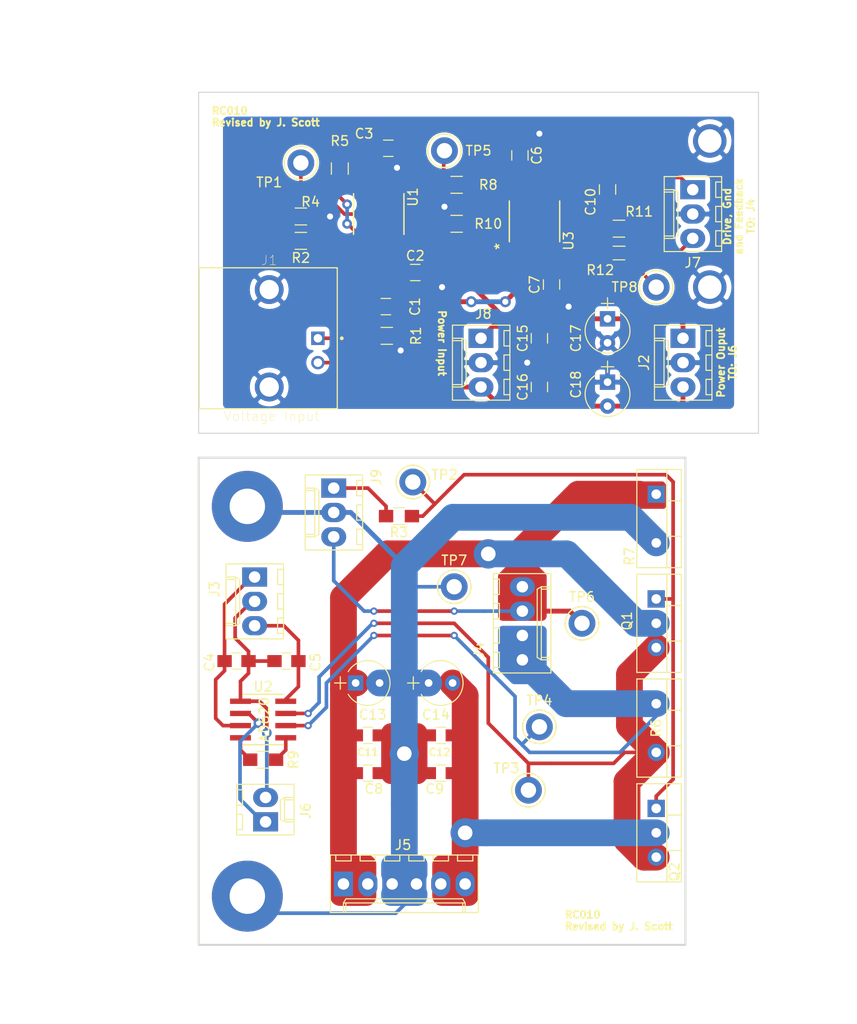
<source format=kicad_pcb>
(kicad_pcb (version 20171130) (host pcbnew "(5.1.2)-1")

  (general
    (thickness 1.6)
    (drawings 21)
    (tracks 298)
    (zones 0)
    (modules 56)
    (nets 29)
  )

  (page A4)
  (title_block
    (title "Revised Current Servo Circuit for Bias Coils")
    (date 2019-05-15)
    (rev 001)
    (company "Ye Group")
    (comment 1 "Initial Design by A. Kaufman, Regal Group")
    (comment 2 "Revision by J. Scott, Ye Group")
    (comment 3 "JILA, University of Colorado, Boulder")
  )

  (layers
    (0 F.Cu signal)
    (31 B.Cu signal)
    (36 B.SilkS user)
    (37 F.SilkS user)
    (38 B.Mask user)
    (39 F.Mask user)
    (41 Cmts.User user)
    (44 Edge.Cuts user)
    (45 Margin user)
    (46 B.CrtYd user)
    (47 F.CrtYd user)
    (48 B.Fab user)
    (49 F.Fab user hide)
  )

  (setup
    (last_trace_width 0.381)
    (trace_clearance 0.1778)
    (zone_clearance 0.508)
    (zone_45_only no)
    (trace_min 0.1524)
    (via_size 1.016)
    (via_drill 0.508)
    (via_min_size 0.508)
    (via_min_drill 0.254)
    (uvia_size 0.6858)
    (uvia_drill 0.3302)
    (uvias_allowed no)
    (uvia_min_size 0.508)
    (uvia_min_drill 0.254)
    (edge_width 0.05)
    (segment_width 0.2)
    (pcb_text_width 0.3)
    (pcb_text_size 1.5 1.5)
    (mod_edge_width 0.12)
    (mod_text_size 1 1)
    (mod_text_width 0.15)
    (pad_size 3.015 3.015)
    (pad_drill 2.01)
    (pad_to_mask_clearance 0.0508)
    (solder_mask_min_width 0.25)
    (aux_axis_origin 0 0)
    (grid_origin 43.18 71.12)
    (visible_elements 7FFFFFFF)
    (pcbplotparams
      (layerselection 0x010fc_ffffffff)
      (usegerberextensions false)
      (usegerberattributes false)
      (usegerberadvancedattributes false)
      (creategerberjobfile false)
      (excludeedgelayer true)
      (linewidth 0.100000)
      (plotframeref false)
      (viasonmask false)
      (mode 1)
      (useauxorigin false)
      (hpglpennumber 1)
      (hpglpenspeed 20)
      (hpglpendiameter 15.000000)
      (psnegative false)
      (psa4output false)
      (plotreference true)
      (plotvalue true)
      (plotinvisibletext false)
      (padsonsilk false)
      (subtractmaskfromsilk false)
      (outputformat 1)
      (mirror false)
      (drillshape 1)
      (scaleselection 1)
      (outputdirectory ""))
  )

  (net 0 "")
  (net 1 +15V)
  (net 2 GNDA)
  (net 3 "Net-(C5-Pad1)")
  (net 4 -15V)
  (net 5 GNDPWR)
  (net 6 +VHC)
  (net 7 -VHC)
  (net 8 SignalDrive)
  (net 9 SignalFeedback)
  (net 10 "Net-(Q1-Pad1)")
  (net 11 "Net-(Q1-Pad3)")
  (net 12 "Net-(R2-Pad1)")
  (net 13 "Net-(R5-Pad1)")
  (net 14 "Net-(R8-Pad2)")
  (net 15 /Coil_Source)
  (net 16 "Net-(C1-Pad1)")
  (net 17 "Net-(C4-Pad1)")
  (net 18 "Net-(C4-Pad2)")
  (net 19 "Net-(C10-Pad2)")
  (net 20 "Net-(C10-Pad1)")
  (net 21 "Net-(J1-Pad1)")
  (net 22 "Net-(J6-Pad1)")
  (net 23 "Net-(J7-Pad3)")
  (net 24 "Net-(R5-Pad2)")
  (net 25 "Net-(R10-Pad2)")
  (net 26 "Net-(R9-Pad2)")
  (net 27 "Net-(R9-Pad1)")
  (net 28 "Net-(R11-Pad1)")

  (net_class Default "This is the default net class."
    (clearance 0.1778)
    (trace_width 0.381)
    (via_dia 1.016)
    (via_drill 0.508)
    (uvia_dia 0.6858)
    (uvia_drill 0.3302)
    (add_net "Net-(C1-Pad1)")
    (add_net "Net-(C10-Pad1)")
    (add_net "Net-(C10-Pad2)")
    (add_net "Net-(C4-Pad1)")
    (add_net "Net-(C4-Pad2)")
    (add_net "Net-(C5-Pad1)")
    (add_net "Net-(J1-Pad1)")
    (add_net "Net-(J6-Pad1)")
    (add_net "Net-(J7-Pad3)")
    (add_net "Net-(Q1-Pad1)")
    (add_net "Net-(R10-Pad2)")
    (add_net "Net-(R11-Pad1)")
    (add_net "Net-(R2-Pad1)")
    (add_net "Net-(R5-Pad1)")
    (add_net "Net-(R5-Pad2)")
    (add_net "Net-(R8-Pad2)")
    (add_net "Net-(R9-Pad1)")
    (add_net "Net-(R9-Pad2)")
    (add_net SignalDrive)
  )

  (net_class High_I ""
    (clearance 0.1778)
    (trace_width 2.794)
    (via_dia 3.048)
    (via_drill 1.524)
    (uvia_dia 0.6858)
    (uvia_drill 0.3302)
    (add_net +VHC)
    (add_net -VHC)
    (add_net /Coil_Source)
    (add_net GNDPWR)
    (add_net "Net-(Q1-Pad3)")
    (add_net SignalFeedback)
  )

  (net_class Power ""
    (clearance 0.1778)
    (trace_width 0.508)
    (via_dia 1.143)
    (via_drill 0.635)
    (uvia_dia 0.6858)
    (uvia_drill 0.3302)
    (add_net +15V)
    (add_net -15V)
    (add_net GNDA)
  )

  (module Resistor_SMD:R_0805_2012Metric_Pad1.15x1.40mm_HandSolder (layer F.Cu) (tedit 5CDF3A18) (tstamp 5CDF4E57)
    (at 112.442 52.324)
    (descr "Resistor SMD 0805 (2012 Metric), square (rectangular) end terminal, IPC_7351 nominal with elongated pad for handsoldering. (Body size source: https://docs.google.com/spreadsheets/d/1BsfQQcO9C6DZCsRaXUlFlo91Tg2WpOkGARC1WS5S8t0/edit?usp=sharing), generated with kicad-footprint-generator")
    (tags "resistor handsolder")
    (path /5CDFEC64)
    (attr smd)
    (fp_text reference R12 (at -1.952 1.778) (layer F.SilkS)
      (effects (font (size 1 1) (thickness 0.15)))
    )
    (fp_text value 2k (at 0 1.65) (layer F.Fab)
      (effects (font (size 1 1) (thickness 0.15)))
    )
    (fp_text user %R (at 0 0) (layer F.Fab)
      (effects (font (size 0.5 0.5) (thickness 0.08)))
    )
    (fp_line (start 2.54 0.95) (end -2.54 0.95) (layer F.CrtYd) (width 0.05))
    (fp_line (start 2.54 -0.95) (end 2.54 0.95) (layer F.CrtYd) (width 0.05))
    (fp_line (start -2.54 -0.95) (end 2.54 -0.95) (layer F.CrtYd) (width 0.05))
    (fp_line (start -2.54 0.95) (end -2.54 -0.95) (layer F.CrtYd) (width 0.05))
    (fp_line (start -0.6096 -0.7112) (end 0.62992 -0.7112) (layer F.SilkS) (width 0.12))
    (fp_line (start 1 0.6) (end -1 0.6) (layer F.Fab) (width 0.1))
    (fp_line (start 1 -0.6) (end 1 0.6) (layer F.Fab) (width 0.1))
    (fp_line (start -1 0.6) (end -1 -0.6) (layer F.Fab) (width 0.1))
    (fp_line (start -0.6096 0.7112) (end 0.6096 0.7112) (layer F.SilkS) (width 0.12))
    (pad 2 smd rect (at 1.35 0) (size 1.5 1.3) (layers F.Cu F.Paste F.Mask)
      (net 23 "Net-(J7-Pad3)"))
    (pad 1 smd rect (at -1.35 0) (size 1.5 1.3) (layers F.Cu F.Paste F.Mask)
      (net 28 "Net-(R11-Pad1)"))
    (model ${KISYS3DMOD}/Resistor_SMD.3dshapes/R_0805_2012Metric.wrl
      (at (xyz 0 0 0))
      (scale (xyz 1 1 1))
      (rotate (xyz 0 0 0))
    )
  )

  (module footprints:OP27GSZ (layer F.Cu) (tedit 0) (tstamp 5CDE16EA)
    (at 103.632 49.022 90)
    (path /5CDF0FC8)
    (fp_text reference U3 (at -2.032 3.556 90) (layer F.SilkS)
      (effects (font (size 1 1) (thickness 0.15)))
    )
    (fp_text value OP27 (at 0 0 180) (layer Cmts.User) hide
      (effects (font (size 1 1) (thickness 0.15)))
    )
    (fp_text user * (at -2.6162 -3.6068 90) (layer F.SilkS)
      (effects (font (size 1 1) (thickness 0.15)))
    )
    (fp_text user * (at -1.6129 -2.4257 90) (layer F.Fab)
      (effects (font (size 1 1) (thickness 0.15)))
    )
    (fp_line (start -1.9939 -1.651) (end -1.9939 -2.159) (layer F.Fab) (width 0.1524))
    (fp_line (start -1.9939 -2.159) (end -3.0988 -2.159) (layer F.Fab) (width 0.1524))
    (fp_line (start -3.0988 -2.159) (end -3.0988 -1.651) (layer F.Fab) (width 0.1524))
    (fp_line (start -3.0988 -1.651) (end -1.9939 -1.651) (layer F.Fab) (width 0.1524))
    (fp_line (start -1.9939 -0.381) (end -1.9939 -0.889) (layer F.Fab) (width 0.1524))
    (fp_line (start -1.9939 -0.889) (end -3.0988 -0.889) (layer F.Fab) (width 0.1524))
    (fp_line (start -3.0988 -0.889) (end -3.0988 -0.381) (layer F.Fab) (width 0.1524))
    (fp_line (start -3.0988 -0.381) (end -1.9939 -0.381) (layer F.Fab) (width 0.1524))
    (fp_line (start -1.9939 0.889) (end -1.9939 0.381) (layer F.Fab) (width 0.1524))
    (fp_line (start -1.9939 0.381) (end -3.0988 0.381) (layer F.Fab) (width 0.1524))
    (fp_line (start -3.0988 0.381) (end -3.0988 0.889) (layer F.Fab) (width 0.1524))
    (fp_line (start -3.0988 0.889) (end -1.9939 0.889) (layer F.Fab) (width 0.1524))
    (fp_line (start -1.9939 2.159) (end -1.9939 1.651) (layer F.Fab) (width 0.1524))
    (fp_line (start -1.9939 1.651) (end -3.0988 1.651) (layer F.Fab) (width 0.1524))
    (fp_line (start -3.0988 1.651) (end -3.0988 2.159) (layer F.Fab) (width 0.1524))
    (fp_line (start -3.0988 2.159) (end -1.9939 2.159) (layer F.Fab) (width 0.1524))
    (fp_line (start 1.9939 1.651) (end 1.9939 2.159) (layer F.Fab) (width 0.1524))
    (fp_line (start 1.9939 2.159) (end 3.0988 2.159) (layer F.Fab) (width 0.1524))
    (fp_line (start 3.0988 2.159) (end 3.0988 1.651) (layer F.Fab) (width 0.1524))
    (fp_line (start 3.0988 1.651) (end 1.9939 1.651) (layer F.Fab) (width 0.1524))
    (fp_line (start 1.9939 0.381) (end 1.9939 0.889) (layer F.Fab) (width 0.1524))
    (fp_line (start 1.9939 0.889) (end 3.0988 0.889) (layer F.Fab) (width 0.1524))
    (fp_line (start 3.0988 0.889) (end 3.0988 0.381) (layer F.Fab) (width 0.1524))
    (fp_line (start 3.0988 0.381) (end 1.9939 0.381) (layer F.Fab) (width 0.1524))
    (fp_line (start 1.9939 -0.889) (end 1.9939 -0.381) (layer F.Fab) (width 0.1524))
    (fp_line (start 1.9939 -0.381) (end 3.0988 -0.381) (layer F.Fab) (width 0.1524))
    (fp_line (start 3.0988 -0.381) (end 3.0988 -0.889) (layer F.Fab) (width 0.1524))
    (fp_line (start 3.0988 -0.889) (end 1.9939 -0.889) (layer F.Fab) (width 0.1524))
    (fp_line (start 1.9939 -2.159) (end 1.9939 -1.651) (layer F.Fab) (width 0.1524))
    (fp_line (start 1.9939 -1.651) (end 3.0988 -1.651) (layer F.Fab) (width 0.1524))
    (fp_line (start 3.0988 -1.651) (end 3.0988 -2.159) (layer F.Fab) (width 0.1524))
    (fp_line (start 3.0988 -2.159) (end 1.9939 -2.159) (layer F.Fab) (width 0.1524))
    (fp_line (start -2.1209 2.6289) (end 2.1209 2.6289) (layer F.SilkS) (width 0.1524))
    (fp_line (start 2.1209 -2.6289) (end -2.1209 -2.6289) (layer F.SilkS) (width 0.1524))
    (fp_line (start -1.9939 2.5019) (end 1.9939 2.5019) (layer F.Fab) (width 0.1524))
    (fp_line (start 1.9939 2.5019) (end 1.9939 -2.5019) (layer F.Fab) (width 0.1524))
    (fp_line (start 1.9939 -2.5019) (end -1.9939 -2.5019) (layer F.Fab) (width 0.1524))
    (fp_line (start -1.9939 -2.5019) (end -1.9939 2.5019) (layer F.Fab) (width 0.1524))
    (fp_line (start -3.7084 2.4384) (end -3.7084 -2.4384) (layer F.CrtYd) (width 0.1524))
    (fp_line (start -3.7084 -2.4384) (end -2.2479 -2.4384) (layer F.CrtYd) (width 0.1524))
    (fp_line (start -2.2479 -2.4384) (end -2.2479 -2.7559) (layer F.CrtYd) (width 0.1524))
    (fp_line (start -2.2479 -2.7559) (end 2.2479 -2.7559) (layer F.CrtYd) (width 0.1524))
    (fp_line (start 2.2479 -2.7559) (end 2.2479 -2.4384) (layer F.CrtYd) (width 0.1524))
    (fp_line (start 2.2479 -2.4384) (end 3.7084 -2.4384) (layer F.CrtYd) (width 0.1524))
    (fp_line (start 3.7084 -2.4384) (end 3.7084 2.4384) (layer F.CrtYd) (width 0.1524))
    (fp_line (start 3.7084 2.4384) (end 2.2479 2.4384) (layer F.CrtYd) (width 0.1524))
    (fp_line (start 2.2479 2.4384) (end 2.2479 2.7559) (layer F.CrtYd) (width 0.1524))
    (fp_line (start 2.2479 2.7559) (end -2.2479 2.7559) (layer F.CrtYd) (width 0.1524))
    (fp_line (start -2.2479 2.7559) (end -2.2479 2.4384) (layer F.CrtYd) (width 0.1524))
    (fp_line (start -2.2479 2.4384) (end -3.7084 2.4384) (layer F.CrtYd) (width 0.1524))
    (fp_arc (start 0 -2.5019) (end 0.3048 -2.5019) (angle 180) (layer F.Fab) (width 0.1524))
    (pad 1 smd rect (at -2.3622 -1.905 90) (size 2.1844 0.5588) (layers F.Cu F.Paste F.Mask))
    (pad 2 smd rect (at -2.3622 -0.635 90) (size 2.1844 0.5588) (layers F.Cu F.Paste F.Mask)
      (net 28 "Net-(R11-Pad1)"))
    (pad 3 smd rect (at -2.3622 0.635 90) (size 2.1844 0.5588) (layers F.Cu F.Paste F.Mask)
      (net 25 "Net-(R10-Pad2)"))
    (pad 4 smd rect (at -2.3622 1.905 90) (size 2.1844 0.5588) (layers F.Cu F.Paste F.Mask)
      (net 4 -15V))
    (pad 5 smd rect (at 2.3622 1.905 90) (size 2.1844 0.5588) (layers F.Cu F.Paste F.Mask))
    (pad 6 smd rect (at 2.3622 0.635 90) (size 2.1844 0.5588) (layers F.Cu F.Paste F.Mask)
      (net 20 "Net-(C10-Pad1)"))
    (pad 7 smd rect (at 2.3622 -0.635 90) (size 2.1844 0.5588) (layers F.Cu F.Paste F.Mask)
      (net 1 +15V))
    (pad 8 smd rect (at 2.3622 -1.905 90) (size 2.1844 0.5588) (layers F.Cu F.Paste F.Mask))
  )

  (module Connectors_Molex:Molex_KK-6410-03_03x2.54mm_Straight (layer F.Cu) (tedit 58EE6EE6) (tstamp 5CDB6C3C)
    (at 120.142 45.72 270)
    (descr "Connector Headers with Friction Lock, 22-27-2031, http://www.molex.com/pdm_docs/sd/022272021_sd.pdf")
    (tags "connector molex kk_6410 22-27-2031")
    (path /5CE92D92)
    (fp_text reference J7 (at 7.62 0 180) (layer F.SilkS)
      (effects (font (size 1 1) (thickness 0.15)))
    )
    (fp_text value Conn_01x03 (at 2.54 4.5 90) (layer F.Fab) hide
      (effects (font (size 1 1) (thickness 0.15)))
    )
    (fp_line (start -1.47 -3.12) (end -1.47 3.08) (layer F.Fab) (width 0.12))
    (fp_line (start -1.47 3.08) (end 6.55 3.08) (layer F.Fab) (width 0.12))
    (fp_line (start 6.55 3.08) (end 6.55 -3.12) (layer F.Fab) (width 0.12))
    (fp_line (start 6.55 -3.12) (end -1.47 -3.12) (layer F.Fab) (width 0.12))
    (fp_line (start -1.37 -3.02) (end -1.37 2.98) (layer F.SilkS) (width 0.12))
    (fp_line (start -1.37 2.98) (end 6.45 2.98) (layer F.SilkS) (width 0.12))
    (fp_line (start 6.45 2.98) (end 6.45 -3.02) (layer F.SilkS) (width 0.12))
    (fp_line (start 6.45 -3.02) (end -1.37 -3.02) (layer F.SilkS) (width 0.12))
    (fp_line (start 0 2.98) (end 0 1.98) (layer F.SilkS) (width 0.12))
    (fp_line (start 0 1.98) (end 5.08 1.98) (layer F.SilkS) (width 0.12))
    (fp_line (start 5.08 1.98) (end 5.08 2.98) (layer F.SilkS) (width 0.12))
    (fp_line (start 0 1.98) (end 0.25 1.55) (layer F.SilkS) (width 0.12))
    (fp_line (start 0.25 1.55) (end 4.83 1.55) (layer F.SilkS) (width 0.12))
    (fp_line (start 4.83 1.55) (end 5.08 1.98) (layer F.SilkS) (width 0.12))
    (fp_line (start 0.25 2.98) (end 0.25 1.98) (layer F.SilkS) (width 0.12))
    (fp_line (start 4.83 2.98) (end 4.83 1.98) (layer F.SilkS) (width 0.12))
    (fp_line (start -0.8 -3.02) (end -0.8 -2.4) (layer F.SilkS) (width 0.12))
    (fp_line (start -0.8 -2.4) (end 0.8 -2.4) (layer F.SilkS) (width 0.12))
    (fp_line (start 0.8 -2.4) (end 0.8 -3.02) (layer F.SilkS) (width 0.12))
    (fp_line (start 1.74 -3.02) (end 1.74 -2.4) (layer F.SilkS) (width 0.12))
    (fp_line (start 1.74 -2.4) (end 3.34 -2.4) (layer F.SilkS) (width 0.12))
    (fp_line (start 3.34 -2.4) (end 3.34 -3.02) (layer F.SilkS) (width 0.12))
    (fp_line (start 4.28 -3.02) (end 4.28 -2.4) (layer F.SilkS) (width 0.12))
    (fp_line (start 4.28 -2.4) (end 5.88 -2.4) (layer F.SilkS) (width 0.12))
    (fp_line (start 5.88 -2.4) (end 5.88 -3.02) (layer F.SilkS) (width 0.12))
    (fp_line (start -1.9 3.5) (end -1.9 -3.55) (layer F.CrtYd) (width 0.05))
    (fp_line (start -1.9 -3.55) (end 7 -3.55) (layer F.CrtYd) (width 0.05))
    (fp_line (start 7 -3.55) (end 7 3.5) (layer F.CrtYd) (width 0.05))
    (fp_line (start 7 3.5) (end -1.9 3.5) (layer F.CrtYd) (width 0.05))
    (fp_text user %R (at 2.54 0 90) (layer F.Fab)
      (effects (font (size 1 1) (thickness 0.15)))
    )
    (pad 1 thru_hole rect (at 0 0 270) (size 2 2.6) (drill 1.2) (layers *.Cu *.Mask)
      (net 20 "Net-(C10-Pad1)"))
    (pad 2 thru_hole oval (at 2.54 0 270) (size 2 2.6) (drill 1.2) (layers *.Cu *.Mask)
      (net 2 GNDA))
    (pad 3 thru_hole oval (at 5.08 0 270) (size 2 2.6) (drill 1.2) (layers *.Cu *.Mask)
      (net 23 "Net-(J7-Pad3)"))
    (model ${KISYS3DMOD}/Connectors_Molex.3dshapes/Molex_KK-6410-03_03x2.54mm_Straight.wrl
      (at (xyz 0 0 0))
      (scale (xyz 1 1 1))
      (rotate (xyz 0 0 0))
    )
  )

  (module Connectors_Molex:Molex_KK-6410-03_03x2.54mm_Straight (layer F.Cu) (tedit 58EE6EE6) (tstamp 5CDBD84B)
    (at 98.044 61.214 270)
    (descr "Connector Headers with Friction Lock, 22-27-2031, http://www.molex.com/pdm_docs/sd/022272021_sd.pdf")
    (tags "connector molex kk_6410 22-27-2031")
    (path /5CEF84C2)
    (fp_text reference J8 (at -2.54 -0.254) (layer F.SilkS)
      (effects (font (size 1 1) (thickness 0.15)))
    )
    (fp_text value Conn_01x03 (at 2.54 4.5 270) (layer F.Fab) hide
      (effects (font (size 1 1) (thickness 0.15)))
    )
    (fp_text user %R (at 2.54 0 270) (layer F.Fab)
      (effects (font (size 1 1) (thickness 0.15)))
    )
    (fp_line (start 7 3.5) (end -1.9 3.5) (layer F.CrtYd) (width 0.05))
    (fp_line (start 7 -3.55) (end 7 3.5) (layer F.CrtYd) (width 0.05))
    (fp_line (start -1.9 -3.55) (end 7 -3.55) (layer F.CrtYd) (width 0.05))
    (fp_line (start -1.9 3.5) (end -1.9 -3.55) (layer F.CrtYd) (width 0.05))
    (fp_line (start 5.88 -2.4) (end 5.88 -3.02) (layer F.SilkS) (width 0.12))
    (fp_line (start 4.28 -2.4) (end 5.88 -2.4) (layer F.SilkS) (width 0.12))
    (fp_line (start 4.28 -3.02) (end 4.28 -2.4) (layer F.SilkS) (width 0.12))
    (fp_line (start 3.34 -2.4) (end 3.34 -3.02) (layer F.SilkS) (width 0.12))
    (fp_line (start 1.74 -2.4) (end 3.34 -2.4) (layer F.SilkS) (width 0.12))
    (fp_line (start 1.74 -3.02) (end 1.74 -2.4) (layer F.SilkS) (width 0.12))
    (fp_line (start 0.8 -2.4) (end 0.8 -3.02) (layer F.SilkS) (width 0.12))
    (fp_line (start -0.8 -2.4) (end 0.8 -2.4) (layer F.SilkS) (width 0.12))
    (fp_line (start -0.8 -3.02) (end -0.8 -2.4) (layer F.SilkS) (width 0.12))
    (fp_line (start 4.83 2.98) (end 4.83 1.98) (layer F.SilkS) (width 0.12))
    (fp_line (start 0.25 2.98) (end 0.25 1.98) (layer F.SilkS) (width 0.12))
    (fp_line (start 4.83 1.55) (end 5.08 1.98) (layer F.SilkS) (width 0.12))
    (fp_line (start 0.25 1.55) (end 4.83 1.55) (layer F.SilkS) (width 0.12))
    (fp_line (start 0 1.98) (end 0.25 1.55) (layer F.SilkS) (width 0.12))
    (fp_line (start 5.08 1.98) (end 5.08 2.98) (layer F.SilkS) (width 0.12))
    (fp_line (start 0 1.98) (end 5.08 1.98) (layer F.SilkS) (width 0.12))
    (fp_line (start 0 2.98) (end 0 1.98) (layer F.SilkS) (width 0.12))
    (fp_line (start 6.45 -3.02) (end -1.37 -3.02) (layer F.SilkS) (width 0.12))
    (fp_line (start 6.45 2.98) (end 6.45 -3.02) (layer F.SilkS) (width 0.12))
    (fp_line (start -1.37 2.98) (end 6.45 2.98) (layer F.SilkS) (width 0.12))
    (fp_line (start -1.37 -3.02) (end -1.37 2.98) (layer F.SilkS) (width 0.12))
    (fp_line (start 6.55 -3.12) (end -1.47 -3.12) (layer F.Fab) (width 0.12))
    (fp_line (start 6.55 3.08) (end 6.55 -3.12) (layer F.Fab) (width 0.12))
    (fp_line (start -1.47 3.08) (end 6.55 3.08) (layer F.Fab) (width 0.12))
    (fp_line (start -1.47 -3.12) (end -1.47 3.08) (layer F.Fab) (width 0.12))
    (pad 3 thru_hole oval (at 5.08 0 270) (size 2 2.6) (drill 1.2) (layers *.Cu *.Mask)
      (net 4 -15V))
    (pad 2 thru_hole oval (at 2.54 0 270) (size 2 2.6) (drill 1.2) (layers *.Cu *.Mask)
      (net 2 GNDA))
    (pad 1 thru_hole rect (at 0 0 270) (size 2 2.6) (drill 1.2) (layers *.Cu *.Mask)
      (net 1 +15V))
    (model ${KISYS3DMOD}/Connectors_Molex.3dshapes/Molex_KK-6410-03_03x2.54mm_Straight.wrl
      (at (xyz 0 0 0))
      (scale (xyz 1 1 1))
      (rotate (xyz 0 0 0))
    )
  )

  (module Resistors_SMD:R_0805_HandSoldering (layer F.Cu) (tedit 58E0A804) (tstamp 5CDB6D6B)
    (at 88.218 60.96)
    (descr "Resistor SMD 0805, hand soldering")
    (tags "resistor 0805")
    (path /5CB0BFE3)
    (attr smd)
    (fp_text reference R1 (at 3.048 0 90) (layer F.SilkS)
      (effects (font (size 1 1) (thickness 0.15)))
    )
    (fp_text value 5.49k (at 0 1.75) (layer F.Fab)
      (effects (font (size 1 1) (thickness 0.15)))
    )
    (fp_line (start -1 0.62) (end -1 -0.62) (layer F.Fab) (width 0.1))
    (fp_line (start 1 0.62) (end -1 0.62) (layer F.Fab) (width 0.1))
    (fp_line (start 1 -0.62) (end 1 0.62) (layer F.Fab) (width 0.1))
    (fp_line (start -1 -0.62) (end 1 -0.62) (layer F.Fab) (width 0.1))
    (fp_line (start 0.6 0.88) (end -0.6 0.88) (layer F.SilkS) (width 0.12))
    (fp_line (start -0.6 -0.88) (end 0.6 -0.88) (layer F.SilkS) (width 0.12))
    (fp_line (start -2.35 -0.9) (end 2.35 -0.9) (layer F.CrtYd) (width 0.05))
    (fp_line (start -2.35 -0.9) (end -2.35 0.9) (layer F.CrtYd) (width 0.05))
    (fp_line (start 2.35 0.9) (end 2.35 -0.9) (layer F.CrtYd) (width 0.05))
    (fp_line (start 2.35 0.9) (end -2.35 0.9) (layer F.CrtYd) (width 0.05))
    (pad 1 smd rect (at -1.35 0) (size 1.5 1.3) (layers F.Cu F.Paste F.Mask)
      (net 16 "Net-(C1-Pad1)"))
    (pad 2 smd rect (at 1.35 0) (size 1.5 1.3) (layers F.Cu F.Paste F.Mask)
      (net 2 GNDA))
    (model ${KISYS3DMOD}/Resistors_SMD.3dshapes/R_0805.wrl
      (at (xyz 0 0 0))
      (scale (xyz 1 1 1))
      (rotate (xyz 0 0 0))
    )
  )

  (module BNC_Conn:CONN_1-1337543-0 (layer F.Cu) (tedit 5CDF3AA1) (tstamp 5CDC0DEF)
    (at 81.026 61.214)
    (path /5CB0FCB3)
    (fp_text reference J1 (at -5.08 -8.128) (layer F.SilkS)
      (effects (font (size 1.00188 1.00188) (thickness 0.05)))
    )
    (fp_text value "Voltage Input" (at -4.826 8.128) (layer F.SilkS)
      (effects (font (size 1.00093 1.00093) (thickness 0.05)))
    )
    (fp_line (start -33.15 5.75) (end -33.15 -5.75) (layer Eco1.User) (width 0.05))
    (fp_line (start -12.63 5.75) (end -33.15 5.75) (layer Eco1.User) (width 0.05))
    (fp_line (start -12.63 7.6) (end -12.63 5.75) (layer Eco1.User) (width 0.05))
    (fp_line (start 2.27 7.6) (end -12.63 7.6) (layer Eco1.User) (width 0.05))
    (fp_line (start 2.27 -7.6) (end 2.27 7.6) (layer Eco1.User) (width 0.05))
    (fp_line (start -12.63 -7.6) (end 2.27 -7.6) (layer Eco1.User) (width 0.05))
    (fp_line (start -12.63 -5.75) (end -12.63 -7.6) (layer Eco1.User) (width 0.05))
    (fp_line (start -33.15 -5.75) (end -12.63 -5.75) (layer Eco1.User) (width 0.05))
    (fp_circle (center 2.492 0) (end 2.592 0) (layer F.SilkS) (width 0.2))
    (fp_line (start -13 -5.5) (end -13 5.5) (layer Eco2.User) (width 0.127))
    (fp_line (start -13.5 -5.5) (end -13.5 5.5) (layer Eco2.User) (width 0.127))
    (fp_line (start -14 -5.5) (end -14 5.5) (layer Eco2.User) (width 0.127))
    (fp_line (start -14.5 -5.5) (end -14.5 5.5) (layer Eco2.User) (width 0.127))
    (fp_line (start -15 -5.5) (end -15 5.5) (layer Eco2.User) (width 0.127))
    (fp_line (start -15.5 -5.5) (end -15.5 5.5) (layer Eco2.User) (width 0.127))
    (fp_line (start -16 -5.5) (end -16 5.5) (layer Eco2.User) (width 0.127))
    (fp_line (start -16.5 -5.5) (end -16.5 5.5) (layer Eco2.User) (width 0.127))
    (fp_line (start -17 -5.5) (end -17 5.5) (layer Eco2.User) (width 0.127))
    (fp_line (start -17.5 -5.5) (end -17.5 5.5) (layer Eco2.User) (width 0.127))
    (fp_line (start -18 -5.5) (end -18 5.5) (layer Eco2.User) (width 0.127))
    (fp_line (start -18.5 -5.5) (end -18.5 5.5) (layer Eco2.User) (width 0.127))
    (fp_line (start -19.5 -5.5) (end -19.5 5.5) (layer Eco2.User) (width 0.127))
    (fp_line (start -19 -5.5) (end -19 5.5) (layer Eco2.User) (width 0.127))
    (fp_line (start -20 -5.5) (end -20 5.5) (layer Eco2.User) (width 0.127))
    (fp_line (start -20.5 -5.5) (end -20.5 5.5) (layer Eco2.User) (width 0.127))
    (fp_line (start -20.9 -5.5) (end -20.9 5.5) (layer Eco2.User) (width 0.127))
    (fp_line (start -29.21 5.5) (end -29.21 4.8) (layer Eco2.User) (width 0.127))
    (fp_line (start -30.48 5.5) (end -29.21 5.5) (layer Eco2.User) (width 0.127))
    (fp_line (start -30.48 4.8) (end -30.48 5.5) (layer Eco2.User) (width 0.127))
    (fp_line (start -29.21 -5.5) (end -29.21 -4.8) (layer Eco2.User) (width 0.127))
    (fp_line (start -30.48 -5.5) (end -29.21 -5.5) (layer Eco2.User) (width 0.127))
    (fp_line (start -30.48 -5.5) (end -30.48 -4.8) (layer Eco2.User) (width 0.127))
    (fp_line (start -29.21 4.8) (end -20.9 4.8) (layer Eco2.User) (width 0.127))
    (fp_line (start -30.48 4.8) (end -29.21 4.8) (layer Eco2.User) (width 0.127))
    (fp_line (start -32.9 4.8) (end -30.48 4.8) (layer Eco2.User) (width 0.127))
    (fp_line (start -32.9 -4.8) (end -32.9 4.8) (layer Eco2.User) (width 0.127))
    (fp_line (start -30.48 -4.8) (end -32.9 -4.8) (layer Eco2.User) (width 0.127))
    (fp_line (start -29.21 -4.8) (end -30.48 -4.8) (layer Eco2.User) (width 0.127))
    (fp_line (start -20.9 -4.8) (end -29.21 -4.8) (layer Eco2.User) (width 0.127))
    (fp_line (start -13 5.5) (end -12.38 5.5) (layer Eco2.User) (width 0.127))
    (fp_line (start -13.5 5.5) (end -13 5.5) (layer Eco2.User) (width 0.127))
    (fp_line (start -14 5.5) (end -13.5 5.5) (layer Eco2.User) (width 0.127))
    (fp_line (start -14.5 5.5) (end -14 5.5) (layer Eco2.User) (width 0.127))
    (fp_line (start -15 5.5) (end -14.5 5.5) (layer Eco2.User) (width 0.127))
    (fp_line (start -15.5 5.5) (end -15 5.5) (layer Eco2.User) (width 0.127))
    (fp_line (start -16 5.5) (end -15.5 5.5) (layer Eco2.User) (width 0.127))
    (fp_line (start -16.5 5.5) (end -16 5.5) (layer Eco2.User) (width 0.127))
    (fp_line (start -17 5.5) (end -16.5 5.5) (layer Eco2.User) (width 0.127))
    (fp_line (start -17.5 5.5) (end -17 5.5) (layer Eco2.User) (width 0.127))
    (fp_line (start -18 5.5) (end -17.5 5.5) (layer Eco2.User) (width 0.127))
    (fp_line (start -18.5 5.5) (end -18 5.5) (layer Eco2.User) (width 0.127))
    (fp_line (start -19 5.5) (end -18.5 5.5) (layer Eco2.User) (width 0.127))
    (fp_line (start -19.5 5.5) (end -19 5.5) (layer Eco2.User) (width 0.127))
    (fp_line (start -20 5.5) (end -19.5 5.5) (layer Eco2.User) (width 0.127))
    (fp_line (start -20.5 5.5) (end -20 5.5) (layer Eco2.User) (width 0.127))
    (fp_line (start -20.9 5.5) (end -20.5 5.5) (layer Eco2.User) (width 0.127))
    (fp_line (start -20.5 -5.5) (end -20.9 -5.5) (layer Eco2.User) (width 0.127))
    (fp_line (start -20 -5.5) (end -20.5 -5.5) (layer Eco2.User) (width 0.127))
    (fp_line (start -19.5 -5.5) (end -20 -5.5) (layer Eco2.User) (width 0.127))
    (fp_line (start -19 -5.5) (end -19.5 -5.5) (layer Eco2.User) (width 0.127))
    (fp_line (start -18.5 -5.5) (end -19 -5.5) (layer Eco2.User) (width 0.127))
    (fp_line (start -18 -5.5) (end -18.5 -5.5) (layer Eco2.User) (width 0.127))
    (fp_line (start -17.5 -5.5) (end -18 -5.5) (layer Eco2.User) (width 0.127))
    (fp_line (start -17 -5.5) (end -17.5 -5.5) (layer Eco2.User) (width 0.127))
    (fp_line (start -16.5 -5.5) (end -17 -5.5) (layer Eco2.User) (width 0.127))
    (fp_line (start -16 -5.5) (end -16.5 -5.5) (layer Eco2.User) (width 0.127))
    (fp_line (start -15.5 -5.5) (end -16 -5.5) (layer Eco2.User) (width 0.127))
    (fp_line (start -15 -5.5) (end -15.5 -5.5) (layer Eco2.User) (width 0.127))
    (fp_line (start -14.5 -5.5) (end -15 -5.5) (layer Eco2.User) (width 0.127))
    (fp_line (start -14 -5.5) (end -14.5 -5.5) (layer Eco2.User) (width 0.127))
    (fp_line (start -13.5 -5.5) (end -14 -5.5) (layer Eco2.User) (width 0.127))
    (fp_line (start -13 -5.5) (end -13.5 -5.5) (layer Eco2.User) (width 0.127))
    (fp_line (start -12.38 -5.5) (end -13 -5.5) (layer Eco2.User) (width 0.127))
    (fp_line (start -12.38 -5.5) (end -12.38 -7.35) (layer Eco2.User) (width 0.127))
    (fp_line (start -12.38 5.5) (end -12.38 -5.5) (layer Eco2.User) (width 0.127))
    (fp_line (start -12.38 7.35) (end -12.38 5.5) (layer Eco2.User) (width 0.127))
    (fp_line (start 2.02 7.35) (end -12.38 7.35) (layer Eco2.User) (width 0.127))
    (fp_line (start 2.02 -7.35) (end 2.02 7.35) (layer Eco2.User) (width 0.127))
    (fp_line (start -12.38 -7.35) (end 2.02 -7.35) (layer Eco2.User) (width 0.127))
    (fp_line (start -12.38 -5.5) (end -12.38 -7.35) (layer F.SilkS) (width 0.127))
    (fp_line (start -12.38 5.5) (end -12.38 -5.5) (layer F.SilkS) (width 0.127))
    (fp_line (start -12.38 7.35) (end -12.38 5.5) (layer F.SilkS) (width 0.127))
    (fp_line (start 2.02 7.35) (end -12.38 7.35) (layer F.SilkS) (width 0.127))
    (fp_line (start 2.02 -7.35) (end 2.02 7.35) (layer F.SilkS) (width 0.127))
    (fp_line (start -12.38 -7.35) (end 2.02 -7.35) (layer F.SilkS) (width 0.127))
    (pad P2 thru_hole circle (at -5.08 -5.08 90) (size 3.015 3.015) (drill 2.01) (layers *.Cu *.Mask)
      (net 2 GNDA))
    (pad P1 thru_hole circle (at -5.08 5.08 90) (size 3.015 3.015) (drill 2.01) (layers *.Cu *.Mask)
      (net 2 GNDA))
    (pad 2 thru_hole circle (at 0 2.54 90) (size 1.398 1.398) (drill 0.89) (layers *.Cu *.Mask)
      (net 16 "Net-(C1-Pad1)"))
    (pad 1 thru_hole rect (at 0 0 90) (size 1.398 1.398) (drill 0.89) (layers *.Cu *.Mask)
      (net 21 "Net-(J1-Pad1)"))
  )

  (module UL_Footprints:MountingHole_4-40 (layer F.Cu) (tedit 5CDBAFD7) (tstamp 5CDC7D95)
    (at 121.92 40.64)
    (fp_text reference REF** (at 0 2.54) (layer F.SilkS) hide
      (effects (font (size 1 1) (thickness 0.15)))
    )
    (fp_text value MountingHole_4-40 (at 0 -2.54) (layer F.Fab) hide
      (effects (font (size 1 1) (thickness 0.15)))
    )
    (pad "" thru_hole circle (at 0 0) (size 3.500001 3.500001) (drill 2.448) (layers *.Cu *.Mask)
      (net 2 GNDA))
  )

  (module UL_Footprints:MountingHole_4-40 (layer F.Cu) (tedit 5CDBAFBF) (tstamp 5CDC7D28)
    (at 121.92 55.88)
    (fp_text reference REF** (at 0 2.54) (layer F.SilkS) hide
      (effects (font (size 1 1) (thickness 0.15)))
    )
    (fp_text value MountingHole_4-40 (at 0 -2.54) (layer F.Fab) hide
      (effects (font (size 1 1) (thickness 0.15)))
    )
    (pad "" thru_hole circle (at 0 0) (size 3.500001 3.500001) (drill 2.448) (layers *.Cu *.Mask)
      (net 2 GNDA))
  )

  (module Mounting_Holes:MountingHole_3.7mm_Pad (layer F.Cu) (tedit 5CDBA565) (tstamp 5CDC73EA)
    (at 73.66 119.38)
    (descr "Mounting Hole 3.7mm")
    (tags "mounting hole 3.7mm")
    (attr virtual)
    (fp_text reference REF** (at 0 -4.7) (layer F.SilkS) hide
      (effects (font (size 1 1) (thickness 0.15)))
    )
    (fp_text value MountingHole_3.7mm_Pad (at 0 4.7) (layer F.Fab) hide
      (effects (font (size 1 1) (thickness 0.15)))
    )
    (fp_circle (center 0 0) (end 3.95 0) (layer F.CrtYd) (width 0.05))
    (fp_circle (center 0 0) (end 3.7 0) (layer Cmts.User) (width 0.15))
    (fp_text user %R (at 0.3 0) (layer F.Fab) hide
      (effects (font (size 1 1) (thickness 0.15)))
    )
    (pad 1 thru_hole circle (at 0 0) (size 7.4 7.4) (drill 3.7) (layers *.Cu *.Mask)
      (net 5 GNDPWR))
  )

  (module Mounting_Holes:MountingHole_3.7mm_Pad (layer F.Cu) (tedit 5CDBA47E) (tstamp 5CDC72DF)
    (at 73.66 78.74)
    (descr "Mounting Hole 3.7mm")
    (tags "mounting hole 3.7mm")
    (attr virtual)
    (fp_text reference REF** (at 0 -4.7) (layer F.SilkS) hide
      (effects (font (size 1 1) (thickness 0.15)))
    )
    (fp_text value MountingHole_3.7mm_Pad (at 0 4.7) (layer F.Fab) hide
      (effects (font (size 1 1) (thickness 0.15)))
    )
    (fp_text user %R (at 0.3 0) (layer F.Fab) hide
      (effects (font (size 1 1) (thickness 0.15)))
    )
    (fp_circle (center 0 0) (end 3.7 0) (layer Cmts.User) (width 0.15))
    (fp_circle (center 0 0) (end 3.95 0) (layer F.CrtYd) (width 0.05))
    (pad 1 thru_hole circle (at 0 0) (size 7.4 7.4) (drill 3.7) (layers *.Cu *.Mask)
      (net 5 GNDPWR))
  )

  (module TO_SOT_Packages_THT:TO-220-2_Vertical (layer F.Cu) (tedit 58CE52AD) (tstamp 5CDC3AFC)
    (at 116.332 99.314 270)
    (descr "TO-220-2, Vertical, RM 5.08mm")
    (tags "TO-220-2 Vertical RM 5.08mm")
    (path /5CB87CAB)
    (fp_text reference R6 (at 2.54 0 270) (layer F.SilkS)
      (effects (font (size 1 1) (thickness 0.15)))
    )
    (fp_text value 1 (at 2.54 3.92 270) (layer F.Fab)
      (effects (font (size 1 1) (thickness 0.15)))
    )
    (fp_text user %R (at 2.54 -3.62 270) (layer F.Fab)
      (effects (font (size 1 1) (thickness 0.15)))
    )
    (fp_line (start -2.46 -2.5) (end -2.46 1.9) (layer F.Fab) (width 0.1))
    (fp_line (start -2.46 1.9) (end 7.54 1.9) (layer F.Fab) (width 0.1))
    (fp_line (start 7.54 1.9) (end 7.54 -2.5) (layer F.Fab) (width 0.1))
    (fp_line (start 7.54 -2.5) (end -2.46 -2.5) (layer F.Fab) (width 0.1))
    (fp_line (start -2.46 -1.23) (end 7.54 -1.23) (layer F.Fab) (width 0.1))
    (fp_line (start 0.69 -2.5) (end 0.69 -1.23) (layer F.Fab) (width 0.1))
    (fp_line (start 4.39 -2.5) (end 4.39 -1.23) (layer F.Fab) (width 0.1))
    (fp_line (start -2.58 -2.62) (end 7.66 -2.62) (layer F.SilkS) (width 0.12))
    (fp_line (start -2.58 2.021) (end 7.66 2.021) (layer F.SilkS) (width 0.12))
    (fp_line (start -2.58 -2.62) (end -2.58 2.021) (layer F.SilkS) (width 0.12))
    (fp_line (start 7.66 -2.62) (end 7.66 2.021) (layer F.SilkS) (width 0.12))
    (fp_line (start -2.58 -1.11) (end 7.66 -1.11) (layer F.SilkS) (width 0.12))
    (fp_line (start 0.69 -2.62) (end 0.69 -1.11) (layer F.SilkS) (width 0.12))
    (fp_line (start 4.391 -2.62) (end 4.391 -1.11) (layer F.SilkS) (width 0.12))
    (fp_line (start -2.71 -2.75) (end -2.71 2.16) (layer F.CrtYd) (width 0.05))
    (fp_line (start -2.71 2.16) (end 7.79 2.16) (layer F.CrtYd) (width 0.05))
    (fp_line (start 7.79 2.16) (end 7.79 -2.75) (layer F.CrtYd) (width 0.05))
    (fp_line (start 7.79 -2.75) (end -2.71 -2.75) (layer F.CrtYd) (width 0.05))
    (pad 1 thru_hole rect (at 0 0 270) (size 1.8 1.8) (drill 1) (layers *.Cu *.Mask)
      (net 15 /Coil_Source))
    (pad 2 thru_hole oval (at 5.08 0 270) (size 1.8 1.8) (drill 1) (layers *.Cu *.Mask)
      (net 11 "Net-(Q1-Pad3)"))
    (model ${KISYS3DMOD}/TO_SOT_Packages_THT.3dshapes/TO-220-2_Vertical.wrl
      (offset (xyz 2.539999961853027 0 0))
      (scale (xyz 0.393701 0.393701 0.393701))
      (rotate (xyz 0 0 0))
    )
  )

  (module TO_SOT_Packages_THT:TO-220-2_Vertical (layer F.Cu) (tedit 58CE52AD) (tstamp 5CDC2885)
    (at 116.332 77.47 270)
    (descr "TO-220-2, Vertical, RM 5.08mm")
    (tags "TO-220-2 Vertical RM 5.08mm")
    (path /5CB87C7D)
    (fp_text reference R7 (at 6.477 2.794 270) (layer F.SilkS)
      (effects (font (size 1 1) (thickness 0.15)))
    )
    (fp_text value 1 (at 2.54 3.92 270) (layer F.Fab)
      (effects (font (size 1 1) (thickness 0.15)))
    )
    (fp_text user %R (at 2.54 -3.62 270) (layer F.Fab)
      (effects (font (size 1 1) (thickness 0.15)))
    )
    (fp_line (start -2.46 -2.5) (end -2.46 1.9) (layer F.Fab) (width 0.1))
    (fp_line (start -2.46 1.9) (end 7.54 1.9) (layer F.Fab) (width 0.1))
    (fp_line (start 7.54 1.9) (end 7.54 -2.5) (layer F.Fab) (width 0.1))
    (fp_line (start 7.54 -2.5) (end -2.46 -2.5) (layer F.Fab) (width 0.1))
    (fp_line (start -2.46 -1.23) (end 7.54 -1.23) (layer F.Fab) (width 0.1))
    (fp_line (start 0.69 -2.5) (end 0.69 -1.23) (layer F.Fab) (width 0.1))
    (fp_line (start 4.39 -2.5) (end 4.39 -1.23) (layer F.Fab) (width 0.1))
    (fp_line (start -2.58 -2.62) (end 7.66 -2.62) (layer F.SilkS) (width 0.12))
    (fp_line (start -2.58 2.021) (end 7.66 2.021) (layer F.SilkS) (width 0.12))
    (fp_line (start -2.58 -2.62) (end -2.58 2.021) (layer F.SilkS) (width 0.12))
    (fp_line (start 7.66 -2.62) (end 7.66 2.021) (layer F.SilkS) (width 0.12))
    (fp_line (start -2.58 -1.11) (end 7.66 -1.11) (layer F.SilkS) (width 0.12))
    (fp_line (start 0.69 -2.62) (end 0.69 -1.11) (layer F.SilkS) (width 0.12))
    (fp_line (start 4.391 -2.62) (end 4.391 -1.11) (layer F.SilkS) (width 0.12))
    (fp_line (start -2.71 -2.75) (end -2.71 2.16) (layer F.CrtYd) (width 0.05))
    (fp_line (start -2.71 2.16) (end 7.79 2.16) (layer F.CrtYd) (width 0.05))
    (fp_line (start 7.79 2.16) (end 7.79 -2.75) (layer F.CrtYd) (width 0.05))
    (fp_line (start 7.79 -2.75) (end -2.71 -2.75) (layer F.CrtYd) (width 0.05))
    (pad 1 thru_hole rect (at 0 0 270) (size 1.8 1.8) (drill 1) (layers *.Cu *.Mask)
      (net 9 SignalFeedback))
    (pad 2 thru_hole oval (at 5.08 0 270) (size 1.8 1.8) (drill 1) (layers *.Cu *.Mask)
      (net 5 GNDPWR))
    (model ${KISYS3DMOD}/TO_SOT_Packages_THT.3dshapes/TO-220-2_Vertical.wrl
      (offset (xyz 2.539999961853027 0 0))
      (scale (xyz 0.393701 0.393701 0.393701))
      (rotate (xyz 0 0 0))
    )
  )

  (module Connectors_Molex:Molex_KK-6410-02_02x2.54mm_Straight (layer F.Cu) (tedit 58EE6EE4) (tstamp 5CDC78C7)
    (at 75.565 111.633 90)
    (descr "Connector Headers with Friction Lock, 22-27-2021, http://www.molex.com/pdm_docs/sd/022272021_sd.pdf")
    (tags "connector molex kk_6410 22-27-2021")
    (path /5CE4F29D)
    (fp_text reference J6 (at 1.143 4.191 90) (layer F.SilkS)
      (effects (font (size 1 1) (thickness 0.15)))
    )
    (fp_text value Conn_01x02 (at 1.27 4.5 90) (layer F.Fab)
      (effects (font (size 1 1) (thickness 0.15)))
    )
    (fp_line (start -1.47 -3.12) (end -1.47 3.08) (layer F.Fab) (width 0.12))
    (fp_line (start -1.47 3.08) (end 4.01 3.08) (layer F.Fab) (width 0.12))
    (fp_line (start 4.01 3.08) (end 4.01 -3.12) (layer F.Fab) (width 0.12))
    (fp_line (start 4.01 -3.12) (end -1.47 -3.12) (layer F.Fab) (width 0.12))
    (fp_line (start -1.37 -3.02) (end -1.37 2.98) (layer F.SilkS) (width 0.12))
    (fp_line (start -1.37 2.98) (end 3.91 2.98) (layer F.SilkS) (width 0.12))
    (fp_line (start 3.91 2.98) (end 3.91 -3.02) (layer F.SilkS) (width 0.12))
    (fp_line (start 3.91 -3.02) (end -1.37 -3.02) (layer F.SilkS) (width 0.12))
    (fp_line (start 0 2.98) (end 0 1.98) (layer F.SilkS) (width 0.12))
    (fp_line (start 0 1.98) (end 2.54 1.98) (layer F.SilkS) (width 0.12))
    (fp_line (start 2.54 1.98) (end 2.54 2.98) (layer F.SilkS) (width 0.12))
    (fp_line (start 0 1.98) (end 0.25 1.55) (layer F.SilkS) (width 0.12))
    (fp_line (start 0.25 1.55) (end 2.29 1.55) (layer F.SilkS) (width 0.12))
    (fp_line (start 2.29 1.55) (end 2.54 1.98) (layer F.SilkS) (width 0.12))
    (fp_line (start 0.25 2.98) (end 0.25 1.98) (layer F.SilkS) (width 0.12))
    (fp_line (start 2.29 2.98) (end 2.29 1.98) (layer F.SilkS) (width 0.12))
    (fp_line (start -0.8 -3.02) (end -0.8 -2.4) (layer F.SilkS) (width 0.12))
    (fp_line (start -0.8 -2.4) (end 0.8 -2.4) (layer F.SilkS) (width 0.12))
    (fp_line (start 0.8 -2.4) (end 0.8 -3.02) (layer F.SilkS) (width 0.12))
    (fp_line (start 1.74 -3.02) (end 1.74 -2.4) (layer F.SilkS) (width 0.12))
    (fp_line (start 1.74 -2.4) (end 3.34 -2.4) (layer F.SilkS) (width 0.12))
    (fp_line (start 3.34 -2.4) (end 3.34 -3.02) (layer F.SilkS) (width 0.12))
    (fp_line (start -1.9 3.5) (end -1.9 -3.55) (layer F.CrtYd) (width 0.05))
    (fp_line (start -1.9 -3.55) (end 4.45 -3.55) (layer F.CrtYd) (width 0.05))
    (fp_line (start 4.45 -3.55) (end 4.45 3.5) (layer F.CrtYd) (width 0.05))
    (fp_line (start 4.45 3.5) (end -1.9 3.5) (layer F.CrtYd) (width 0.05))
    (fp_text user %R (at 1.27 0 90) (layer F.Fab)
      (effects (font (size 1 1) (thickness 0.15)))
    )
    (pad 1 thru_hole rect (at 0 0 90) (size 2 2.6) (drill 1.2) (layers *.Cu *.Mask)
      (net 22 "Net-(J6-Pad1)"))
    (pad 2 thru_hole oval (at 2.54 0 90) (size 2 2.6) (drill 1.2) (layers *.Cu *.Mask)
      (net 17 "Net-(C4-Pad1)"))
    (model ${KISYS3DMOD}/Connectors_Molex.3dshapes/Molex_KK-6410-02_02x2.54mm_Straight.wrl
      (at (xyz 0 0 0))
      (scale (xyz 1 1 1))
      (rotate (xyz 0 0 0))
    )
  )

  (module Capacitors_THT:CP_Radial_Tantal_D4.5mm_P2.50mm (layer F.Cu) (tedit 597C781B) (tstamp 5CDBC4D1)
    (at 111.252 65.786 270)
    (descr "CP, Radial_Tantal series, Radial, pin pitch=2.50mm, , diameter=4.5mm, Tantal Electrolytic Capacitor, http://cdn-reichelt.de/documents/datenblatt/B300/TANTAL-TB-Serie%23.pdf")
    (tags "CP Radial_Tantal series Radial pin pitch 2.50mm  diameter 4.5mm Tantal Electrolytic Capacitor")
    (path /5CF20CC2)
    (fp_text reference C18 (at 0.254 3.302 270) (layer F.SilkS)
      (effects (font (size 1 1) (thickness 0.15)))
    )
    (fp_text value 33uF (at 1.25 3.56 270) (layer F.Fab)
      (effects (font (size 1 1) (thickness 0.15)))
    )
    (fp_text user %R (at 1.25 0 270) (layer F.Fab)
      (effects (font (size 1 1) (thickness 0.15)))
    )
    (fp_line (start 3.85 -2.6) (end -1.35 -2.6) (layer F.CrtYd) (width 0.05))
    (fp_line (start 3.85 2.6) (end 3.85 -2.6) (layer F.CrtYd) (width 0.05))
    (fp_line (start -1.35 2.6) (end 3.85 2.6) (layer F.CrtYd) (width 0.05))
    (fp_line (start -1.35 -2.6) (end -1.35 2.6) (layer F.CrtYd) (width 0.05))
    (fp_line (start -1.6 -0.65) (end -1.6 0.65) (layer F.SilkS) (width 0.12))
    (fp_line (start -2.2 0) (end -1 0) (layer F.SilkS) (width 0.12))
    (fp_line (start -1.6 -0.65) (end -1.6 0.65) (layer F.Fab) (width 0.1))
    (fp_line (start -2.2 0) (end -1 0) (layer F.Fab) (width 0.1))
    (fp_circle (center 1.25 0) (end 3.5 0) (layer F.Fab) (width 0.1))
    (fp_arc (start 1.25 0) (end 3.270693 -1.18) (angle 60.6) (layer F.SilkS) (width 0.12))
    (fp_arc (start 1.25 0) (end -0.770693 1.18) (angle -119.4) (layer F.SilkS) (width 0.12))
    (fp_arc (start 1.25 0) (end -0.770693 -1.18) (angle 119.4) (layer F.SilkS) (width 0.12))
    (pad 2 thru_hole circle (at 2.5 0 270) (size 1.6 1.6) (drill 0.8) (layers *.Cu *.Mask)
      (net 4 -15V))
    (pad 1 thru_hole rect (at 0 0 270) (size 1.6 1.6) (drill 0.8) (layers *.Cu *.Mask)
      (net 2 GNDA))
    (model ${KISYS3DMOD}/Capacitors_THT.3dshapes/CP_Radial_Tantal_D4.5mm_P2.50mm.wrl
      (at (xyz 0 0 0))
      (scale (xyz 1 1 1))
      (rotate (xyz 0 0 0))
    )
  )

  (module Capacitors_THT:CP_Radial_Tantal_D4.5mm_P2.50mm (layer F.Cu) (tedit 597C781B) (tstamp 5CDB6A7F)
    (at 111.252 59.182 270)
    (descr "CP, Radial_Tantal series, Radial, pin pitch=2.50mm, , diameter=4.5mm, Tantal Electrolytic Capacitor, http://cdn-reichelt.de/documents/datenblatt/B300/TANTAL-TB-Serie%23.pdf")
    (tags "CP Radial_Tantal series Radial pin pitch 2.50mm  diameter 4.5mm Tantal Electrolytic Capacitor")
    (path /5CF218E5)
    (fp_text reference C17 (at 2.032 3.302 270) (layer F.SilkS)
      (effects (font (size 1 1) (thickness 0.15)))
    )
    (fp_text value 33uF (at 1.25 3.56 270) (layer F.Fab)
      (effects (font (size 1 1) (thickness 0.15)))
    )
    (fp_line (start 3.85 -2.6) (end -1.35 -2.6) (layer F.CrtYd) (width 0.05))
    (fp_line (start 3.85 2.6) (end 3.85 -2.6) (layer F.CrtYd) (width 0.05))
    (fp_line (start -1.35 2.6) (end 3.85 2.6) (layer F.CrtYd) (width 0.05))
    (fp_line (start -1.35 -2.6) (end -1.35 2.6) (layer F.CrtYd) (width 0.05))
    (fp_line (start -1.6 -0.65) (end -1.6 0.65) (layer F.SilkS) (width 0.12))
    (fp_line (start -2.2 0) (end -1 0) (layer F.SilkS) (width 0.12))
    (fp_line (start -1.6 -0.65) (end -1.6 0.65) (layer F.Fab) (width 0.1))
    (fp_line (start -2.2 0) (end -1 0) (layer F.Fab) (width 0.1))
    (fp_circle (center 1.25 0) (end 3.5 0) (layer F.Fab) (width 0.1))
    (fp_arc (start 1.25 0) (end 3.270693 -1.18) (angle 60.6) (layer F.SilkS) (width 0.12))
    (fp_arc (start 1.25 0) (end -0.770693 1.18) (angle -119.4) (layer F.SilkS) (width 0.12))
    (fp_arc (start 1.25 0) (end -0.770693 -1.18) (angle 119.4) (layer F.SilkS) (width 0.12))
    (pad 2 thru_hole circle (at 2.5 0 270) (size 1.6 1.6) (drill 0.8) (layers *.Cu *.Mask)
      (net 2 GNDA))
    (pad 1 thru_hole rect (at 0 0 270) (size 1.6 1.6) (drill 0.8) (layers *.Cu *.Mask)
      (net 1 +15V))
    (model ${KISYS3DMOD}/Capacitors_THT.3dshapes/CP_Radial_Tantal_D4.5mm_P2.50mm.wrl
      (at (xyz 0 0 0))
      (scale (xyz 1 1 1))
      (rotate (xyz 0 0 0))
    )
  )

  (module Capacitors_SMD:C_0805_HandSoldering (layer F.Cu) (tedit 58AA84A8) (tstamp 5CDB6AC3)
    (at 104.14 66.294 90)
    (descr "Capacitor SMD 0805, hand soldering")
    (tags "capacitor 0805")
    (path /5CF16D3C)
    (attr smd)
    (fp_text reference C16 (at 0 -1.75 90) (layer F.SilkS)
      (effects (font (size 1 1) (thickness 0.15)))
    )
    (fp_text value 0.1uF (at 0 1.75 90) (layer F.Fab)
      (effects (font (size 1 1) (thickness 0.15)))
    )
    (fp_line (start 2.25 0.87) (end -2.25 0.87) (layer F.CrtYd) (width 0.05))
    (fp_line (start 2.25 0.87) (end 2.25 -0.88) (layer F.CrtYd) (width 0.05))
    (fp_line (start -2.25 -0.88) (end -2.25 0.87) (layer F.CrtYd) (width 0.05))
    (fp_line (start -2.25 -0.88) (end 2.25 -0.88) (layer F.CrtYd) (width 0.05))
    (fp_line (start -0.5 0.85) (end 0.5 0.85) (layer F.SilkS) (width 0.12))
    (fp_line (start 0.5 -0.85) (end -0.5 -0.85) (layer F.SilkS) (width 0.12))
    (fp_line (start -1 -0.62) (end 1 -0.62) (layer F.Fab) (width 0.1))
    (fp_line (start 1 -0.62) (end 1 0.62) (layer F.Fab) (width 0.1))
    (fp_line (start 1 0.62) (end -1 0.62) (layer F.Fab) (width 0.1))
    (fp_line (start -1 0.62) (end -1 -0.62) (layer F.Fab) (width 0.1))
    (fp_text user %R (at 0 -1.75 90) (layer F.Fab)
      (effects (font (size 1 1) (thickness 0.15)))
    )
    (pad 2 smd rect (at 1.25 0 90) (size 1.5 1.25) (layers F.Cu F.Paste F.Mask)
      (net 2 GNDA))
    (pad 1 smd rect (at -1.25 0 90) (size 1.5 1.25) (layers F.Cu F.Paste F.Mask)
      (net 4 -15V))
    (model Capacitors_SMD.3dshapes/C_0805.wrl
      (at (xyz 0 0 0))
      (scale (xyz 1 1 1))
      (rotate (xyz 0 0 0))
    )
  )

  (module Capacitors_SMD:C_0805_HandSoldering (layer F.Cu) (tedit 58AA84A8) (tstamp 5CDB6A6C)
    (at 104.14 61.214 90)
    (descr "Capacitor SMD 0805, hand soldering")
    (tags "capacitor 0805")
    (path /5CEFD40E)
    (attr smd)
    (fp_text reference C15 (at 0 -1.75 90) (layer F.SilkS)
      (effects (font (size 1 1) (thickness 0.15)))
    )
    (fp_text value 0.1uF (at 0 1.75 90) (layer F.Fab)
      (effects (font (size 1 1) (thickness 0.15)))
    )
    (fp_text user %R (at 0 -1.75 90) (layer F.Fab)
      (effects (font (size 1 1) (thickness 0.15)))
    )
    (fp_line (start -1 0.62) (end -1 -0.62) (layer F.Fab) (width 0.1))
    (fp_line (start 1 0.62) (end -1 0.62) (layer F.Fab) (width 0.1))
    (fp_line (start 1 -0.62) (end 1 0.62) (layer F.Fab) (width 0.1))
    (fp_line (start -1 -0.62) (end 1 -0.62) (layer F.Fab) (width 0.1))
    (fp_line (start 0.5 -0.85) (end -0.5 -0.85) (layer F.SilkS) (width 0.12))
    (fp_line (start -0.5 0.85) (end 0.5 0.85) (layer F.SilkS) (width 0.12))
    (fp_line (start -2.25 -0.88) (end 2.25 -0.88) (layer F.CrtYd) (width 0.05))
    (fp_line (start -2.25 -0.88) (end -2.25 0.87) (layer F.CrtYd) (width 0.05))
    (fp_line (start 2.25 0.87) (end 2.25 -0.88) (layer F.CrtYd) (width 0.05))
    (fp_line (start 2.25 0.87) (end -2.25 0.87) (layer F.CrtYd) (width 0.05))
    (pad 1 smd rect (at -1.25 0 90) (size 1.5 1.25) (layers F.Cu F.Paste F.Mask)
      (net 2 GNDA))
    (pad 2 smd rect (at 1.25 0 90) (size 1.5 1.25) (layers F.Cu F.Paste F.Mask)
      (net 1 +15V))
    (model Capacitors_SMD.3dshapes/C_0805.wrl
      (at (xyz 0 0 0))
      (scale (xyz 1 1 1))
      (rotate (xyz 0 0 0))
    )
  )

  (module Connectors_Molex:Molex_KK-6410-03_03x2.54mm_Straight (layer F.Cu) (tedit 58EE6EE6) (tstamp 5CDB6C86)
    (at 119.126 61.214 270)
    (descr "Connector Headers with Friction Lock, 22-27-2031, http://www.molex.com/pdm_docs/sd/022272021_sd.pdf")
    (tags "connector molex kk_6410 22-27-2031")
    (path /5D01F2BF)
    (fp_text reference J2 (at 2.54 4.064 270) (layer F.SilkS)
      (effects (font (size 1 1) (thickness 0.15)))
    )
    (fp_text value Conn_01x03 (at 2.54 4.5 270) (layer F.Fab) hide
      (effects (font (size 1 1) (thickness 0.15)))
    )
    (fp_line (start 7 3.5) (end -1.9 3.5) (layer F.CrtYd) (width 0.05))
    (fp_line (start 7 -3.55) (end 7 3.5) (layer F.CrtYd) (width 0.05))
    (fp_line (start -1.9 -3.55) (end 7 -3.55) (layer F.CrtYd) (width 0.05))
    (fp_line (start -1.9 3.5) (end -1.9 -3.55) (layer F.CrtYd) (width 0.05))
    (fp_line (start 5.88 -2.4) (end 5.88 -3.02) (layer F.SilkS) (width 0.12))
    (fp_line (start 4.28 -2.4) (end 5.88 -2.4) (layer F.SilkS) (width 0.12))
    (fp_line (start 4.28 -3.02) (end 4.28 -2.4) (layer F.SilkS) (width 0.12))
    (fp_line (start 3.34 -2.4) (end 3.34 -3.02) (layer F.SilkS) (width 0.12))
    (fp_line (start 1.74 -2.4) (end 3.34 -2.4) (layer F.SilkS) (width 0.12))
    (fp_line (start 1.74 -3.02) (end 1.74 -2.4) (layer F.SilkS) (width 0.12))
    (fp_line (start 0.8 -2.4) (end 0.8 -3.02) (layer F.SilkS) (width 0.12))
    (fp_line (start -0.8 -2.4) (end 0.8 -2.4) (layer F.SilkS) (width 0.12))
    (fp_line (start -0.8 -3.02) (end -0.8 -2.4) (layer F.SilkS) (width 0.12))
    (fp_line (start 4.83 2.98) (end 4.83 1.98) (layer F.SilkS) (width 0.12))
    (fp_line (start 0.25 2.98) (end 0.25 1.98) (layer F.SilkS) (width 0.12))
    (fp_line (start 4.83 1.55) (end 5.08 1.98) (layer F.SilkS) (width 0.12))
    (fp_line (start 0.25 1.55) (end 4.83 1.55) (layer F.SilkS) (width 0.12))
    (fp_line (start 0 1.98) (end 0.25 1.55) (layer F.SilkS) (width 0.12))
    (fp_line (start 5.08 1.98) (end 5.08 2.98) (layer F.SilkS) (width 0.12))
    (fp_line (start 0 1.98) (end 5.08 1.98) (layer F.SilkS) (width 0.12))
    (fp_line (start 0 2.98) (end 0 1.98) (layer F.SilkS) (width 0.12))
    (fp_line (start 6.45 -3.02) (end -1.37 -3.02) (layer F.SilkS) (width 0.12))
    (fp_line (start 6.45 2.98) (end 6.45 -3.02) (layer F.SilkS) (width 0.12))
    (fp_line (start -1.37 2.98) (end 6.45 2.98) (layer F.SilkS) (width 0.12))
    (fp_line (start -1.37 -3.02) (end -1.37 2.98) (layer F.SilkS) (width 0.12))
    (fp_line (start 6.55 -3.12) (end -1.47 -3.12) (layer F.Fab) (width 0.12))
    (fp_line (start 6.55 3.08) (end 6.55 -3.12) (layer F.Fab) (width 0.12))
    (fp_line (start -1.47 3.08) (end 6.55 3.08) (layer F.Fab) (width 0.12))
    (fp_line (start -1.47 -3.12) (end -1.47 3.08) (layer F.Fab) (width 0.12))
    (pad 3 thru_hole oval (at 5.08 0 270) (size 2 2.6) (drill 1.2) (layers *.Cu *.Mask)
      (net 4 -15V))
    (pad 2 thru_hole oval (at 2.54 0 270) (size 2 2.6) (drill 1.2) (layers *.Cu *.Mask)
      (net 2 GNDA))
    (pad 1 thru_hole rect (at 0 0 270) (size 2 2.6) (drill 1.2) (layers *.Cu *.Mask)
      (net 1 +15V))
    (model ${KISYS3DMOD}/Connectors_Molex.3dshapes/Molex_KK-6410-03_03x2.54mm_Straight.wrl
      (at (xyz 0 0 0))
      (scale (xyz 1 1 1))
      (rotate (xyz 0 0 0))
    )
  )

  (module Capacitors_SMD:C_0805_HandSoldering (layer F.Cu) (tedit 58AA84A8) (tstamp 5CDB6A90)
    (at 88.372 41.402 180)
    (descr "Capacitor SMD 0805, hand soldering")
    (tags "capacitor 0805")
    (path /5CB33FE1)
    (attr smd)
    (fp_text reference C3 (at 2.52 1.524 180) (layer F.SilkS)
      (effects (font (size 1 1) (thickness 0.15)))
    )
    (fp_text value 0.1uF (at 0 -1.778 180) (layer F.Fab)
      (effects (font (size 1 1) (thickness 0.15)))
    )
    (fp_line (start 2.25 0.87) (end -2.25 0.87) (layer F.CrtYd) (width 0.05))
    (fp_line (start 2.25 0.87) (end 2.25 -0.88) (layer F.CrtYd) (width 0.05))
    (fp_line (start -2.25 -0.88) (end -2.25 0.87) (layer F.CrtYd) (width 0.05))
    (fp_line (start -2.25 -0.88) (end 2.25 -0.88) (layer F.CrtYd) (width 0.05))
    (fp_line (start -0.5 0.85) (end 0.5 0.85) (layer F.SilkS) (width 0.12))
    (fp_line (start 0.5 -0.85) (end -0.5 -0.85) (layer F.SilkS) (width 0.12))
    (fp_line (start -1 -0.62) (end 1 -0.62) (layer F.Fab) (width 0.1))
    (fp_line (start 1 -0.62) (end 1 0.62) (layer F.Fab) (width 0.1))
    (fp_line (start 1 0.62) (end -1 0.62) (layer F.Fab) (width 0.1))
    (fp_line (start -1 0.62) (end -1 -0.62) (layer F.Fab) (width 0.1))
    (pad 2 smd rect (at 1.25 0 180) (size 1.5 1.25) (layers F.Cu F.Paste F.Mask)
      (net 1 +15V))
    (pad 1 smd rect (at -1.25 0 180) (size 1.5 1.25) (layers F.Cu F.Paste F.Mask)
      (net 2 GNDA))
    (model Capacitors_SMD.3dshapes/C_0805.wrl
      (at (xyz 0 0 0))
      (scale (xyz 1 1 1))
      (rotate (xyz 0 0 0))
    )
  )

  (module Capacitors_SMD:C_0805_HandSoldering (layer F.Cu) (tedit 58AA84A8) (tstamp 5CDB6AA1)
    (at 102.108 42.144 270)
    (descr "Capacitor SMD 0805, hand soldering")
    (tags "capacitor 0805")
    (path /5CB5CB65)
    (attr smd)
    (fp_text reference C6 (at 0 -1.75 270) (layer F.SilkS)
      (effects (font (size 1 1) (thickness 0.15)))
    )
    (fp_text value 0.1uF (at 0 1.75 270) (layer F.Fab)
      (effects (font (size 1 1) (thickness 0.15)))
    )
    (fp_text user %R (at 0 -1.75 270) (layer F.Fab)
      (effects (font (size 1 1) (thickness 0.15)))
    )
    (fp_line (start -1 0.62) (end -1 -0.62) (layer F.Fab) (width 0.1))
    (fp_line (start 1 0.62) (end -1 0.62) (layer F.Fab) (width 0.1))
    (fp_line (start 1 -0.62) (end 1 0.62) (layer F.Fab) (width 0.1))
    (fp_line (start -1 -0.62) (end 1 -0.62) (layer F.Fab) (width 0.1))
    (fp_line (start 0.5 -0.85) (end -0.5 -0.85) (layer F.SilkS) (width 0.12))
    (fp_line (start -0.5 0.85) (end 0.5 0.85) (layer F.SilkS) (width 0.12))
    (fp_line (start -2.25 -0.88) (end 2.25 -0.88) (layer F.CrtYd) (width 0.05))
    (fp_line (start -2.25 -0.88) (end -2.25 0.87) (layer F.CrtYd) (width 0.05))
    (fp_line (start 2.25 0.87) (end 2.25 -0.88) (layer F.CrtYd) (width 0.05))
    (fp_line (start 2.25 0.87) (end -2.25 0.87) (layer F.CrtYd) (width 0.05))
    (pad 1 smd rect (at -1.25 0 270) (size 1.5 1.25) (layers F.Cu F.Paste F.Mask)
      (net 2 GNDA))
    (pad 2 smd rect (at 1.25 0 270) (size 1.5 1.25) (layers F.Cu F.Paste F.Mask)
      (net 1 +15V))
    (model Capacitors_SMD.3dshapes/C_0805.wrl
      (at (xyz 0 0 0))
      (scale (xyz 1 1 1))
      (rotate (xyz 0 0 0))
    )
  )

  (module Capacitors_SMD:C_0805_HandSoldering (layer F.Cu) (tedit 58AA84A8) (tstamp 5CDC8D8A)
    (at 88.118 57.912)
    (descr "Capacitor SMD 0805, hand soldering")
    (tags "capacitor 0805")
    (path /5CB0D9FA)
    (attr smd)
    (fp_text reference C1 (at 3.048 0 270) (layer F.SilkS)
      (effects (font (size 1 1) (thickness 0.15)))
    )
    (fp_text value 10nF (at 0 1.778) (layer F.Fab)
      (effects (font (size 1 1) (thickness 0.15)))
    )
    (fp_line (start -1 0.62) (end -1 -0.62) (layer F.Fab) (width 0.1))
    (fp_line (start 1 0.62) (end -1 0.62) (layer F.Fab) (width 0.1))
    (fp_line (start 1 -0.62) (end 1 0.62) (layer F.Fab) (width 0.1))
    (fp_line (start -1 -0.62) (end 1 -0.62) (layer F.Fab) (width 0.1))
    (fp_line (start 0.5 -0.85) (end -0.5 -0.85) (layer F.SilkS) (width 0.12))
    (fp_line (start -0.5 0.85) (end 0.5 0.85) (layer F.SilkS) (width 0.12))
    (fp_line (start -2.25 -0.88) (end 2.25 -0.88) (layer F.CrtYd) (width 0.05))
    (fp_line (start -2.25 -0.88) (end -2.25 0.87) (layer F.CrtYd) (width 0.05))
    (fp_line (start 2.25 0.87) (end 2.25 -0.88) (layer F.CrtYd) (width 0.05))
    (fp_line (start 2.25 0.87) (end -2.25 0.87) (layer F.CrtYd) (width 0.05))
    (pad 1 smd rect (at -1.25 0) (size 1.5 1.25) (layers F.Cu F.Paste F.Mask)
      (net 16 "Net-(C1-Pad1)"))
    (pad 2 smd rect (at 1.25 0) (size 1.5 1.25) (layers F.Cu F.Paste F.Mask)
      (net 2 GNDA))
    (model Capacitors_SMD.3dshapes/C_0805.wrl
      (at (xyz 0 0 0))
      (scale (xyz 1 1 1))
      (rotate (xyz 0 0 0))
    )
  )

  (module Capacitors_SMD:C_0805_HandSoldering (layer F.Cu) (tedit 58AA84A8) (tstamp 5CDB6AE7)
    (at 111.252 45.7 270)
    (descr "Capacitor SMD 0805, hand soldering")
    (tags "capacitor 0805")
    (path /5CB295AB)
    (attr smd)
    (fp_text reference C10 (at 1.29 1.778 90) (layer F.SilkS)
      (effects (font (size 1 1) (thickness 0.15)))
    )
    (fp_text value C_PI (at 0.254 -1.778 90) (layer F.Fab)
      (effects (font (size 1 1) (thickness 0.15)))
    )
    (fp_line (start 2.25 0.87) (end -2.25 0.87) (layer F.CrtYd) (width 0.05))
    (fp_line (start 2.25 0.87) (end 2.25 -0.88) (layer F.CrtYd) (width 0.05))
    (fp_line (start -2.25 -0.88) (end -2.25 0.87) (layer F.CrtYd) (width 0.05))
    (fp_line (start -2.25 -0.88) (end 2.25 -0.88) (layer F.CrtYd) (width 0.05))
    (fp_line (start -0.5 0.85) (end 0.5 0.85) (layer F.SilkS) (width 0.12))
    (fp_line (start 0.5 -0.85) (end -0.5 -0.85) (layer F.SilkS) (width 0.12))
    (fp_line (start -1 -0.62) (end 1 -0.62) (layer F.Fab) (width 0.1))
    (fp_line (start 1 -0.62) (end 1 0.62) (layer F.Fab) (width 0.1))
    (fp_line (start 1 0.62) (end -1 0.62) (layer F.Fab) (width 0.1))
    (fp_line (start -1 0.62) (end -1 -0.62) (layer F.Fab) (width 0.1))
    (pad 2 smd rect (at 1.25 0 270) (size 1.5 1.25) (layers F.Cu F.Paste F.Mask)
      (net 19 "Net-(C10-Pad2)"))
    (pad 1 smd rect (at -1.25 0 270) (size 1.5 1.25) (layers F.Cu F.Paste F.Mask)
      (net 20 "Net-(C10-Pad1)"))
    (model Capacitors_SMD.3dshapes/C_0805.wrl
      (at (xyz 0 0 0))
      (scale (xyz 1 1 1))
      (rotate (xyz 0 0 0))
    )
  )

  (module Capacitors_SMD:C_0805_HandSoldering (layer F.Cu) (tedit 58AA84A8) (tstamp 5CDB6AF8)
    (at 105.41 55.606 270)
    (descr "Capacitor SMD 0805, hand soldering")
    (tags "capacitor 0805")
    (path /5CB623F9)
    (attr smd)
    (fp_text reference C7 (at 0.02 1.778 270) (layer F.SilkS)
      (effects (font (size 1 1) (thickness 0.15)))
    )
    (fp_text value 0.1uF (at 0 1.75 270) (layer F.Fab)
      (effects (font (size 1 1) (thickness 0.15)))
    )
    (fp_line (start 2.25 0.87) (end -2.25 0.87) (layer F.CrtYd) (width 0.05))
    (fp_line (start 2.25 0.87) (end 2.25 -0.88) (layer F.CrtYd) (width 0.05))
    (fp_line (start -2.25 -0.88) (end -2.25 0.87) (layer F.CrtYd) (width 0.05))
    (fp_line (start -2.25 -0.88) (end 2.25 -0.88) (layer F.CrtYd) (width 0.05))
    (fp_line (start -0.5 0.85) (end 0.5 0.85) (layer F.SilkS) (width 0.12))
    (fp_line (start 0.5 -0.85) (end -0.5 -0.85) (layer F.SilkS) (width 0.12))
    (fp_line (start -1 -0.62) (end 1 -0.62) (layer F.Fab) (width 0.1))
    (fp_line (start 1 -0.62) (end 1 0.62) (layer F.Fab) (width 0.1))
    (fp_line (start 1 0.62) (end -1 0.62) (layer F.Fab) (width 0.1))
    (fp_line (start -1 0.62) (end -1 -0.62) (layer F.Fab) (width 0.1))
    (fp_text user %R (at 0 -1.75 270) (layer F.Fab)
      (effects (font (size 1 1) (thickness 0.15)))
    )
    (pad 2 smd rect (at 1.25 0 270) (size 1.5 1.25) (layers F.Cu F.Paste F.Mask)
      (net 2 GNDA))
    (pad 1 smd rect (at -1.25 0 270) (size 1.5 1.25) (layers F.Cu F.Paste F.Mask)
      (net 4 -15V))
    (model Capacitors_SMD.3dshapes/C_0805.wrl
      (at (xyz 0 0 0))
      (scale (xyz 1 1 1))
      (rotate (xyz 0 0 0))
    )
  )

  (module Capacitors_SMD:C_0805_HandSoldering (layer F.Cu) (tedit 58AA84A8) (tstamp 5CDB6B09)
    (at 91.186 54.356)
    (descr "Capacitor SMD 0805, hand soldering")
    (tags "capacitor 0805")
    (path /5CB2D9E7)
    (attr smd)
    (fp_text reference C2 (at 0 -1.75) (layer F.SilkS)
      (effects (font (size 1 1) (thickness 0.15)))
    )
    (fp_text value 0.1uF (at 0 1.75) (layer F.Fab)
      (effects (font (size 1 1) (thickness 0.15)))
    )
    (fp_line (start -1 0.62) (end -1 -0.62) (layer F.Fab) (width 0.1))
    (fp_line (start 1 0.62) (end -1 0.62) (layer F.Fab) (width 0.1))
    (fp_line (start 1 -0.62) (end 1 0.62) (layer F.Fab) (width 0.1))
    (fp_line (start -1 -0.62) (end 1 -0.62) (layer F.Fab) (width 0.1))
    (fp_line (start 0.5 -0.85) (end -0.5 -0.85) (layer F.SilkS) (width 0.12))
    (fp_line (start -0.5 0.85) (end 0.5 0.85) (layer F.SilkS) (width 0.12))
    (fp_line (start -2.25 -0.88) (end 2.25 -0.88) (layer F.CrtYd) (width 0.05))
    (fp_line (start -2.25 -0.88) (end -2.25 0.87) (layer F.CrtYd) (width 0.05))
    (fp_line (start 2.25 0.87) (end 2.25 -0.88) (layer F.CrtYd) (width 0.05))
    (fp_line (start 2.25 0.87) (end -2.25 0.87) (layer F.CrtYd) (width 0.05))
    (pad 1 smd rect (at -1.25 0) (size 1.5 1.25) (layers F.Cu F.Paste F.Mask)
      (net 4 -15V))
    (pad 2 smd rect (at 1.25 0) (size 1.5 1.25) (layers F.Cu F.Paste F.Mask)
      (net 2 GNDA))
    (model Capacitors_SMD.3dshapes/C_0805.wrl
      (at (xyz 0 0 0))
      (scale (xyz 1 1 1))
      (rotate (xyz 0 0 0))
    )
  )

  (module Capacitors_SMD:C_0805_HandSoldering (layer F.Cu) (tedit 58AA84A8) (tstamp 5CDB82DA)
    (at 72.537 94.869 180)
    (descr "Capacitor SMD 0805, hand soldering")
    (tags "capacitor 0805")
    (path /5CF933B8)
    (attr smd)
    (fp_text reference C4 (at 2.814 -0.127 270) (layer F.SilkS)
      (effects (font (size 1 1) (thickness 0.15)))
    )
    (fp_text value 0.1uF (at 0 1.75 180) (layer F.Fab)
      (effects (font (size 1 1) (thickness 0.15)))
    )
    (fp_text user %R (at 0 -1.75 180) (layer F.Fab)
      (effects (font (size 1 1) (thickness 0.15)))
    )
    (fp_line (start -1 0.62) (end -1 -0.62) (layer F.Fab) (width 0.1))
    (fp_line (start 1 0.62) (end -1 0.62) (layer F.Fab) (width 0.1))
    (fp_line (start 1 -0.62) (end 1 0.62) (layer F.Fab) (width 0.1))
    (fp_line (start -1 -0.62) (end 1 -0.62) (layer F.Fab) (width 0.1))
    (fp_line (start 0.5 -0.85) (end -0.5 -0.85) (layer F.SilkS) (width 0.12))
    (fp_line (start -0.5 0.85) (end 0.5 0.85) (layer F.SilkS) (width 0.12))
    (fp_line (start -2.25 -0.88) (end 2.25 -0.88) (layer F.CrtYd) (width 0.05))
    (fp_line (start -2.25 -0.88) (end -2.25 0.87) (layer F.CrtYd) (width 0.05))
    (fp_line (start 2.25 0.87) (end 2.25 -0.88) (layer F.CrtYd) (width 0.05))
    (fp_line (start 2.25 0.87) (end -2.25 0.87) (layer F.CrtYd) (width 0.05))
    (pad 1 smd rect (at -1.25 0 180) (size 1.5 1.25) (layers F.Cu F.Paste F.Mask)
      (net 17 "Net-(C4-Pad1)"))
    (pad 2 smd rect (at 1.25 0 180) (size 1.5 1.25) (layers F.Cu F.Paste F.Mask)
      (net 18 "Net-(C4-Pad2)"))
    (model Capacitors_SMD.3dshapes/C_0805.wrl
      (at (xyz 0 0 0))
      (scale (xyz 1 1 1))
      (rotate (xyz 0 0 0))
    )
  )

  (module Capacitors_SMD:C_0805_HandSoldering (layer F.Cu) (tedit 58AA84A8) (tstamp 5CDB6B2B)
    (at 77.744 94.869 180)
    (descr "Capacitor SMD 0805, hand soldering")
    (tags "capacitor 0805")
    (path /5CF933C8)
    (attr smd)
    (fp_text reference C5 (at -3.028 -0.127 270) (layer F.SilkS)
      (effects (font (size 1 1) (thickness 0.15)))
    )
    (fp_text value 0.1uF (at 0 1.75 180) (layer F.Fab)
      (effects (font (size 1 1) (thickness 0.15)))
    )
    (fp_line (start 2.25 0.87) (end -2.25 0.87) (layer F.CrtYd) (width 0.05))
    (fp_line (start 2.25 0.87) (end 2.25 -0.88) (layer F.CrtYd) (width 0.05))
    (fp_line (start -2.25 -0.88) (end -2.25 0.87) (layer F.CrtYd) (width 0.05))
    (fp_line (start -2.25 -0.88) (end 2.25 -0.88) (layer F.CrtYd) (width 0.05))
    (fp_line (start -0.5 0.85) (end 0.5 0.85) (layer F.SilkS) (width 0.12))
    (fp_line (start 0.5 -0.85) (end -0.5 -0.85) (layer F.SilkS) (width 0.12))
    (fp_line (start -1 -0.62) (end 1 -0.62) (layer F.Fab) (width 0.1))
    (fp_line (start 1 -0.62) (end 1 0.62) (layer F.Fab) (width 0.1))
    (fp_line (start 1 0.62) (end -1 0.62) (layer F.Fab) (width 0.1))
    (fp_line (start -1 0.62) (end -1 -0.62) (layer F.Fab) (width 0.1))
    (fp_text user %R (at 0 -1.75 180) (layer F.Fab)
      (effects (font (size 1 1) (thickness 0.15)))
    )
    (pad 2 smd rect (at 1.25 0 180) (size 1.5 1.25) (layers F.Cu F.Paste F.Mask)
      (net 17 "Net-(C4-Pad1)"))
    (pad 1 smd rect (at -1.25 0 180) (size 1.5 1.25) (layers F.Cu F.Paste F.Mask)
      (net 3 "Net-(C5-Pad1)"))
    (model Capacitors_SMD.3dshapes/C_0805.wrl
      (at (xyz 0 0 0))
      (scale (xyz 1 1 1))
      (rotate (xyz 0 0 0))
    )
  )

  (module Capacitors_SMD:C_0805_HandSoldering (layer F.Cu) (tedit 58AA84A8) (tstamp 5CDB6B3C)
    (at 86.233 106.553 180)
    (descr "Capacitor SMD 0805, hand soldering")
    (tags "capacitor 0805")
    (path /5D17AD1C)
    (attr smd)
    (fp_text reference C8 (at -0.635 -1.651 180) (layer F.SilkS)
      (effects (font (size 1 1) (thickness 0.15)))
    )
    (fp_text value 0.1uF (at 0 1.75 180) (layer F.Fab)
      (effects (font (size 1 1) (thickness 0.15)))
    )
    (fp_line (start -1 0.62) (end -1 -0.62) (layer F.Fab) (width 0.1))
    (fp_line (start 1 0.62) (end -1 0.62) (layer F.Fab) (width 0.1))
    (fp_line (start 1 -0.62) (end 1 0.62) (layer F.Fab) (width 0.1))
    (fp_line (start -1 -0.62) (end 1 -0.62) (layer F.Fab) (width 0.1))
    (fp_line (start 0.5 -0.85) (end -0.5 -0.85) (layer F.SilkS) (width 0.12))
    (fp_line (start -0.5 0.85) (end 0.5 0.85) (layer F.SilkS) (width 0.12))
    (fp_line (start -2.25 -0.88) (end 2.25 -0.88) (layer F.CrtYd) (width 0.05))
    (fp_line (start -2.25 -0.88) (end -2.25 0.87) (layer F.CrtYd) (width 0.05))
    (fp_line (start 2.25 0.87) (end 2.25 -0.88) (layer F.CrtYd) (width 0.05))
    (fp_line (start 2.25 0.87) (end -2.25 0.87) (layer F.CrtYd) (width 0.05))
    (pad 1 smd rect (at -1.25 0 180) (size 1.5 1.25) (layers F.Cu F.Paste F.Mask)
      (net 5 GNDPWR))
    (pad 2 smd rect (at 1.25 0 180) (size 1.5 1.25) (layers F.Cu F.Paste F.Mask)
      (net 6 +VHC))
    (model Capacitors_SMD.3dshapes/C_0805.wrl
      (at (xyz 0 0 0))
      (scale (xyz 1 1 1))
      (rotate (xyz 0 0 0))
    )
  )

  (module Capacitors_SMD:C_0805_HandSoldering (layer F.Cu) (tedit 58AA84A8) (tstamp 5CDC4D71)
    (at 86.233 102.616 180)
    (descr "Capacitor SMD 0805, hand soldering")
    (tags "capacitor 0805")
    (path /5D1D1342)
    (attr smd)
    (fp_text reference C11 (at 0 -1.75 180) (layer F.SilkS)
      (effects (font (size 0.762 0.762) (thickness 0.15)))
    )
    (fp_text value 1uF (at 0 1.75 180) (layer F.Fab)
      (effects (font (size 1 1) (thickness 0.15)))
    )
    (fp_line (start -1 0.62) (end -1 -0.62) (layer F.Fab) (width 0.1))
    (fp_line (start 1 0.62) (end -1 0.62) (layer F.Fab) (width 0.1))
    (fp_line (start 1 -0.62) (end 1 0.62) (layer F.Fab) (width 0.1))
    (fp_line (start -1 -0.62) (end 1 -0.62) (layer F.Fab) (width 0.1))
    (fp_line (start 0.5 -0.85) (end -0.5 -0.85) (layer F.SilkS) (width 0.12))
    (fp_line (start -0.5 0.85) (end 0.5 0.85) (layer F.SilkS) (width 0.12))
    (fp_line (start -2.25 -0.88) (end 2.25 -0.88) (layer F.CrtYd) (width 0.05))
    (fp_line (start -2.25 -0.88) (end -2.25 0.87) (layer F.CrtYd) (width 0.05))
    (fp_line (start 2.25 0.87) (end 2.25 -0.88) (layer F.CrtYd) (width 0.05))
    (fp_line (start 2.25 0.87) (end -2.25 0.87) (layer F.CrtYd) (width 0.05))
    (pad 1 smd rect (at -1.25 0 180) (size 1.5 1.25) (layers F.Cu F.Paste F.Mask)
      (net 5 GNDPWR))
    (pad 2 smd rect (at 1.25 0 180) (size 1.5 1.25) (layers F.Cu F.Paste F.Mask)
      (net 6 +VHC))
    (model Capacitors_SMD.3dshapes/C_0805.wrl
      (at (xyz 0 0 0))
      (scale (xyz 1 1 1))
      (rotate (xyz 0 0 0))
    )
  )

  (module Capacitors_THT:CP_Radial_Tantal_D4.5mm_P2.50mm (layer F.Cu) (tedit 597C781B) (tstamp 5CDC4B87)
    (at 84.963 97.155)
    (descr "CP, Radial_Tantal series, Radial, pin pitch=2.50mm, , diameter=4.5mm, Tantal Electrolytic Capacitor, http://cdn-reichelt.de/documents/datenblatt/B300/TANTAL-TB-Serie%23.pdf")
    (tags "CP Radial_Tantal series Radial pin pitch 2.50mm  diameter 4.5mm Tantal Electrolytic Capacitor")
    (path /5D1AC64C)
    (fp_text reference C13 (at 1.778 3.302) (layer F.SilkS)
      (effects (font (size 1 1) (thickness 0.15)))
    )
    (fp_text value 33uF (at 1.25 3.56) (layer F.Fab) hide
      (effects (font (size 1 1) (thickness 0.15)))
    )
    (fp_line (start 3.85 -2.6) (end -1.35 -2.6) (layer F.CrtYd) (width 0.05))
    (fp_line (start 3.85 2.6) (end 3.85 -2.6) (layer F.CrtYd) (width 0.05))
    (fp_line (start -1.35 2.6) (end 3.85 2.6) (layer F.CrtYd) (width 0.05))
    (fp_line (start -1.35 -2.6) (end -1.35 2.6) (layer F.CrtYd) (width 0.05))
    (fp_line (start -1.6 -0.65) (end -1.6 0.65) (layer F.SilkS) (width 0.12))
    (fp_line (start -2.2 0) (end -1 0) (layer F.SilkS) (width 0.12))
    (fp_line (start -1.6 -0.65) (end -1.6 0.65) (layer F.Fab) (width 0.1))
    (fp_line (start -2.2 0) (end -1 0) (layer F.Fab) (width 0.1))
    (fp_circle (center 1.25 0) (end 3.5 0) (layer F.Fab) (width 0.1))
    (fp_arc (start 1.25 0) (end 3.270693 -1.18) (angle 60.6) (layer F.SilkS) (width 0.12))
    (fp_arc (start 1.25 0) (end -0.770693 1.18) (angle -119.4) (layer F.SilkS) (width 0.12))
    (fp_arc (start 1.25 0) (end -0.770693 -1.18) (angle 119.4) (layer F.SilkS) (width 0.12))
    (pad 2 thru_hole circle (at 2.5 0) (size 1.6 1.6) (drill 0.8) (layers *.Cu *.Mask)
      (net 5 GNDPWR))
    (pad 1 thru_hole rect (at 0 0) (size 1.6 1.6) (drill 0.8) (layers *.Cu *.Mask)
      (net 6 +VHC))
    (model ${KISYS3DMOD}/Capacitors_THT.3dshapes/CP_Radial_Tantal_D4.5mm_P2.50mm.wrl
      (at (xyz 0 0 0))
      (scale (xyz 1 1 1))
      (rotate (xyz 0 0 0))
    )
  )

  (module Capacitors_SMD:C_0805_HandSoldering (layer F.Cu) (tedit 58AA84A8) (tstamp 5CDB6B71)
    (at 93.853 106.553 180)
    (descr "Capacitor SMD 0805, hand soldering")
    (tags "capacitor 0805")
    (path /5D18B9E1)
    (attr smd)
    (fp_text reference C9 (at 0.635 -1.651 180) (layer F.SilkS)
      (effects (font (size 1 1) (thickness 0.15)))
    )
    (fp_text value 0.1uF (at 0 1.75 180) (layer F.Fab)
      (effects (font (size 1 1) (thickness 0.15)))
    )
    (fp_line (start 2.25 0.87) (end -2.25 0.87) (layer F.CrtYd) (width 0.05))
    (fp_line (start 2.25 0.87) (end 2.25 -0.88) (layer F.CrtYd) (width 0.05))
    (fp_line (start -2.25 -0.88) (end -2.25 0.87) (layer F.CrtYd) (width 0.05))
    (fp_line (start -2.25 -0.88) (end 2.25 -0.88) (layer F.CrtYd) (width 0.05))
    (fp_line (start -0.5 0.85) (end 0.5 0.85) (layer F.SilkS) (width 0.12))
    (fp_line (start 0.5 -0.85) (end -0.5 -0.85) (layer F.SilkS) (width 0.12))
    (fp_line (start -1 -0.62) (end 1 -0.62) (layer F.Fab) (width 0.1))
    (fp_line (start 1 -0.62) (end 1 0.62) (layer F.Fab) (width 0.1))
    (fp_line (start 1 0.62) (end -1 0.62) (layer F.Fab) (width 0.1))
    (fp_line (start -1 0.62) (end -1 -0.62) (layer F.Fab) (width 0.1))
    (pad 2 smd rect (at 1.25 0 180) (size 1.5 1.25) (layers F.Cu F.Paste F.Mask)
      (net 5 GNDPWR))
    (pad 1 smd rect (at -1.25 0 180) (size 1.5 1.25) (layers F.Cu F.Paste F.Mask)
      (net 7 -VHC))
    (model Capacitors_SMD.3dshapes/C_0805.wrl
      (at (xyz 0 0 0))
      (scale (xyz 1 1 1))
      (rotate (xyz 0 0 0))
    )
  )

  (module Capacitors_SMD:C_0805_HandSoldering (layer F.Cu) (tedit 58AA84A8) (tstamp 5CDB6B82)
    (at 93.853 102.616 180)
    (descr "Capacitor SMD 0805, hand soldering")
    (tags "capacitor 0805")
    (path /5D1E4543)
    (attr smd)
    (fp_text reference C12 (at 0.127 -1.75 180) (layer F.SilkS)
      (effects (font (size 0.762 0.762) (thickness 0.15)))
    )
    (fp_text value 1uF (at 0 1.75 180) (layer F.Fab)
      (effects (font (size 1 1) (thickness 0.15)))
    )
    (fp_line (start 2.25 0.87) (end -2.25 0.87) (layer F.CrtYd) (width 0.05))
    (fp_line (start 2.25 0.87) (end 2.25 -0.88) (layer F.CrtYd) (width 0.05))
    (fp_line (start -2.25 -0.88) (end -2.25 0.87) (layer F.CrtYd) (width 0.05))
    (fp_line (start -2.25 -0.88) (end 2.25 -0.88) (layer F.CrtYd) (width 0.05))
    (fp_line (start -0.5 0.85) (end 0.5 0.85) (layer F.SilkS) (width 0.12))
    (fp_line (start 0.5 -0.85) (end -0.5 -0.85) (layer F.SilkS) (width 0.12))
    (fp_line (start -1 -0.62) (end 1 -0.62) (layer F.Fab) (width 0.1))
    (fp_line (start 1 -0.62) (end 1 0.62) (layer F.Fab) (width 0.1))
    (fp_line (start 1 0.62) (end -1 0.62) (layer F.Fab) (width 0.1))
    (fp_line (start -1 0.62) (end -1 -0.62) (layer F.Fab) (width 0.1))
    (pad 2 smd rect (at 1.25 0 180) (size 1.5 1.25) (layers F.Cu F.Paste F.Mask)
      (net 5 GNDPWR))
    (pad 1 smd rect (at -1.25 0 180) (size 1.5 1.25) (layers F.Cu F.Paste F.Mask)
      (net 7 -VHC))
    (model Capacitors_SMD.3dshapes/C_0805.wrl
      (at (xyz 0 0 0))
      (scale (xyz 1 1 1))
      (rotate (xyz 0 0 0))
    )
  )

  (module Capacitors_THT:CP_Radial_Tantal_D4.5mm_P2.50mm (layer F.Cu) (tedit 597C781B) (tstamp 5CDB6B95)
    (at 92.583 97.155)
    (descr "CP, Radial_Tantal series, Radial, pin pitch=2.50mm, , diameter=4.5mm, Tantal Electrolytic Capacitor, http://cdn-reichelt.de/documents/datenblatt/B300/TANTAL-TB-Serie%23.pdf")
    (tags "CP Radial_Tantal series Radial pin pitch 2.50mm  diameter 4.5mm Tantal Electrolytic Capacitor")
    (path /5D238DB9)
    (fp_text reference C14 (at 0.762 3.302) (layer F.SilkS)
      (effects (font (size 1 1) (thickness 0.15)))
    )
    (fp_text value 33uF (at -2.54 -5.08) (layer F.Fab) hide
      (effects (font (size 1 1) (thickness 0.15)))
    )
    (fp_arc (start 1.25 0) (end -0.770693 -1.18) (angle 119.4) (layer F.SilkS) (width 0.12))
    (fp_arc (start 1.25 0) (end -0.770693 1.18) (angle -119.4) (layer F.SilkS) (width 0.12))
    (fp_arc (start 1.25 0) (end 3.270693 -1.18) (angle 60.6) (layer F.SilkS) (width 0.12))
    (fp_circle (center 1.25 0) (end 3.5 0) (layer F.Fab) (width 0.1))
    (fp_line (start -2.2 0) (end -1 0) (layer F.Fab) (width 0.1))
    (fp_line (start -1.6 -0.65) (end -1.6 0.65) (layer F.Fab) (width 0.1))
    (fp_line (start -2.2 0) (end -1 0) (layer F.SilkS) (width 0.12))
    (fp_line (start -1.6 -0.65) (end -1.6 0.65) (layer F.SilkS) (width 0.12))
    (fp_line (start -1.35 -2.6) (end -1.35 2.6) (layer F.CrtYd) (width 0.05))
    (fp_line (start -1.35 2.6) (end 3.85 2.6) (layer F.CrtYd) (width 0.05))
    (fp_line (start 3.85 2.6) (end 3.85 -2.6) (layer F.CrtYd) (width 0.05))
    (fp_line (start 3.85 -2.6) (end -1.35 -2.6) (layer F.CrtYd) (width 0.05))
    (pad 1 thru_hole rect (at 0 0) (size 1.6 1.6) (drill 0.8) (layers *.Cu *.Mask)
      (net 5 GNDPWR))
    (pad 2 thru_hole circle (at 2.5 0) (size 1.6 1.6) (drill 0.8) (layers *.Cu *.Mask)
      (net 7 -VHC))
    (model ${KISYS3DMOD}/Capacitors_THT.3dshapes/CP_Radial_Tantal_D4.5mm_P2.50mm.wrl
      (at (xyz 0 0 0))
      (scale (xyz 1 1 1))
      (rotate (xyz 0 0 0))
    )
  )

  (module Connectors_Molex:Molex_KK-6410-03_03x2.54mm_Straight (layer F.Cu) (tedit 58EE6EE6) (tstamp 5CDB84B1)
    (at 82.677 76.835 270)
    (descr "Connector Headers with Friction Lock, 22-27-2031, http://www.molex.com/pdm_docs/sd/022272021_sd.pdf")
    (tags "connector molex kk_6410 22-27-2031")
    (path /5CE9F0BC)
    (fp_text reference J9 (at -1.143 -4.445 270) (layer F.SilkS)
      (effects (font (size 1 1) (thickness 0.15)))
    )
    (fp_text value Conn_01x03 (at 2.54 4.5 270) (layer F.Fab)
      (effects (font (size 1 1) (thickness 0.15)))
    )
    (fp_line (start -1.47 -3.12) (end -1.47 3.08) (layer F.Fab) (width 0.12))
    (fp_line (start -1.47 3.08) (end 6.55 3.08) (layer F.Fab) (width 0.12))
    (fp_line (start 6.55 3.08) (end 6.55 -3.12) (layer F.Fab) (width 0.12))
    (fp_line (start 6.55 -3.12) (end -1.47 -3.12) (layer F.Fab) (width 0.12))
    (fp_line (start -1.37 -3.02) (end -1.37 2.98) (layer F.SilkS) (width 0.12))
    (fp_line (start -1.37 2.98) (end 6.45 2.98) (layer F.SilkS) (width 0.12))
    (fp_line (start 6.45 2.98) (end 6.45 -3.02) (layer F.SilkS) (width 0.12))
    (fp_line (start 6.45 -3.02) (end -1.37 -3.02) (layer F.SilkS) (width 0.12))
    (fp_line (start 0 2.98) (end 0 1.98) (layer F.SilkS) (width 0.12))
    (fp_line (start 0 1.98) (end 5.08 1.98) (layer F.SilkS) (width 0.12))
    (fp_line (start 5.08 1.98) (end 5.08 2.98) (layer F.SilkS) (width 0.12))
    (fp_line (start 0 1.98) (end 0.25 1.55) (layer F.SilkS) (width 0.12))
    (fp_line (start 0.25 1.55) (end 4.83 1.55) (layer F.SilkS) (width 0.12))
    (fp_line (start 4.83 1.55) (end 5.08 1.98) (layer F.SilkS) (width 0.12))
    (fp_line (start 0.25 2.98) (end 0.25 1.98) (layer F.SilkS) (width 0.12))
    (fp_line (start 4.83 2.98) (end 4.83 1.98) (layer F.SilkS) (width 0.12))
    (fp_line (start -0.8 -3.02) (end -0.8 -2.4) (layer F.SilkS) (width 0.12))
    (fp_line (start -0.8 -2.4) (end 0.8 -2.4) (layer F.SilkS) (width 0.12))
    (fp_line (start 0.8 -2.4) (end 0.8 -3.02) (layer F.SilkS) (width 0.12))
    (fp_line (start 1.74 -3.02) (end 1.74 -2.4) (layer F.SilkS) (width 0.12))
    (fp_line (start 1.74 -2.4) (end 3.34 -2.4) (layer F.SilkS) (width 0.12))
    (fp_line (start 3.34 -2.4) (end 3.34 -3.02) (layer F.SilkS) (width 0.12))
    (fp_line (start 4.28 -3.02) (end 4.28 -2.4) (layer F.SilkS) (width 0.12))
    (fp_line (start 4.28 -2.4) (end 5.88 -2.4) (layer F.SilkS) (width 0.12))
    (fp_line (start 5.88 -2.4) (end 5.88 -3.02) (layer F.SilkS) (width 0.12))
    (fp_line (start -1.9 3.5) (end -1.9 -3.55) (layer F.CrtYd) (width 0.05))
    (fp_line (start -1.9 -3.55) (end 7 -3.55) (layer F.CrtYd) (width 0.05))
    (fp_line (start 7 -3.55) (end 7 3.5) (layer F.CrtYd) (width 0.05))
    (fp_line (start 7 3.5) (end -1.9 3.5) (layer F.CrtYd) (width 0.05))
    (fp_text user %R (at 2.54 0 270) (layer F.Fab)
      (effects (font (size 1 1) (thickness 0.15)))
    )
    (pad 1 thru_hole rect (at 0 0 270) (size 2 2.6) (drill 1.2) (layers *.Cu *.Mask)
      (net 8 SignalDrive))
    (pad 2 thru_hole oval (at 2.54 0 270) (size 2 2.6) (drill 1.2) (layers *.Cu *.Mask)
      (net 5 GNDPWR))
    (pad 3 thru_hole oval (at 5.08 0 270) (size 2 2.6) (drill 1.2) (layers *.Cu *.Mask)
      (net 9 SignalFeedback))
    (model ${KISYS3DMOD}/Connectors_Molex.3dshapes/Molex_KK-6410-03_03x2.54mm_Straight.wrl
      (at (xyz 0 0 0))
      (scale (xyz 1 1 1))
      (rotate (xyz 0 0 0))
    )
  )

  (module Connectors_Molex:Molex_KK-6410-03_03x2.54mm_Straight (layer F.Cu) (tedit 58EE6EE6) (tstamp 5CDB7F3D)
    (at 74.422 86.106 270)
    (descr "Connector Headers with Friction Lock, 22-27-2031, http://www.molex.com/pdm_docs/sd/022272021_sd.pdf")
    (tags "connector molex kk_6410 22-27-2031")
    (path /5CF933B0)
    (fp_text reference J3 (at 1.27 4.191 270) (layer F.SilkS)
      (effects (font (size 1 1) (thickness 0.15)))
    )
    (fp_text value Conn_01x03 (at 2.54 4.5 270) (layer F.Fab)
      (effects (font (size 1 1) (thickness 0.15)))
    )
    (fp_text user %R (at 2.54 0 270) (layer F.Fab)
      (effects (font (size 1 1) (thickness 0.15)))
    )
    (fp_line (start 7 3.5) (end -1.9 3.5) (layer F.CrtYd) (width 0.05))
    (fp_line (start 7 -3.55) (end 7 3.5) (layer F.CrtYd) (width 0.05))
    (fp_line (start -1.9 -3.55) (end 7 -3.55) (layer F.CrtYd) (width 0.05))
    (fp_line (start -1.9 3.5) (end -1.9 -3.55) (layer F.CrtYd) (width 0.05))
    (fp_line (start 5.88 -2.4) (end 5.88 -3.02) (layer F.SilkS) (width 0.12))
    (fp_line (start 4.28 -2.4) (end 5.88 -2.4) (layer F.SilkS) (width 0.12))
    (fp_line (start 4.28 -3.02) (end 4.28 -2.4) (layer F.SilkS) (width 0.12))
    (fp_line (start 3.34 -2.4) (end 3.34 -3.02) (layer F.SilkS) (width 0.12))
    (fp_line (start 1.74 -2.4) (end 3.34 -2.4) (layer F.SilkS) (width 0.12))
    (fp_line (start 1.74 -3.02) (end 1.74 -2.4) (layer F.SilkS) (width 0.12))
    (fp_line (start 0.8 -2.4) (end 0.8 -3.02) (layer F.SilkS) (width 0.12))
    (fp_line (start -0.8 -2.4) (end 0.8 -2.4) (layer F.SilkS) (width 0.12))
    (fp_line (start -0.8 -3.02) (end -0.8 -2.4) (layer F.SilkS) (width 0.12))
    (fp_line (start 4.83 2.98) (end 4.83 1.98) (layer F.SilkS) (width 0.12))
    (fp_line (start 0.25 2.98) (end 0.25 1.98) (layer F.SilkS) (width 0.12))
    (fp_line (start 4.83 1.55) (end 5.08 1.98) (layer F.SilkS) (width 0.12))
    (fp_line (start 0.25 1.55) (end 4.83 1.55) (layer F.SilkS) (width 0.12))
    (fp_line (start 0 1.98) (end 0.25 1.55) (layer F.SilkS) (width 0.12))
    (fp_line (start 5.08 1.98) (end 5.08 2.98) (layer F.SilkS) (width 0.12))
    (fp_line (start 0 1.98) (end 5.08 1.98) (layer F.SilkS) (width 0.12))
    (fp_line (start 0 2.98) (end 0 1.98) (layer F.SilkS) (width 0.12))
    (fp_line (start 6.45 -3.02) (end -1.37 -3.02) (layer F.SilkS) (width 0.12))
    (fp_line (start 6.45 2.98) (end 6.45 -3.02) (layer F.SilkS) (width 0.12))
    (fp_line (start -1.37 2.98) (end 6.45 2.98) (layer F.SilkS) (width 0.12))
    (fp_line (start -1.37 -3.02) (end -1.37 2.98) (layer F.SilkS) (width 0.12))
    (fp_line (start 6.55 -3.12) (end -1.47 -3.12) (layer F.Fab) (width 0.12))
    (fp_line (start 6.55 3.08) (end 6.55 -3.12) (layer F.Fab) (width 0.12))
    (fp_line (start -1.47 3.08) (end 6.55 3.08) (layer F.Fab) (width 0.12))
    (fp_line (start -1.47 -3.12) (end -1.47 3.08) (layer F.Fab) (width 0.12))
    (pad 3 thru_hole oval (at 5.08 0 270) (size 2 2.6) (drill 1.2) (layers *.Cu *.Mask)
      (net 3 "Net-(C5-Pad1)"))
    (pad 2 thru_hole oval (at 2.54 0 270) (size 2 2.6) (drill 1.2) (layers *.Cu *.Mask)
      (net 17 "Net-(C4-Pad1)"))
    (pad 1 thru_hole rect (at 0 0 270) (size 2 2.6) (drill 1.2) (layers *.Cu *.Mask)
      (net 18 "Net-(C4-Pad2)"))
    (model ${KISYS3DMOD}/Connectors_Molex.3dshapes/Molex_KK-6410-03_03x2.54mm_Straight.wrl
      (at (xyz 0 0 0))
      (scale (xyz 1 1 1))
      (rotate (xyz 0 0 0))
    )
  )

  (module Connectors_Molex:Molex_KK-6410-04_04x2.54mm_Straight (layer F.Cu) (tedit 58EE6EE8) (tstamp 5CDB6CF5)
    (at 102.362 94.742 90)
    (descr "Connector Headers with Friction Lock, 22-27-2041, http://www.molex.com/pdm_docs/sd/022272021_sd.pdf")
    (tags "connector molex kk_6410 22-27-2041")
    (path /5CDDF2E4)
    (fp_text reference J4 (at 1 -4.5 90) (layer F.SilkS)
      (effects (font (size 1 1) (thickness 0.15)))
    )
    (fp_text value Conn_01x04 (at 3.81 4.5 90) (layer F.Fab)
      (effects (font (size 1 1) (thickness 0.15)))
    )
    (fp_text user %R (at 3.81 0 90) (layer F.Fab)
      (effects (font (size 1 1) (thickness 0.15)))
    )
    (fp_line (start 9.5 3.5) (end -1.9 3.5) (layer F.CrtYd) (width 0.05))
    (fp_line (start 9.5 -3.55) (end 9.5 3.5) (layer F.CrtYd) (width 0.05))
    (fp_line (start -1.9 -3.55) (end 9.5 -3.55) (layer F.CrtYd) (width 0.05))
    (fp_line (start -1.9 3.5) (end -1.9 -3.55) (layer F.CrtYd) (width 0.05))
    (fp_line (start 8.42 -2.4) (end 8.42 -3.02) (layer F.SilkS) (width 0.12))
    (fp_line (start 6.82 -2.4) (end 8.42 -2.4) (layer F.SilkS) (width 0.12))
    (fp_line (start 6.82 -3.02) (end 6.82 -2.4) (layer F.SilkS) (width 0.12))
    (fp_line (start 5.88 -2.4) (end 5.88 -3.02) (layer F.SilkS) (width 0.12))
    (fp_line (start 4.28 -2.4) (end 5.88 -2.4) (layer F.SilkS) (width 0.12))
    (fp_line (start 4.28 -3.02) (end 4.28 -2.4) (layer F.SilkS) (width 0.12))
    (fp_line (start 3.34 -2.4) (end 3.34 -3.02) (layer F.SilkS) (width 0.12))
    (fp_line (start 1.74 -2.4) (end 3.34 -2.4) (layer F.SilkS) (width 0.12))
    (fp_line (start 1.74 -3.02) (end 1.74 -2.4) (layer F.SilkS) (width 0.12))
    (fp_line (start 0.8 -2.4) (end 0.8 -3.02) (layer F.SilkS) (width 0.12))
    (fp_line (start -0.8 -2.4) (end 0.8 -2.4) (layer F.SilkS) (width 0.12))
    (fp_line (start -0.8 -3.02) (end -0.8 -2.4) (layer F.SilkS) (width 0.12))
    (fp_line (start 7.37 2.98) (end 7.37 1.98) (layer F.SilkS) (width 0.12))
    (fp_line (start 0.25 2.98) (end 0.25 1.98) (layer F.SilkS) (width 0.12))
    (fp_line (start 7.37 1.55) (end 7.62 1.98) (layer F.SilkS) (width 0.12))
    (fp_line (start 0.25 1.55) (end 7.37 1.55) (layer F.SilkS) (width 0.12))
    (fp_line (start 0 1.98) (end 0.25 1.55) (layer F.SilkS) (width 0.12))
    (fp_line (start 7.62 1.98) (end 7.62 2.98) (layer F.SilkS) (width 0.12))
    (fp_line (start 0 1.98) (end 7.62 1.98) (layer F.SilkS) (width 0.12))
    (fp_line (start 0 2.98) (end 0 1.98) (layer F.SilkS) (width 0.12))
    (fp_line (start 8.99 -3.02) (end -1.37 -3.02) (layer F.SilkS) (width 0.12))
    (fp_line (start 8.99 2.98) (end 8.99 -3.02) (layer F.SilkS) (width 0.12))
    (fp_line (start -1.37 2.98) (end 8.99 2.98) (layer F.SilkS) (width 0.12))
    (fp_line (start -1.37 -3.02) (end -1.37 2.98) (layer F.SilkS) (width 0.12))
    (fp_line (start 9.09 -3.12) (end -1.47 -3.12) (layer F.Fab) (width 0.12))
    (fp_line (start 9.09 3.08) (end 9.09 -3.12) (layer F.Fab) (width 0.12))
    (fp_line (start -1.47 3.08) (end 9.09 3.08) (layer F.Fab) (width 0.12))
    (fp_line (start -1.47 -3.12) (end -1.47 3.08) (layer F.Fab) (width 0.12))
    (pad 4 thru_hole oval (at 7.62 0 90) (size 2 2.6) (drill 1.2) (layers *.Cu *.Mask)
      (net 9 SignalFeedback))
    (pad 3 thru_hole oval (at 5.08 0 90) (size 2 2.6) (drill 1.2) (layers *.Cu *.Mask)
      (net 9 SignalFeedback))
    (pad 2 thru_hole oval (at 2.54 0 90) (size 2 2.6) (drill 1.2) (layers *.Cu *.Mask)
      (net 15 /Coil_Source))
    (pad 1 thru_hole rect (at 0 0 90) (size 2 2.6) (drill 1.2) (layers *.Cu *.Mask)
      (net 15 /Coil_Source))
    (model ${KISYS3DMOD}/Connectors_Molex.3dshapes/Molex_KK-6410-04_04x2.54mm_Straight.wrl
      (at (xyz 0 0 0))
      (scale (xyz 1 1 1))
      (rotate (xyz 0 0 0))
    )
  )

  (module Connectors_Molex:Molex_KK-6410-06_06x2.54mm_Straight (layer F.Cu) (tedit 58EE6EEB) (tstamp 5CDB6D26)
    (at 83.693 118.11)
    (descr "Connector Headers with Friction Lock, 22-27-2061, http://www.molex.com/pdm_docs/sd/022272021_sd.pdf")
    (tags "connector molex kk_6410 22-27-2061")
    (path /5D1192EB)
    (fp_text reference J5 (at 6.223 -4.064 180) (layer F.SilkS)
      (effects (font (size 1 1) (thickness 0.15)))
    )
    (fp_text value Conn_01x06 (at 6.35 4.5) (layer F.Fab)
      (effects (font (size 1 1) (thickness 0.15)))
    )
    (fp_line (start 14.6 3.5) (end -1.9 3.5) (layer F.CrtYd) (width 0.05))
    (fp_line (start 14.6 -3.55) (end 14.6 3.5) (layer F.CrtYd) (width 0.05))
    (fp_line (start -1.9 -3.55) (end 14.6 -3.55) (layer F.CrtYd) (width 0.05))
    (fp_line (start -1.9 3.5) (end -1.9 -3.55) (layer F.CrtYd) (width 0.05))
    (fp_line (start 13.5 -2.4) (end 13.5 -3.02) (layer F.SilkS) (width 0.12))
    (fp_line (start 11.9 -2.4) (end 13.5 -2.4) (layer F.SilkS) (width 0.12))
    (fp_line (start 11.9 -3.02) (end 11.9 -2.4) (layer F.SilkS) (width 0.12))
    (fp_line (start 10.96 -2.4) (end 10.96 -3.02) (layer F.SilkS) (width 0.12))
    (fp_line (start 9.36 -2.4) (end 10.96 -2.4) (layer F.SilkS) (width 0.12))
    (fp_line (start 9.36 -3.02) (end 9.36 -2.4) (layer F.SilkS) (width 0.12))
    (fp_line (start 8.42 -2.4) (end 8.42 -3.02) (layer F.SilkS) (width 0.12))
    (fp_line (start 6.82 -2.4) (end 8.42 -2.4) (layer F.SilkS) (width 0.12))
    (fp_line (start 6.82 -3.02) (end 6.82 -2.4) (layer F.SilkS) (width 0.12))
    (fp_line (start 5.88 -2.4) (end 5.88 -3.02) (layer F.SilkS) (width 0.12))
    (fp_line (start 4.28 -2.4) (end 5.88 -2.4) (layer F.SilkS) (width 0.12))
    (fp_line (start 4.28 -3.02) (end 4.28 -2.4) (layer F.SilkS) (width 0.12))
    (fp_line (start 3.34 -2.4) (end 3.34 -3.02) (layer F.SilkS) (width 0.12))
    (fp_line (start 1.74 -2.4) (end 3.34 -2.4) (layer F.SilkS) (width 0.12))
    (fp_line (start 1.74 -3.02) (end 1.74 -2.4) (layer F.SilkS) (width 0.12))
    (fp_line (start 0.8 -2.4) (end 0.8 -3.02) (layer F.SilkS) (width 0.12))
    (fp_line (start -0.8 -2.4) (end 0.8 -2.4) (layer F.SilkS) (width 0.12))
    (fp_line (start -0.8 -3.02) (end -0.8 -2.4) (layer F.SilkS) (width 0.12))
    (fp_line (start 12.45 2.98) (end 12.45 1.98) (layer F.SilkS) (width 0.12))
    (fp_line (start 0.25 2.98) (end 0.25 1.98) (layer F.SilkS) (width 0.12))
    (fp_line (start 12.45 1.55) (end 12.7 1.98) (layer F.SilkS) (width 0.12))
    (fp_line (start 0.25 1.55) (end 12.45 1.55) (layer F.SilkS) (width 0.12))
    (fp_line (start 0 1.98) (end 0.25 1.55) (layer F.SilkS) (width 0.12))
    (fp_line (start 12.7 1.98) (end 12.7 2.98) (layer F.SilkS) (width 0.12))
    (fp_line (start 0 1.98) (end 12.7 1.98) (layer F.SilkS) (width 0.12))
    (fp_line (start 0 2.98) (end 0 1.98) (layer F.SilkS) (width 0.12))
    (fp_line (start 14.07 -3.02) (end -1.37 -3.02) (layer F.SilkS) (width 0.12))
    (fp_line (start 14.07 2.98) (end 14.07 -3.02) (layer F.SilkS) (width 0.12))
    (fp_line (start -1.37 2.98) (end 14.07 2.98) (layer F.SilkS) (width 0.12))
    (fp_line (start -1.37 -3.02) (end -1.37 2.98) (layer F.SilkS) (width 0.12))
    (fp_line (start 14.17 -3.12) (end -1.47 -3.12) (layer F.Fab) (width 0.12))
    (fp_line (start 14.17 3.08) (end 14.17 -3.12) (layer F.Fab) (width 0.12))
    (fp_line (start -1.47 3.08) (end 14.17 3.08) (layer F.Fab) (width 0.12))
    (fp_line (start -1.47 -3.12) (end -1.47 3.08) (layer F.Fab) (width 0.12))
    (pad 6 thru_hole oval (at 12.7 0) (size 2 2.6) (drill 1.2) (layers *.Cu *.Mask)
      (net 7 -VHC))
    (pad 5 thru_hole oval (at 10.16 0) (size 2 2.6) (drill 1.2) (layers *.Cu *.Mask)
      (net 7 -VHC))
    (pad 4 thru_hole oval (at 7.62 0) (size 2 2.6) (drill 1.2) (layers *.Cu *.Mask)
      (net 5 GNDPWR))
    (pad 3 thru_hole oval (at 5.08 0) (size 2 2.6) (drill 1.2) (layers *.Cu *.Mask)
      (net 5 GNDPWR))
    (pad 2 thru_hole oval (at 2.54 0) (size 2 2.6) (drill 1.2) (layers *.Cu *.Mask)
      (net 6 +VHC))
    (pad 1 thru_hole rect (at 0 0) (size 2 2.6) (drill 1.2) (layers *.Cu *.Mask)
      (net 6 +VHC))
    (model ${KISYS3DMOD}/Connectors_Molex.3dshapes/Molex_KK-6410-06_06x2.54mm_Straight.wrl
      (at (xyz 0 0 0))
      (scale (xyz 1 1 1))
      (rotate (xyz 0 0 0))
    )
  )

  (module TO_SOT_Packages_THT:TO-220-3_Vertical (layer F.Cu) (tedit 58CE52AD) (tstamp 5CDB6D40)
    (at 116.332 88.392 270)
    (descr "TO-220-3, Vertical, RM 2.54mm")
    (tags "TO-220-3 Vertical RM 2.54mm")
    (path /5CB87C76)
    (fp_text reference Q1 (at 2.286 3.048 270) (layer F.SilkS)
      (effects (font (size 1 1) (thickness 0.15)))
    )
    (fp_text value IRF530N (at 2.54 3.92 270) (layer F.Fab)
      (effects (font (size 1 1) (thickness 0.15)))
    )
    (fp_text user %R (at 2.54 -3.62 270) (layer F.Fab)
      (effects (font (size 1 1) (thickness 0.15)))
    )
    (fp_line (start -2.46 -2.5) (end -2.46 1.9) (layer F.Fab) (width 0.1))
    (fp_line (start -2.46 1.9) (end 7.54 1.9) (layer F.Fab) (width 0.1))
    (fp_line (start 7.54 1.9) (end 7.54 -2.5) (layer F.Fab) (width 0.1))
    (fp_line (start 7.54 -2.5) (end -2.46 -2.5) (layer F.Fab) (width 0.1))
    (fp_line (start -2.46 -1.23) (end 7.54 -1.23) (layer F.Fab) (width 0.1))
    (fp_line (start 0.69 -2.5) (end 0.69 -1.23) (layer F.Fab) (width 0.1))
    (fp_line (start 4.39 -2.5) (end 4.39 -1.23) (layer F.Fab) (width 0.1))
    (fp_line (start -2.58 -2.62) (end 7.66 -2.62) (layer F.SilkS) (width 0.12))
    (fp_line (start -2.58 2.021) (end 7.66 2.021) (layer F.SilkS) (width 0.12))
    (fp_line (start -2.58 -2.62) (end -2.58 2.021) (layer F.SilkS) (width 0.12))
    (fp_line (start 7.66 -2.62) (end 7.66 2.021) (layer F.SilkS) (width 0.12))
    (fp_line (start -2.58 -1.11) (end 7.66 -1.11) (layer F.SilkS) (width 0.12))
    (fp_line (start 0.69 -2.62) (end 0.69 -1.11) (layer F.SilkS) (width 0.12))
    (fp_line (start 4.391 -2.62) (end 4.391 -1.11) (layer F.SilkS) (width 0.12))
    (fp_line (start -2.71 -2.75) (end -2.71 2.16) (layer F.CrtYd) (width 0.05))
    (fp_line (start -2.71 2.16) (end 7.79 2.16) (layer F.CrtYd) (width 0.05))
    (fp_line (start 7.79 2.16) (end 7.79 -2.75) (layer F.CrtYd) (width 0.05))
    (fp_line (start 7.79 -2.75) (end -2.71 -2.75) (layer F.CrtYd) (width 0.05))
    (pad 1 thru_hole rect (at 0 0 270) (size 1.8 1.8) (drill 1) (layers *.Cu *.Mask)
      (net 10 "Net-(Q1-Pad1)"))
    (pad 2 thru_hole oval (at 2.54 0 270) (size 1.8 1.8) (drill 1) (layers *.Cu *.Mask)
      (net 6 +VHC))
    (pad 3 thru_hole oval (at 5.08 0 270) (size 1.8 1.8) (drill 1) (layers *.Cu *.Mask)
      (net 11 "Net-(Q1-Pad3)"))
    (model ${KISYS3DMOD}/TO_SOT_Packages_THT.3dshapes/TO-220-3_Vertical.wrl
      (offset (xyz 2.539999961853027 0 0))
      (scale (xyz 0.393701 0.393701 0.393701))
      (rotate (xyz 0 0 0))
    )
  )

  (module TO_SOT_Packages_THT:TO-220-3_Vertical (layer F.Cu) (tedit 58CE52AD) (tstamp 5CDB6D5A)
    (at 116.332 110.236 270)
    (descr "TO-220-3, Vertical, RM 2.54mm")
    (tags "TO-220-3 Vertical RM 2.54mm")
    (path /5CBA6FA0)
    (fp_text reference Q2 (at 6.604 -1.905 270) (layer F.SilkS)
      (effects (font (size 1 1) (thickness 0.15)))
    )
    (fp_text value IRF9530N (at 2.54 3.92 270) (layer F.Fab)
      (effects (font (size 1 1) (thickness 0.15)))
    )
    (fp_line (start 7.79 -2.75) (end -2.71 -2.75) (layer F.CrtYd) (width 0.05))
    (fp_line (start 7.79 2.16) (end 7.79 -2.75) (layer F.CrtYd) (width 0.05))
    (fp_line (start -2.71 2.16) (end 7.79 2.16) (layer F.CrtYd) (width 0.05))
    (fp_line (start -2.71 -2.75) (end -2.71 2.16) (layer F.CrtYd) (width 0.05))
    (fp_line (start 4.391 -2.62) (end 4.391 -1.11) (layer F.SilkS) (width 0.12))
    (fp_line (start 0.69 -2.62) (end 0.69 -1.11) (layer F.SilkS) (width 0.12))
    (fp_line (start -2.58 -1.11) (end 7.66 -1.11) (layer F.SilkS) (width 0.12))
    (fp_line (start 7.66 -2.62) (end 7.66 2.021) (layer F.SilkS) (width 0.12))
    (fp_line (start -2.58 -2.62) (end -2.58 2.021) (layer F.SilkS) (width 0.12))
    (fp_line (start -2.58 2.021) (end 7.66 2.021) (layer F.SilkS) (width 0.12))
    (fp_line (start -2.58 -2.62) (end 7.66 -2.62) (layer F.SilkS) (width 0.12))
    (fp_line (start 4.39 -2.5) (end 4.39 -1.23) (layer F.Fab) (width 0.1))
    (fp_line (start 0.69 -2.5) (end 0.69 -1.23) (layer F.Fab) (width 0.1))
    (fp_line (start -2.46 -1.23) (end 7.54 -1.23) (layer F.Fab) (width 0.1))
    (fp_line (start 7.54 -2.5) (end -2.46 -2.5) (layer F.Fab) (width 0.1))
    (fp_line (start 7.54 1.9) (end 7.54 -2.5) (layer F.Fab) (width 0.1))
    (fp_line (start -2.46 1.9) (end 7.54 1.9) (layer F.Fab) (width 0.1))
    (fp_line (start -2.46 -2.5) (end -2.46 1.9) (layer F.Fab) (width 0.1))
    (fp_text user %R (at 2.54 -3.62 270) (layer F.Fab)
      (effects (font (size 1 1) (thickness 0.15)))
    )
    (pad 3 thru_hole oval (at 5.08 0 270) (size 1.8 1.8) (drill 1) (layers *.Cu *.Mask)
      (net 11 "Net-(Q1-Pad3)"))
    (pad 2 thru_hole oval (at 2.54 0 270) (size 1.8 1.8) (drill 1) (layers *.Cu *.Mask)
      (net 7 -VHC))
    (pad 1 thru_hole rect (at 0 0 270) (size 1.8 1.8) (drill 1) (layers *.Cu *.Mask)
      (net 10 "Net-(Q1-Pad1)"))
    (model ${KISYS3DMOD}/TO_SOT_Packages_THT.3dshapes/TO-220-3_Vertical.wrl
      (offset (xyz 2.539999961853027 0 0))
      (scale (xyz 0.393701 0.393701 0.393701))
      (rotate (xyz 0 0 0))
    )
  )

  (module Resistors_SMD:R_0805_HandSoldering (layer F.Cu) (tedit 58E0A804) (tstamp 5CDB6D7C)
    (at 95.504 45.212 180)
    (descr "Resistor SMD 0805, hand soldering")
    (tags "resistor 0805")
    (path /5CB1FD76)
    (attr smd)
    (fp_text reference R8 (at -3.302 0 180) (layer F.SilkS)
      (effects (font (size 1 1) (thickness 0.15)))
    )
    (fp_text value 30k (at 0 -1.778 180) (layer F.Fab)
      (effects (font (size 1 1) (thickness 0.15)))
    )
    (fp_line (start 2.35 0.9) (end -2.35 0.9) (layer F.CrtYd) (width 0.05))
    (fp_line (start 2.35 0.9) (end 2.35 -0.9) (layer F.CrtYd) (width 0.05))
    (fp_line (start -2.35 -0.9) (end -2.35 0.9) (layer F.CrtYd) (width 0.05))
    (fp_line (start -2.35 -0.9) (end 2.35 -0.9) (layer F.CrtYd) (width 0.05))
    (fp_line (start -0.6 -0.88) (end 0.6 -0.88) (layer F.SilkS) (width 0.12))
    (fp_line (start 0.6 0.88) (end -0.6 0.88) (layer F.SilkS) (width 0.12))
    (fp_line (start -1 -0.62) (end 1 -0.62) (layer F.Fab) (width 0.1))
    (fp_line (start 1 -0.62) (end 1 0.62) (layer F.Fab) (width 0.1))
    (fp_line (start 1 0.62) (end -1 0.62) (layer F.Fab) (width 0.1))
    (fp_line (start -1 0.62) (end -1 -0.62) (layer F.Fab) (width 0.1))
    (pad 2 smd rect (at 1.35 0 180) (size 1.5 1.3) (layers F.Cu F.Paste F.Mask)
      (net 14 "Net-(R8-Pad2)"))
    (pad 1 smd rect (at -1.35 0 180) (size 1.5 1.3) (layers F.Cu F.Paste F.Mask)
      (net 25 "Net-(R10-Pad2)"))
    (model ${KISYS3DMOD}/Resistors_SMD.3dshapes/R_0805.wrl
      (at (xyz 0 0 0))
      (scale (xyz 1 1 1))
      (rotate (xyz 0 0 0))
    )
  )

  (module Resistors_SMD:R_0805_HandSoldering (layer F.Cu) (tedit 58E0A804) (tstamp 5CDB6D8D)
    (at 95.504 49.276)
    (descr "Resistor SMD 0805, hand soldering")
    (tags "resistor 0805")
    (path /5CB21E0D)
    (attr smd)
    (fp_text reference R10 (at 3.302 0) (layer F.SilkS)
      (effects (font (size 1 1) (thickness 0.15)))
    )
    (fp_text value 2k (at 0 -1.524) (layer F.Fab)
      (effects (font (size 1 1) (thickness 0.15)))
    )
    (fp_line (start -1 0.62) (end -1 -0.62) (layer F.Fab) (width 0.1))
    (fp_line (start 1 0.62) (end -1 0.62) (layer F.Fab) (width 0.1))
    (fp_line (start 1 -0.62) (end 1 0.62) (layer F.Fab) (width 0.1))
    (fp_line (start -1 -0.62) (end 1 -0.62) (layer F.Fab) (width 0.1))
    (fp_line (start 0.6 0.88) (end -0.6 0.88) (layer F.SilkS) (width 0.12))
    (fp_line (start -0.6 -0.88) (end 0.6 -0.88) (layer F.SilkS) (width 0.12))
    (fp_line (start -2.35 -0.9) (end 2.35 -0.9) (layer F.CrtYd) (width 0.05))
    (fp_line (start -2.35 -0.9) (end -2.35 0.9) (layer F.CrtYd) (width 0.05))
    (fp_line (start 2.35 0.9) (end 2.35 -0.9) (layer F.CrtYd) (width 0.05))
    (fp_line (start 2.35 0.9) (end -2.35 0.9) (layer F.CrtYd) (width 0.05))
    (pad 1 smd rect (at -1.35 0) (size 1.5 1.3) (layers F.Cu F.Paste F.Mask)
      (net 2 GNDA))
    (pad 2 smd rect (at 1.35 0) (size 1.5 1.3) (layers F.Cu F.Paste F.Mask)
      (net 25 "Net-(R10-Pad2)"))
    (model ${KISYS3DMOD}/Resistors_SMD.3dshapes/R_0805.wrl
      (at (xyz 0 0 0))
      (scale (xyz 1 1 1))
      (rotate (xyz 0 0 0))
    )
  )

  (module Resistors_SMD:R_0805_HandSoldering (layer F.Cu) (tedit 58E0A804) (tstamp 5CDBAC70)
    (at 83.312 43.514 90)
    (descr "Resistor SMD 0805, hand soldering")
    (tags "resistor 0805")
    (path /5CB046FB)
    (attr smd)
    (fp_text reference R5 (at 2.874 0 180) (layer F.SilkS)
      (effects (font (size 1 1) (thickness 0.15)))
    )
    (fp_text value DNI (at 0 1.75 90) (layer F.Fab)
      (effects (font (size 1 1) (thickness 0.15)))
    )
    (fp_line (start -1 0.62) (end -1 -0.62) (layer F.Fab) (width 0.1))
    (fp_line (start 1 0.62) (end -1 0.62) (layer F.Fab) (width 0.1))
    (fp_line (start 1 -0.62) (end 1 0.62) (layer F.Fab) (width 0.1))
    (fp_line (start -1 -0.62) (end 1 -0.62) (layer F.Fab) (width 0.1))
    (fp_line (start 0.6 0.88) (end -0.6 0.88) (layer F.SilkS) (width 0.12))
    (fp_line (start -0.6 -0.88) (end 0.6 -0.88) (layer F.SilkS) (width 0.12))
    (fp_line (start -2.35 -0.9) (end 2.35 -0.9) (layer F.CrtYd) (width 0.05))
    (fp_line (start -2.35 -0.9) (end -2.35 0.9) (layer F.CrtYd) (width 0.05))
    (fp_line (start 2.35 0.9) (end 2.35 -0.9) (layer F.CrtYd) (width 0.05))
    (fp_line (start 2.35 0.9) (end -2.35 0.9) (layer F.CrtYd) (width 0.05))
    (pad 1 smd rect (at -1.35 0 90) (size 1.5 1.3) (layers F.Cu F.Paste F.Mask)
      (net 13 "Net-(R5-Pad1)"))
    (pad 2 smd rect (at 1.35 0 90) (size 1.5 1.3) (layers F.Cu F.Paste F.Mask)
      (net 24 "Net-(R5-Pad2)"))
    (model ${KISYS3DMOD}/Resistors_SMD.3dshapes/R_0805.wrl
      (at (xyz 0 0 0))
      (scale (xyz 1 1 1))
      (rotate (xyz 0 0 0))
    )
  )

  (module Resistors_SMD:R_0805_HandSoldering (layer F.Cu) (tedit 58E0A804) (tstamp 5CDB6DAF)
    (at 79.248 51.054)
    (descr "Resistor SMD 0805, hand soldering")
    (tags "resistor 0805")
    (path /5CB085D0)
    (attr smd)
    (fp_text reference R2 (at 0 1.778) (layer F.SilkS)
      (effects (font (size 1 1) (thickness 0.15)))
    )
    (fp_text value 0 (at 0 -1.524) (layer F.Fab)
      (effects (font (size 1 1) (thickness 0.15)))
    )
    (fp_line (start 2.35 0.9) (end -2.35 0.9) (layer F.CrtYd) (width 0.05))
    (fp_line (start 2.35 0.9) (end 2.35 -0.9) (layer F.CrtYd) (width 0.05))
    (fp_line (start -2.35 -0.9) (end -2.35 0.9) (layer F.CrtYd) (width 0.05))
    (fp_line (start -2.35 -0.9) (end 2.35 -0.9) (layer F.CrtYd) (width 0.05))
    (fp_line (start -0.6 -0.88) (end 0.6 -0.88) (layer F.SilkS) (width 0.12))
    (fp_line (start 0.6 0.88) (end -0.6 0.88) (layer F.SilkS) (width 0.12))
    (fp_line (start -1 -0.62) (end 1 -0.62) (layer F.Fab) (width 0.1))
    (fp_line (start 1 -0.62) (end 1 0.62) (layer F.Fab) (width 0.1))
    (fp_line (start 1 0.62) (end -1 0.62) (layer F.Fab) (width 0.1))
    (fp_line (start -1 0.62) (end -1 -0.62) (layer F.Fab) (width 0.1))
    (pad 2 smd rect (at 1.35 0) (size 1.5 1.3) (layers F.Cu F.Paste F.Mask)
      (net 21 "Net-(J1-Pad1)"))
    (pad 1 smd rect (at -1.35 0) (size 1.5 1.3) (layers F.Cu F.Paste F.Mask)
      (net 12 "Net-(R2-Pad1)"))
    (model ${KISYS3DMOD}/Resistors_SMD.3dshapes/R_0805.wrl
      (at (xyz 0 0 0))
      (scale (xyz 1 1 1))
      (rotate (xyz 0 0 0))
    )
  )

  (module Resistors_SMD:R_0805_HandSoldering (layer F.Cu) (tedit 58E0A804) (tstamp 5CDB6DC0)
    (at 112.442 49.784)
    (descr "Resistor SMD 0805, hand soldering")
    (tags "resistor 0805")
    (path /5CB283C5)
    (attr smd)
    (fp_text reference R11 (at 2.112 -1.778 180) (layer F.SilkS)
      (effects (font (size 1 1) (thickness 0.15)))
    )
    (fp_text value R_PI (at 0 1.75 180) (layer F.Fab)
      (effects (font (size 1 1) (thickness 0.15)))
    )
    (fp_line (start 2.35 0.9) (end -2.35 0.9) (layer F.CrtYd) (width 0.05))
    (fp_line (start 2.35 0.9) (end 2.35 -0.9) (layer F.CrtYd) (width 0.05))
    (fp_line (start -2.35 -0.9) (end -2.35 0.9) (layer F.CrtYd) (width 0.05))
    (fp_line (start -2.35 -0.9) (end 2.35 -0.9) (layer F.CrtYd) (width 0.05))
    (fp_line (start -0.6 -0.88) (end 0.6 -0.88) (layer F.SilkS) (width 0.12))
    (fp_line (start 0.6 0.88) (end -0.6 0.88) (layer F.SilkS) (width 0.12))
    (fp_line (start -1 -0.62) (end 1 -0.62) (layer F.Fab) (width 0.1))
    (fp_line (start 1 -0.62) (end 1 0.62) (layer F.Fab) (width 0.1))
    (fp_line (start 1 0.62) (end -1 0.62) (layer F.Fab) (width 0.1))
    (fp_line (start -1 0.62) (end -1 -0.62) (layer F.Fab) (width 0.1))
    (pad 2 smd rect (at 1.35 0) (size 1.5 1.3) (layers F.Cu F.Paste F.Mask)
      (net 19 "Net-(C10-Pad2)"))
    (pad 1 smd rect (at -1.35 0) (size 1.5 1.3) (layers F.Cu F.Paste F.Mask)
      (net 28 "Net-(R11-Pad1)"))
    (model ${KISYS3DMOD}/Resistors_SMD.3dshapes/R_0805.wrl
      (at (xyz 0 0 0))
      (scale (xyz 1 1 1))
      (rotate (xyz 0 0 0))
    )
  )

  (module Resistors_SMD:R_0805_HandSoldering (layer F.Cu) (tedit 58E0A804) (tstamp 5CDB6DD1)
    (at 79.248 48.514)
    (descr "Resistor SMD 0805, hand soldering")
    (tags "resistor 0805")
    (path /5CB07034)
    (attr smd)
    (fp_text reference R4 (at 1.016 -1.524) (layer F.SilkS)
      (effects (font (size 1 1) (thickness 0.15)))
    )
    (fp_text value DNI (at 0 -1.778) (layer F.Fab)
      (effects (font (size 1 1) (thickness 0.15)))
    )
    (fp_line (start -1 0.62) (end -1 -0.62) (layer F.Fab) (width 0.1))
    (fp_line (start 1 0.62) (end -1 0.62) (layer F.Fab) (width 0.1))
    (fp_line (start 1 -0.62) (end 1 0.62) (layer F.Fab) (width 0.1))
    (fp_line (start -1 -0.62) (end 1 -0.62) (layer F.Fab) (width 0.1))
    (fp_line (start 0.6 0.88) (end -0.6 0.88) (layer F.SilkS) (width 0.12))
    (fp_line (start -0.6 -0.88) (end 0.6 -0.88) (layer F.SilkS) (width 0.12))
    (fp_line (start -2.35 -0.9) (end 2.35 -0.9) (layer F.CrtYd) (width 0.05))
    (fp_line (start -2.35 -0.9) (end -2.35 0.9) (layer F.CrtYd) (width 0.05))
    (fp_line (start 2.35 0.9) (end 2.35 -0.9) (layer F.CrtYd) (width 0.05))
    (fp_line (start 2.35 0.9) (end -2.35 0.9) (layer F.CrtYd) (width 0.05))
    (pad 1 smd rect (at -1.35 0) (size 1.5 1.3) (layers F.Cu F.Paste F.Mask)
      (net 12 "Net-(R2-Pad1)"))
    (pad 2 smd rect (at 1.35 0) (size 1.5 1.3) (layers F.Cu F.Paste F.Mask)
      (net 2 GNDA))
    (model ${KISYS3DMOD}/Resistors_SMD.3dshapes/R_0805.wrl
      (at (xyz 0 0 0))
      (scale (xyz 1 1 1))
      (rotate (xyz 0 0 0))
    )
  )

  (module Resistors_SMD:R_0805_HandSoldering (layer F.Cu) (tedit 58E0A804) (tstamp 5CDB6DE2)
    (at 75.311 105.156)
    (descr "Resistor SMD 0805, hand soldering")
    (tags "resistor 0805")
    (path /5CDF9AF3)
    (attr smd)
    (fp_text reference R9 (at 3.175 0 90) (layer F.SilkS)
      (effects (font (size 1 1) (thickness 0.15)))
    )
    (fp_text value DNI (at 0 1.75) (layer F.Fab)
      (effects (font (size 1 1) (thickness 0.15)))
    )
    (fp_line (start 2.35 0.9) (end -2.35 0.9) (layer F.CrtYd) (width 0.05))
    (fp_line (start 2.35 0.9) (end 2.35 -0.9) (layer F.CrtYd) (width 0.05))
    (fp_line (start -2.35 -0.9) (end -2.35 0.9) (layer F.CrtYd) (width 0.05))
    (fp_line (start -2.35 -0.9) (end 2.35 -0.9) (layer F.CrtYd) (width 0.05))
    (fp_line (start -0.6 -0.88) (end 0.6 -0.88) (layer F.SilkS) (width 0.12))
    (fp_line (start 0.6 0.88) (end -0.6 0.88) (layer F.SilkS) (width 0.12))
    (fp_line (start -1 -0.62) (end 1 -0.62) (layer F.Fab) (width 0.1))
    (fp_line (start 1 -0.62) (end 1 0.62) (layer F.Fab) (width 0.1))
    (fp_line (start 1 0.62) (end -1 0.62) (layer F.Fab) (width 0.1))
    (fp_line (start -1 0.62) (end -1 -0.62) (layer F.Fab) (width 0.1))
    (pad 2 smd rect (at 1.35 0) (size 1.5 1.3) (layers F.Cu F.Paste F.Mask)
      (net 26 "Net-(R9-Pad2)"))
    (pad 1 smd rect (at -1.35 0) (size 1.5 1.3) (layers F.Cu F.Paste F.Mask)
      (net 27 "Net-(R9-Pad1)"))
    (model ${KISYS3DMOD}/Resistors_SMD.3dshapes/R_0805.wrl
      (at (xyz 0 0 0))
      (scale (xyz 1 1 1))
      (rotate (xyz 0 0 0))
    )
  )

  (module Resistors_SMD:R_0805_HandSoldering (layer F.Cu) (tedit 58E0A804) (tstamp 5CDB6E14)
    (at 89.488 79.756 180)
    (descr "Resistor SMD 0805, hand soldering")
    (tags "resistor 0805")
    (path /5CBBA97B)
    (attr smd)
    (fp_text reference R3 (at 0 -1.7 180) (layer F.SilkS)
      (effects (font (size 1 1) (thickness 0.15)))
    )
    (fp_text value 51 (at 0 1.75 180) (layer F.Fab)
      (effects (font (size 1 1) (thickness 0.15)))
    )
    (fp_line (start -1 0.62) (end -1 -0.62) (layer F.Fab) (width 0.1))
    (fp_line (start 1 0.62) (end -1 0.62) (layer F.Fab) (width 0.1))
    (fp_line (start 1 -0.62) (end 1 0.62) (layer F.Fab) (width 0.1))
    (fp_line (start -1 -0.62) (end 1 -0.62) (layer F.Fab) (width 0.1))
    (fp_line (start 0.6 0.88) (end -0.6 0.88) (layer F.SilkS) (width 0.12))
    (fp_line (start -0.6 -0.88) (end 0.6 -0.88) (layer F.SilkS) (width 0.12))
    (fp_line (start -2.35 -0.9) (end 2.35 -0.9) (layer F.CrtYd) (width 0.05))
    (fp_line (start -2.35 -0.9) (end -2.35 0.9) (layer F.CrtYd) (width 0.05))
    (fp_line (start 2.35 0.9) (end 2.35 -0.9) (layer F.CrtYd) (width 0.05))
    (fp_line (start 2.35 0.9) (end -2.35 0.9) (layer F.CrtYd) (width 0.05))
    (pad 1 smd rect (at -1.35 0 180) (size 1.5 1.3) (layers F.Cu F.Paste F.Mask)
      (net 10 "Net-(Q1-Pad1)"))
    (pad 2 smd rect (at 1.35 0 180) (size 1.5 1.3) (layers F.Cu F.Paste F.Mask)
      (net 8 SignalDrive))
    (model ${KISYS3DMOD}/Resistors_SMD.3dshapes/R_0805.wrl
      (at (xyz 0 0 0))
      (scale (xyz 1 1 1))
      (rotate (xyz 0 0 0))
    )
  )

  (module Measurement_Points:Test_Point_Keystone_5010-5014_Multipurpose (layer F.Cu) (tedit 56E5DE99) (tstamp 5CDB6E41)
    (at 94.234 41.656)
    (descr "Keystone Miniature THM Test Point 5010-5014, http://www.keyelco.com/product-pdf.cfm?p=1319")
    (tags "Through Hole Mount Test Points")
    (path /5D486CA4)
    (attr virtual)
    (fp_text reference TP5 (at 3.556 0) (layer F.SilkS)
      (effects (font (size 1 1) (thickness 0.15)))
    )
    (fp_text value TestPoint (at 0.254 -2.54) (layer F.Fab)
      (effects (font (size 1 1) (thickness 0.15)))
    )
    (fp_circle (center 0 0) (end 2 0) (layer F.CrtYd) (width 0.05))
    (fp_line (start -1.25 -0.4) (end 1.25 -0.4) (layer F.Fab) (width 0.15))
    (fp_line (start 1.25 -0.4) (end 1.25 0.4) (layer F.Fab) (width 0.15))
    (fp_line (start 1.25 0.4) (end -1.25 0.4) (layer F.Fab) (width 0.15))
    (fp_line (start -1.25 0.4) (end -1.25 -0.4) (layer F.Fab) (width 0.15))
    (fp_circle (center 0 0) (end 1.6 0) (layer F.Fab) (width 0.15))
    (fp_circle (center 0 0) (end 1.75 0) (layer F.SilkS) (width 0.15))
    (pad 1 thru_hole circle (at 0 0) (size 2.8 2.8) (drill 1.6) (layers *.Cu *.Mask)
      (net 14 "Net-(R8-Pad2)"))
  )

  (module Measurement_Points:Test_Point_Keystone_5010-5014_Multipurpose (layer F.Cu) (tedit 56E5DE99) (tstamp 5CDB6E4D)
    (at 79.248 42.926)
    (descr "Keystone Miniature THM Test Point 5010-5014, http://www.keyelco.com/product-pdf.cfm?p=1319")
    (tags "Through Hole Mount Test Points")
    (path /5D4D382E)
    (attr virtual)
    (fp_text reference TP1 (at -3.302 2.032) (layer F.SilkS)
      (effects (font (size 1 1) (thickness 0.15)))
    )
    (fp_text value TestPoint (at 0 -2.794) (layer F.Fab)
      (effects (font (size 1 1) (thickness 0.15)))
    )
    (fp_circle (center 0 0) (end 1.75 0) (layer F.SilkS) (width 0.15))
    (fp_circle (center 0 0) (end 1.6 0) (layer F.Fab) (width 0.15))
    (fp_line (start -1.25 0.4) (end -1.25 -0.4) (layer F.Fab) (width 0.15))
    (fp_line (start 1.25 0.4) (end -1.25 0.4) (layer F.Fab) (width 0.15))
    (fp_line (start 1.25 -0.4) (end 1.25 0.4) (layer F.Fab) (width 0.15))
    (fp_line (start -1.25 -0.4) (end 1.25 -0.4) (layer F.Fab) (width 0.15))
    (fp_circle (center 0 0) (end 2 0) (layer F.CrtYd) (width 0.05))
    (pad 1 thru_hole circle (at 0 0) (size 2.8 2.8) (drill 1.6) (layers *.Cu *.Mask)
      (net 12 "Net-(R2-Pad1)"))
  )

  (module Measurement_Points:Test_Point_Keystone_5010-5014_Multipurpose (layer F.Cu) (tedit 56E5DE99) (tstamp 5CDB6E59)
    (at 116.332 55.88)
    (descr "Keystone Miniature THM Test Point 5010-5014, http://www.keyelco.com/product-pdf.cfm?p=1319")
    (tags "Through Hole Mount Test Points")
    (path /5D489D98)
    (attr virtual)
    (fp_text reference TP8 (at -3.302 0) (layer F.SilkS)
      (effects (font (size 1 1) (thickness 0.15)))
    )
    (fp_text value TestPoint (at 0 -2.794) (layer F.Fab)
      (effects (font (size 1 1) (thickness 0.15)))
    )
    (fp_circle (center 0 0) (end 2 0) (layer F.CrtYd) (width 0.05))
    (fp_line (start -1.25 -0.4) (end 1.25 -0.4) (layer F.Fab) (width 0.15))
    (fp_line (start 1.25 -0.4) (end 1.25 0.4) (layer F.Fab) (width 0.15))
    (fp_line (start 1.25 0.4) (end -1.25 0.4) (layer F.Fab) (width 0.15))
    (fp_line (start -1.25 0.4) (end -1.25 -0.4) (layer F.Fab) (width 0.15))
    (fp_circle (center 0 0) (end 1.6 0) (layer F.Fab) (width 0.15))
    (fp_circle (center 0 0) (end 1.75 0) (layer F.SilkS) (width 0.15))
    (pad 1 thru_hole circle (at 0 0) (size 2.8 2.8) (drill 1.6) (layers *.Cu *.Mask)
      (net 28 "Net-(R11-Pad1)"))
  )

  (module Measurement_Points:Test_Point_Keystone_5010-5014_Multipurpose (layer F.Cu) (tedit 56E5DE99) (tstamp 5CDB6E65)
    (at 90.932 76.2)
    (descr "Keystone Miniature THM Test Point 5010-5014, http://www.keyelco.com/product-pdf.cfm?p=1319")
    (tags "Through Hole Mount Test Points")
    (path /5D4980D4)
    (attr virtual)
    (fp_text reference TP2 (at 3.302 -0.762) (layer F.SilkS)
      (effects (font (size 1 1) (thickness 0.15)))
    )
    (fp_text value TestPoint (at 0 2.75) (layer F.Fab)
      (effects (font (size 1 1) (thickness 0.15)))
    )
    (fp_circle (center 0 0) (end 2 0) (layer F.CrtYd) (width 0.05))
    (fp_line (start -1.25 -0.4) (end 1.25 -0.4) (layer F.Fab) (width 0.15))
    (fp_line (start 1.25 -0.4) (end 1.25 0.4) (layer F.Fab) (width 0.15))
    (fp_line (start 1.25 0.4) (end -1.25 0.4) (layer F.Fab) (width 0.15))
    (fp_line (start -1.25 0.4) (end -1.25 -0.4) (layer F.Fab) (width 0.15))
    (fp_circle (center 0 0) (end 1.6 0) (layer F.Fab) (width 0.15))
    (fp_circle (center 0 0) (end 1.75 0) (layer F.SilkS) (width 0.15))
    (pad 1 thru_hole circle (at 0 0) (size 2.8 2.8) (drill 1.6) (layers *.Cu *.Mask)
      (net 10 "Net-(Q1-Pad1)"))
  )

  (module Measurement_Points:Test_Point_Keystone_5010-5014_Multipurpose (layer F.Cu) (tedit 56E5DE99) (tstamp 5CDB6E71)
    (at 102.997 108.331)
    (descr "Keystone Miniature THM Test Point 5010-5014, http://www.keyelco.com/product-pdf.cfm?p=1319")
    (tags "Through Hole Mount Test Points")
    (path /5D49BF93)
    (attr virtual)
    (fp_text reference TP3 (at -2.286 -2.286) (layer F.SilkS)
      (effects (font (size 1 1) (thickness 0.15)))
    )
    (fp_text value TestPoint (at 0 2.75) (layer F.Fab)
      (effects (font (size 1 1) (thickness 0.15)))
    )
    (fp_circle (center 0 0) (end 2 0) (layer F.CrtYd) (width 0.05))
    (fp_line (start -1.25 -0.4) (end 1.25 -0.4) (layer F.Fab) (width 0.15))
    (fp_line (start 1.25 -0.4) (end 1.25 0.4) (layer F.Fab) (width 0.15))
    (fp_line (start 1.25 0.4) (end -1.25 0.4) (layer F.Fab) (width 0.15))
    (fp_line (start -1.25 0.4) (end -1.25 -0.4) (layer F.Fab) (width 0.15))
    (fp_circle (center 0 0) (end 1.6 0) (layer F.Fab) (width 0.15))
    (fp_circle (center 0 0) (end 1.75 0) (layer F.SilkS) (width 0.15))
    (pad 1 thru_hole circle (at 0 0) (size 2.8 2.8) (drill 1.6) (layers *.Cu *.Mask)
      (net 11 "Net-(Q1-Pad3)"))
  )

  (module Measurement_Points:Test_Point_Keystone_5010-5014_Multipurpose (layer F.Cu) (tedit 56E5DE99) (tstamp 5CDC53C3)
    (at 104.14 101.727)
    (descr "Keystone Miniature THM Test Point 5010-5014, http://www.keyelco.com/product-pdf.cfm?p=1319")
    (tags "Through Hole Mount Test Points")
    (path /5D49A7C1)
    (attr virtual)
    (fp_text reference TP4 (at 0 -2.75) (layer F.SilkS)
      (effects (font (size 1 1) (thickness 0.15)))
    )
    (fp_text value TestPoint (at 0 2.75) (layer F.Fab)
      (effects (font (size 1 1) (thickness 0.15)))
    )
    (fp_circle (center 0 0) (end 1.75 0) (layer F.SilkS) (width 0.15))
    (fp_circle (center 0 0) (end 1.6 0) (layer F.Fab) (width 0.15))
    (fp_line (start -1.25 0.4) (end -1.25 -0.4) (layer F.Fab) (width 0.15))
    (fp_line (start 1.25 0.4) (end -1.25 0.4) (layer F.Fab) (width 0.15))
    (fp_line (start 1.25 -0.4) (end 1.25 0.4) (layer F.Fab) (width 0.15))
    (fp_line (start -1.25 -0.4) (end 1.25 -0.4) (layer F.Fab) (width 0.15))
    (fp_circle (center 0 0) (end 2 0) (layer F.CrtYd) (width 0.05))
    (pad 1 thru_hole circle (at 0 0) (size 2.8 2.8) (drill 1.6) (layers *.Cu *.Mask)
      (net 15 /Coil_Source))
  )

  (module Measurement_Points:Test_Point_Keystone_5010-5014_Multipurpose (layer F.Cu) (tedit 56E5DE99) (tstamp 5CDB6E89)
    (at 108.585 90.932)
    (descr "Keystone Miniature THM Test Point 5010-5014, http://www.keyelco.com/product-pdf.cfm?p=1319")
    (tags "Through Hole Mount Test Points")
    (path /5D4D12CF)
    (attr virtual)
    (fp_text reference TP6 (at 0 -2.75) (layer F.SilkS)
      (effects (font (size 1 1) (thickness 0.15)))
    )
    (fp_text value TestPoint (at 0 2.75) (layer F.Fab)
      (effects (font (size 1 1) (thickness 0.15)))
    )
    (fp_circle (center 0 0) (end 1.75 0) (layer F.SilkS) (width 0.15))
    (fp_circle (center 0 0) (end 1.6 0) (layer F.Fab) (width 0.15))
    (fp_line (start -1.25 0.4) (end -1.25 -0.4) (layer F.Fab) (width 0.15))
    (fp_line (start 1.25 0.4) (end -1.25 0.4) (layer F.Fab) (width 0.15))
    (fp_line (start 1.25 -0.4) (end 1.25 0.4) (layer F.Fab) (width 0.15))
    (fp_line (start -1.25 -0.4) (end 1.25 -0.4) (layer F.Fab) (width 0.15))
    (fp_circle (center 0 0) (end 2 0) (layer F.CrtYd) (width 0.05))
    (pad 1 thru_hole circle (at 0 0) (size 2.8 2.8) (drill 1.6) (layers *.Cu *.Mask)
      (net 9 SignalFeedback))
  )

  (module Measurement_Points:Test_Point_Keystone_5010-5014_Multipurpose (layer F.Cu) (tedit 56E5DE99) (tstamp 5CDB6E95)
    (at 95.25 87.122)
    (descr "Keystone Miniature THM Test Point 5010-5014, http://www.keyelco.com/product-pdf.cfm?p=1319")
    (tags "Through Hole Mount Test Points")
    (path /5D4D3121)
    (attr virtual)
    (fp_text reference TP7 (at 0 -2.75) (layer F.SilkS)
      (effects (font (size 1 1) (thickness 0.15)))
    )
    (fp_text value TestPoint (at 0 2.75) (layer F.Fab)
      (effects (font (size 1 1) (thickness 0.15)))
    )
    (fp_circle (center 0 0) (end 2 0) (layer F.CrtYd) (width 0.05))
    (fp_line (start -1.25 -0.4) (end 1.25 -0.4) (layer F.Fab) (width 0.15))
    (fp_line (start 1.25 -0.4) (end 1.25 0.4) (layer F.Fab) (width 0.15))
    (fp_line (start 1.25 0.4) (end -1.25 0.4) (layer F.Fab) (width 0.15))
    (fp_line (start -1.25 0.4) (end -1.25 -0.4) (layer F.Fab) (width 0.15))
    (fp_circle (center 0 0) (end 1.6 0) (layer F.Fab) (width 0.15))
    (fp_circle (center 0 0) (end 1.75 0) (layer F.SilkS) (width 0.15))
    (pad 1 thru_hole circle (at 0 0) (size 2.8 2.8) (drill 1.6) (layers *.Cu *.Mask)
      (net 5 GNDPWR))
  )

  (module UL_Footprints:AD620ARZ-REEL7 (layer F.Cu) (tedit 0) (tstamp 5CDB9057)
    (at 87.376 48.26 90)
    (path /5CB0252A)
    (fp_text reference U1 (at 1.778 3.556 90) (layer F.SilkS)
      (effects (font (size 1 1) (thickness 0.15)))
    )
    (fp_text value AD620 (at 0 0.381 180) (layer Dwgs.User)
      (effects (font (size 1 1) (thickness 0.15)))
    )
    (fp_text user "Copyright 2016 Accelerated Designs. All rights reserved." (at 0 0 90) (layer Cmts.User) hide
      (effects (font (size 0.127 0.127) (thickness 0.002)))
    )
    (fp_line (start -1.9939 -1.651) (end -1.9939 -2.159) (layer F.Fab) (width 0.1524))
    (fp_line (start -1.9939 -2.159) (end -3.0988 -2.159) (layer F.Fab) (width 0.1524))
    (fp_line (start -3.0988 -2.159) (end -3.0988 -1.651) (layer F.Fab) (width 0.1524))
    (fp_line (start -3.0988 -1.651) (end -1.9939 -1.651) (layer F.Fab) (width 0.1524))
    (fp_line (start -1.9939 -0.381) (end -1.9939 -0.889) (layer F.Fab) (width 0.1524))
    (fp_line (start -1.9939 -0.889) (end -3.0988 -0.889) (layer F.Fab) (width 0.1524))
    (fp_line (start -3.0988 -0.889) (end -3.0988 -0.381) (layer F.Fab) (width 0.1524))
    (fp_line (start -3.0988 -0.381) (end -1.9939 -0.381) (layer F.Fab) (width 0.1524))
    (fp_line (start -1.9939 0.889) (end -1.9939 0.381) (layer F.Fab) (width 0.1524))
    (fp_line (start -1.9939 0.381) (end -3.0988 0.381) (layer F.Fab) (width 0.1524))
    (fp_line (start -3.0988 0.381) (end -3.0988 0.889) (layer F.Fab) (width 0.1524))
    (fp_line (start -3.0988 0.889) (end -1.9939 0.889) (layer F.Fab) (width 0.1524))
    (fp_line (start -1.9939 2.159) (end -1.9939 1.651) (layer F.Fab) (width 0.1524))
    (fp_line (start -1.9939 1.651) (end -3.0988 1.651) (layer F.Fab) (width 0.1524))
    (fp_line (start -3.0988 1.651) (end -3.0988 2.159) (layer F.Fab) (width 0.1524))
    (fp_line (start -3.0988 2.159) (end -1.9939 2.159) (layer F.Fab) (width 0.1524))
    (fp_line (start 1.9939 1.651) (end 1.9939 2.159) (layer F.Fab) (width 0.1524))
    (fp_line (start 1.9939 2.159) (end 3.0988 2.159) (layer F.Fab) (width 0.1524))
    (fp_line (start 3.0988 2.159) (end 3.0988 1.651) (layer F.Fab) (width 0.1524))
    (fp_line (start 3.0988 1.651) (end 1.9939 1.651) (layer F.Fab) (width 0.1524))
    (fp_line (start 1.9939 0.381) (end 1.9939 0.889) (layer F.Fab) (width 0.1524))
    (fp_line (start 1.9939 0.889) (end 3.0988 0.889) (layer F.Fab) (width 0.1524))
    (fp_line (start 3.0988 0.889) (end 3.0988 0.381) (layer F.Fab) (width 0.1524))
    (fp_line (start 3.0988 0.381) (end 1.9939 0.381) (layer F.Fab) (width 0.1524))
    (fp_line (start 1.9939 -0.889) (end 1.9939 -0.381) (layer F.Fab) (width 0.1524))
    (fp_line (start 1.9939 -0.381) (end 3.0988 -0.381) (layer F.Fab) (width 0.1524))
    (fp_line (start 3.0988 -0.381) (end 3.0988 -0.889) (layer F.Fab) (width 0.1524))
    (fp_line (start 3.0988 -0.889) (end 1.9939 -0.889) (layer F.Fab) (width 0.1524))
    (fp_line (start 1.9939 -2.159) (end 1.9939 -1.651) (layer F.Fab) (width 0.1524))
    (fp_line (start 1.9939 -1.651) (end 3.0988 -1.651) (layer F.Fab) (width 0.1524))
    (fp_line (start 3.0988 -1.651) (end 3.0988 -2.159) (layer F.Fab) (width 0.1524))
    (fp_line (start 3.0988 -2.159) (end 1.9939 -2.159) (layer F.Fab) (width 0.1524))
    (fp_line (start -2.1209 2.6289) (end 2.1209 2.6289) (layer F.SilkS) (width 0.1524))
    (fp_line (start 2.1209 -2.6289) (end -2.1209 -2.6289) (layer F.SilkS) (width 0.1524))
    (fp_line (start -1.9939 2.5019) (end 1.9939 2.5019) (layer F.Fab) (width 0.1524))
    (fp_line (start 1.9939 2.5019) (end 1.9939 -2.5019) (layer F.Fab) (width 0.1524))
    (fp_line (start 1.9939 -2.5019) (end -1.9939 -2.5019) (layer F.Fab) (width 0.1524))
    (fp_line (start -1.9939 -2.5019) (end -1.9939 2.5019) (layer F.Fab) (width 0.1524))
    (fp_line (start -3.7084 2.4384) (end -3.7084 -2.4384) (layer F.CrtYd) (width 0.1524))
    (fp_line (start -3.7084 -2.4384) (end -2.2479 -2.4384) (layer F.CrtYd) (width 0.1524))
    (fp_line (start -2.2479 -2.4384) (end -2.2479 -2.7559) (layer F.CrtYd) (width 0.1524))
    (fp_line (start -2.2479 -2.7559) (end 2.2479 -2.7559) (layer F.CrtYd) (width 0.1524))
    (fp_line (start 2.2479 -2.7559) (end 2.2479 -2.4384) (layer F.CrtYd) (width 0.1524))
    (fp_line (start 2.2479 -2.4384) (end 3.7084 -2.4384) (layer F.CrtYd) (width 0.1524))
    (fp_line (start 3.7084 -2.4384) (end 3.7084 2.4384) (layer F.CrtYd) (width 0.1524))
    (fp_line (start 3.7084 2.4384) (end 2.2479 2.4384) (layer F.CrtYd) (width 0.1524))
    (fp_line (start 2.2479 2.4384) (end 2.2479 2.7559) (layer F.CrtYd) (width 0.1524))
    (fp_line (start 2.2479 2.7559) (end -2.2479 2.7559) (layer F.CrtYd) (width 0.1524))
    (fp_line (start -2.2479 2.7559) (end -2.2479 2.4384) (layer F.CrtYd) (width 0.1524))
    (fp_line (start -2.2479 2.4384) (end -3.7084 2.4384) (layer F.CrtYd) (width 0.1524))
    (fp_arc (start 0 -2.5019) (end 0.3048 -2.5019) (angle 180) (layer F.Fab) (width 0.1524))
    (pad 1 smd rect (at -2.3622 -1.905 90) (size 2.1844 0.5588) (layers F.Cu F.Paste F.Mask)
      (net 13 "Net-(R5-Pad1)"))
    (pad 2 smd rect (at -2.3622 -0.635 90) (size 2.1844 0.5588) (layers F.Cu F.Paste F.Mask)
      (net 16 "Net-(C1-Pad1)"))
    (pad 3 smd rect (at -2.3622 0.635 90) (size 2.1844 0.5588) (layers F.Cu F.Paste F.Mask)
      (net 12 "Net-(R2-Pad1)"))
    (pad 4 smd rect (at -2.3622 1.905 90) (size 2.1844 0.5588) (layers F.Cu F.Paste F.Mask)
      (net 4 -15V))
    (pad 5 smd rect (at 2.3622 1.905 90) (size 2.1844 0.5588) (layers F.Cu F.Paste F.Mask)
      (net 2 GNDA))
    (pad 6 smd rect (at 2.3622 0.635 90) (size 2.1844 0.5588) (layers F.Cu F.Paste F.Mask)
      (net 14 "Net-(R8-Pad2)"))
    (pad 7 smd rect (at 2.3622 -0.635 90) (size 2.1844 0.5588) (layers F.Cu F.Paste F.Mask)
      (net 1 +15V))
    (pad 8 smd rect (at 2.3622 -1.905 90) (size 2.1844 0.5588) (layers F.Cu F.Paste F.Mask)
      (net 24 "Net-(R5-Pad2)"))
  )

  (module UL_Footprints:AD620ARZ-REEL7 (layer F.Cu) (tedit 0) (tstamp 5CDB6F5B)
    (at 75.311 100.965 180)
    (path /5CDF9AED)
    (fp_text reference U2 (at 0 3.429 180) (layer F.SilkS)
      (effects (font (size 1 1) (thickness 0.15)))
    )
    (fp_text value AD620 (at -0.127 0 270) (layer F.SilkS)
      (effects (font (size 1 1) (thickness 0.15)))
    )
    (fp_text user * (at -1.6129 -2.4257 180) (layer F.Fab)
      (effects (font (size 1 1) (thickness 0.15)))
    )
    (fp_line (start -1.9939 -1.651) (end -1.9939 -2.159) (layer F.Fab) (width 0.1524))
    (fp_line (start -1.9939 -2.159) (end -3.0988 -2.159) (layer F.Fab) (width 0.1524))
    (fp_line (start -3.0988 -2.159) (end -3.0988 -1.651) (layer F.Fab) (width 0.1524))
    (fp_line (start -3.0988 -1.651) (end -1.9939 -1.651) (layer F.Fab) (width 0.1524))
    (fp_line (start -1.9939 -0.381) (end -1.9939 -0.889) (layer F.Fab) (width 0.1524))
    (fp_line (start -1.9939 -0.889) (end -3.0988 -0.889) (layer F.Fab) (width 0.1524))
    (fp_line (start -3.0988 -0.889) (end -3.0988 -0.381) (layer F.Fab) (width 0.1524))
    (fp_line (start -3.0988 -0.381) (end -1.9939 -0.381) (layer F.Fab) (width 0.1524))
    (fp_line (start -1.9939 0.889) (end -1.9939 0.381) (layer F.Fab) (width 0.1524))
    (fp_line (start -1.9939 0.381) (end -3.0988 0.381) (layer F.Fab) (width 0.1524))
    (fp_line (start -3.0988 0.381) (end -3.0988 0.889) (layer F.Fab) (width 0.1524))
    (fp_line (start -3.0988 0.889) (end -1.9939 0.889) (layer F.Fab) (width 0.1524))
    (fp_line (start -1.9939 2.159) (end -1.9939 1.651) (layer F.Fab) (width 0.1524))
    (fp_line (start -1.9939 1.651) (end -3.0988 1.651) (layer F.Fab) (width 0.1524))
    (fp_line (start -3.0988 1.651) (end -3.0988 2.159) (layer F.Fab) (width 0.1524))
    (fp_line (start -3.0988 2.159) (end -1.9939 2.159) (layer F.Fab) (width 0.1524))
    (fp_line (start 1.9939 1.651) (end 1.9939 2.159) (layer F.Fab) (width 0.1524))
    (fp_line (start 1.9939 2.159) (end 3.0988 2.159) (layer F.Fab) (width 0.1524))
    (fp_line (start 3.0988 2.159) (end 3.0988 1.651) (layer F.Fab) (width 0.1524))
    (fp_line (start 3.0988 1.651) (end 1.9939 1.651) (layer F.Fab) (width 0.1524))
    (fp_line (start 1.9939 0.381) (end 1.9939 0.889) (layer F.Fab) (width 0.1524))
    (fp_line (start 1.9939 0.889) (end 3.0988 0.889) (layer F.Fab) (width 0.1524))
    (fp_line (start 3.0988 0.889) (end 3.0988 0.381) (layer F.Fab) (width 0.1524))
    (fp_line (start 3.0988 0.381) (end 1.9939 0.381) (layer F.Fab) (width 0.1524))
    (fp_line (start 1.9939 -0.889) (end 1.9939 -0.381) (layer F.Fab) (width 0.1524))
    (fp_line (start 1.9939 -0.381) (end 3.0988 -0.381) (layer F.Fab) (width 0.1524))
    (fp_line (start 3.0988 -0.381) (end 3.0988 -0.889) (layer F.Fab) (width 0.1524))
    (fp_line (start 3.0988 -0.889) (end 1.9939 -0.889) (layer F.Fab) (width 0.1524))
    (fp_line (start 1.9939 -2.159) (end 1.9939 -1.651) (layer F.Fab) (width 0.1524))
    (fp_line (start 1.9939 -1.651) (end 3.0988 -1.651) (layer F.Fab) (width 0.1524))
    (fp_line (start 3.0988 -1.651) (end 3.0988 -2.159) (layer F.Fab) (width 0.1524))
    (fp_line (start 3.0988 -2.159) (end 1.9939 -2.159) (layer F.Fab) (width 0.1524))
    (fp_line (start -2.1209 2.6289) (end 2.1209 2.6289) (layer F.SilkS) (width 0.1524))
    (fp_line (start 2.1209 -2.6289) (end -2.1209 -2.6289) (layer F.SilkS) (width 0.1524))
    (fp_line (start -1.9939 2.5019) (end 1.9939 2.5019) (layer F.Fab) (width 0.1524))
    (fp_line (start 1.9939 2.5019) (end 1.9939 -2.5019) (layer F.Fab) (width 0.1524))
    (fp_line (start 1.9939 -2.5019) (end -1.9939 -2.5019) (layer F.Fab) (width 0.1524))
    (fp_line (start -1.9939 -2.5019) (end -1.9939 2.5019) (layer F.Fab) (width 0.1524))
    (fp_line (start -3.7084 2.4384) (end -3.7084 -2.4384) (layer F.CrtYd) (width 0.1524))
    (fp_line (start -3.7084 -2.4384) (end -2.2479 -2.4384) (layer F.CrtYd) (width 0.1524))
    (fp_line (start -2.2479 -2.4384) (end -2.2479 -2.7559) (layer F.CrtYd) (width 0.1524))
    (fp_line (start -2.2479 -2.7559) (end 2.2479 -2.7559) (layer F.CrtYd) (width 0.1524))
    (fp_line (start 2.2479 -2.7559) (end 2.2479 -2.4384) (layer F.CrtYd) (width 0.1524))
    (fp_line (start 2.2479 -2.4384) (end 3.7084 -2.4384) (layer F.CrtYd) (width 0.1524))
    (fp_line (start 3.7084 -2.4384) (end 3.7084 2.4384) (layer F.CrtYd) (width 0.1524))
    (fp_line (start 3.7084 2.4384) (end 2.2479 2.4384) (layer F.CrtYd) (width 0.1524))
    (fp_line (start 2.2479 2.4384) (end 2.2479 2.7559) (layer F.CrtYd) (width 0.1524))
    (fp_line (start 2.2479 2.7559) (end -2.2479 2.7559) (layer F.CrtYd) (width 0.1524))
    (fp_line (start -2.2479 2.7559) (end -2.2479 2.4384) (layer F.CrtYd) (width 0.1524))
    (fp_line (start -2.2479 2.4384) (end -3.7084 2.4384) (layer F.CrtYd) (width 0.1524))
    (fp_arc (start 0 -2.5019) (end 0.3048 -2.5019) (angle 180) (layer F.Fab) (width 0.1524))
    (pad 1 smd rect (at -2.3622 -1.905 180) (size 2.1844 0.5588) (layers F.Cu F.Paste F.Mask)
      (net 26 "Net-(R9-Pad2)"))
    (pad 2 smd rect (at -2.3622 -0.635 180) (size 2.1844 0.5588) (layers F.Cu F.Paste F.Mask)
      (net 15 /Coil_Source))
    (pad 3 smd rect (at -2.3622 0.635 180) (size 2.1844 0.5588) (layers F.Cu F.Paste F.Mask)
      (net 11 "Net-(Q1-Pad3)"))
    (pad 4 smd rect (at -2.3622 1.905 180) (size 2.1844 0.5588) (layers F.Cu F.Paste F.Mask)
      (net 3 "Net-(C5-Pad1)"))
    (pad 5 smd rect (at 2.3622 1.905 180) (size 2.1844 0.5588) (layers F.Cu F.Paste F.Mask)
      (net 17 "Net-(C4-Pad1)"))
    (pad 6 smd rect (at 2.3622 0.635 180) (size 2.1844 0.5588) (layers F.Cu F.Paste F.Mask)
      (net 22 "Net-(J6-Pad1)"))
    (pad 7 smd rect (at 2.3622 -0.635 180) (size 2.1844 0.5588) (layers F.Cu F.Paste F.Mask)
      (net 18 "Net-(C4-Pad2)"))
    (pad 8 smd rect (at 2.3622 -1.905 180) (size 2.1844 0.5588) (layers F.Cu F.Paste F.Mask)
      (net 27 "Net-(R9-Pad1)"))
  )

  (gr_line (start 119.38 124.46) (end 119.38 73.66) (layer Edge.Cuts) (width 0.2))
  (gr_line (start 68.58 124.46) (end 119.38 124.46) (layer Edge.Cuts) (width 0.2))
  (gr_line (start 68.58 73.66) (end 68.58 124.46) (layer Edge.Cuts) (width 0.2))
  (gr_line (start 119.38 73.66) (end 68.58 73.66) (layer Edge.Cuts) (width 0.2))
  (gr_text "RC010\nRevised by J. Scott" (at 106.68 121.92) (layer F.SilkS) (tstamp 5CDCC855)
    (effects (font (size 0.762 0.762) (thickness 0.1905)) (justify left))
  )
  (gr_text "RC010\nRevised by J. Scott" (at 69.85 38.1) (layer F.SilkS)
    (effects (font (size 0.762 0.762) (thickness 0.1905)) (justify left))
  )
  (gr_text "Drive, Gnd\nand Feedback\nTO: J4" (at 124.968 48.514 90) (layer F.SilkS) (tstamp 5CDCB836)
    (effects (font (size 0.762 0.762) (thickness 0.1905)))
  )
  (gr_text "Power Input" (at 93.98 61.722 270) (layer F.SilkS) (tstamp 5CDCB836)
    (effects (font (size 0.762 0.762) (thickness 0.1905)))
  )
  (dimension 5.08 (width 0.15) (layer Cmts.User) (tstamp 5CDC9680)
    (gr_text "0.2 in" (at 130.84 38.1 -90) (layer Cmts.User) (tstamp 5CDC9680)
      (effects (font (size 1 1) (thickness 0.15)))
    )
    (feature1 (pts (xy 124.46 35.56) (xy 130.126421 35.56)))
    (feature2 (pts (xy 124.46 40.64) (xy 130.126421 40.64)))
    (crossbar (pts (xy 129.54 40.64) (xy 129.54 35.56)))
    (arrow1a (pts (xy 129.54 35.56) (xy 130.126421 36.686504)))
    (arrow1b (pts (xy 129.54 35.56) (xy 128.953579 36.686504)))
    (arrow2a (pts (xy 129.54 40.64) (xy 130.126421 39.513496)))
    (arrow2b (pts (xy 129.54 40.64) (xy 128.953579 39.513496)))
  )
  (dimension 40.64 (width 0.15) (layer Cmts.User)
    (gr_text "1.6000 in" (at 62.2 97.536 90) (layer Cmts.User)
      (effects (font (size 1 1) (thickness 0.15)))
    )
    (feature1 (pts (xy 73.66 77.216) (xy 62.913579 77.216)))
    (feature2 (pts (xy 73.66 117.856) (xy 62.913579 117.856)))
    (crossbar (pts (xy 63.5 117.856) (xy 63.5 77.216)))
    (arrow1a (pts (xy 63.5 77.216) (xy 64.086421 78.342504)))
    (arrow1b (pts (xy 63.5 77.216) (xy 62.913579 78.342504)))
    (arrow2a (pts (xy 63.5 117.856) (xy 64.086421 116.729496)))
    (arrow2b (pts (xy 63.5 117.856) (xy 62.913579 116.729496)))
  )
  (dimension 50.8 (width 0.15) (layer Cmts.User)
    (gr_text "2.0000 in" (at 93.98 133.38) (layer Cmts.User)
      (effects (font (size 1 1) (thickness 0.15)))
    )
    (feature1 (pts (xy 68.58 124.46) (xy 68.58 132.666421)))
    (feature2 (pts (xy 119.38 124.46) (xy 119.38 132.666421)))
    (crossbar (pts (xy 119.38 132.08) (xy 68.58 132.08)))
    (arrow1a (pts (xy 68.58 132.08) (xy 69.706504 131.493579)))
    (arrow1b (pts (xy 68.58 132.08) (xy 69.706504 132.666421)))
    (arrow2a (pts (xy 119.38 132.08) (xy 118.253496 131.493579)))
    (arrow2b (pts (xy 119.38 132.08) (xy 118.253496 132.666421)))
  )
  (dimension 35.56 (width 0.15) (layer Cmts.User)
    (gr_text "1.4000 in" (at 135.92 53.34 270) (layer Cmts.User)
      (effects (font (size 1 1) (thickness 0.15)))
    )
    (feature1 (pts (xy 127 71.12) (xy 135.206421 71.12)))
    (feature2 (pts (xy 127 35.56) (xy 135.206421 35.56)))
    (crossbar (pts (xy 134.62 35.56) (xy 134.62 71.12)))
    (arrow1a (pts (xy 134.62 71.12) (xy 134.033579 69.993496)))
    (arrow1b (pts (xy 134.62 71.12) (xy 135.206421 69.993496)))
    (arrow2a (pts (xy 134.62 35.56) (xy 134.033579 36.686504)))
    (arrow2b (pts (xy 134.62 35.56) (xy 135.206421 36.686504)))
  )
  (dimension 50.8 (width 0.15) (layer Cmts.User)
    (gr_text "2.0000 in" (at 128.3 99.06 270) (layer Cmts.User)
      (effects (font (size 1 1) (thickness 0.15)))
    )
    (feature1 (pts (xy 119.38 124.46) (xy 127.586421 124.46)))
    (feature2 (pts (xy 119.38 73.66) (xy 127.586421 73.66)))
    (crossbar (pts (xy 127 73.66) (xy 127 124.46)))
    (arrow1a (pts (xy 127 124.46) (xy 126.413579 123.333496)))
    (arrow1b (pts (xy 127 124.46) (xy 127.586421 123.333496)))
    (arrow2a (pts (xy 127 73.66) (xy 126.413579 74.786504)))
    (arrow2b (pts (xy 127 73.66) (xy 127.586421 74.786504)))
  )
  (dimension 15.24 (width 0.15) (layer Cmts.User)
    (gr_text "0.6000 in" (at 130.84 48.26 270) (layer Cmts.User)
      (effects (font (size 1 1) (thickness 0.15)))
    )
    (feature1 (pts (xy 124.46 55.88) (xy 130.126421 55.88)))
    (feature2 (pts (xy 124.46 40.64) (xy 130.126421 40.64)))
    (crossbar (pts (xy 129.54 40.64) (xy 129.54 55.88)))
    (arrow1a (pts (xy 129.54 55.88) (xy 128.953579 54.753496)))
    (arrow1b (pts (xy 129.54 55.88) (xy 130.126421 54.753496)))
    (arrow2a (pts (xy 129.54 40.64) (xy 128.953579 41.766504)))
    (arrow2b (pts (xy 129.54 40.64) (xy 130.126421 41.766504)))
  )
  (dimension 58.42 (width 0.15) (layer Cmts.User)
    (gr_text "2.3000 in" (at 97.79 26.64) (layer Cmts.User)
      (effects (font (size 1 1) (thickness 0.15)))
    )
    (feature1 (pts (xy 68.58 35.56) (xy 68.58 27.353579)))
    (feature2 (pts (xy 127 35.56) (xy 127 27.353579)))
    (crossbar (pts (xy 127 27.94) (xy 68.58 27.94)))
    (arrow1a (pts (xy 68.58 27.94) (xy 69.706504 27.353579)))
    (arrow1b (pts (xy 68.58 27.94) (xy 69.706504 28.526421)))
    (arrow2a (pts (xy 127 27.94) (xy 125.873496 27.353579)))
    (arrow2b (pts (xy 127 27.94) (xy 125.873496 28.526421)))
  )
  (dimension 58.42 (width 0.15) (layer Dwgs.User)
    (gr_text "2.3000 in" (at 90.17 54.64) (layer Dwgs.User)
      (effects (font (size 1 1) (thickness 0.15)))
    )
    (feature1 (pts (xy 119.38 53.34) (xy 119.38 53.926421)))
    (feature2 (pts (xy 60.96 53.34) (xy 60.96 53.926421)))
    (crossbar (pts (xy 60.96 53.34) (xy 119.38 53.34)))
    (arrow1a (pts (xy 119.38 53.34) (xy 118.253496 53.926421)))
    (arrow1b (pts (xy 119.38 53.34) (xy 118.253496 52.753579)))
    (arrow2a (pts (xy 60.96 53.34) (xy 62.086504 53.926421)))
    (arrow2b (pts (xy 60.96 53.34) (xy 62.086504 52.753579)))
  )
  (gr_line (start 68.58 71.12) (end 68.58 35.56) (layer Edge.Cuts) (width 0.1))
  (gr_line (start 127 71.12) (end 68.58 71.12) (layer Edge.Cuts) (width 0.1))
  (gr_line (start 127 35.56) (end 127 71.12) (layer Edge.Cuts) (width 0.1))
  (gr_line (start 68.58 35.56) (end 127 35.56) (layer Edge.Cuts) (width 0.1))
  (gr_text "Power Ouput\nTO: J6" (at 123.698 63.754 90) (layer F.SilkS) (tstamp 5CDC0FEC)
    (effects (font (size 0.762 0.762) (thickness 0.1905)))
  )

  (segment (start 86.741 41.783) (end 87.122 41.402) (width 0.508) (layer F.Cu) (net 1) (status 30))
  (segment (start 86.741 45.8978) (end 86.741 41.783) (width 0.508) (layer F.Cu) (net 1) (status 30))
  (segment (start 99.294 59.964) (end 98.044 61.214) (width 0.508) (layer F.Cu) (net 1) (status 20))
  (segment (start 90.15 48.768) (end 101.346 59.964) (width 0.508) (layer F.Cu) (net 1))
  (segment (start 88.011 48.768) (end 90.15 48.768) (width 0.508) (layer F.Cu) (net 1))
  (segment (start 86.741 47.498) (end 88.011 48.768) (width 0.508) (layer F.Cu) (net 1))
  (segment (start 86.741 45.8978) (end 86.741 47.498) (width 0.508) (layer F.Cu) (net 1) (status 10))
  (segment (start 104.14 59.964) (end 101.346 59.964) (width 0.508) (layer F.Cu) (net 1) (status 10))
  (segment (start 101.346 59.964) (end 99.294 59.964) (width 0.508) (layer F.Cu) (net 1))
  (segment (start 105.273 59.964) (end 106.055 59.182) (width 0.508) (layer F.Cu) (net 1))
  (segment (start 104.14 59.964) (end 105.273 59.964) (width 0.508) (layer F.Cu) (net 1) (status 10))
  (segment (start 106.055 59.182) (end 111.252 59.182) (width 0.508) (layer F.Cu) (net 1) (status 20))
  (segment (start 102.108 43.269) (end 97.955 39.116) (width 0.508) (layer F.Cu) (net 1) (status 10))
  (segment (start 102.108 43.394) (end 102.108 43.269) (width 0.508) (layer F.Cu) (net 1) (status 30))
  (segment (start 87.247 41.402) (end 87.122 41.402) (width 0.508) (layer F.Cu) (net 1) (status 30))
  (segment (start 89.533 39.116) (end 87.247 41.402) (width 0.508) (layer F.Cu) (net 1) (status 20))
  (segment (start 97.955 39.116) (end 89.533 39.116) (width 0.508) (layer F.Cu) (net 1))
  (segment (start 102.997 44.283) (end 102.997 46.6598) (width 0.508) (layer F.Cu) (net 1) (status 20))
  (segment (start 102.108 43.394) (end 102.997 44.283) (width 0.508) (layer F.Cu) (net 1) (status 10))
  (segment (start 119.126 59.706) (end 119.126 61.214) (width 0.508) (layer F.Cu) (net 1) (status 20))
  (segment (start 118.602 59.182) (end 119.126 59.706) (width 0.508) (layer F.Cu) (net 1))
  (segment (start 111.252 59.182) (end 118.602 59.182) (width 0.508) (layer F.Cu) (net 1) (status 10))
  (segment (start 89.568 58.112) (end 89.368 57.912) (width 0.508) (layer F.Cu) (net 2) (status 30))
  (segment (start 89.568 60.96) (end 89.568 58.112) (width 0.508) (layer F.Cu) (net 2) (status 30))
  (via (at 89.662 62.484) (size 1.143) (drill 0.635) (layers F.Cu B.Cu) (net 2))
  (segment (start 89.568 60.96) (end 89.568 62.39) (width 0.508) (layer F.Cu) (net 2) (status 10))
  (segment (start 89.568 62.39) (end 89.662 62.484) (width 0.508) (layer F.Cu) (net 2))
  (via (at 93.98 55.88) (size 1.143) (drill 0.635) (layers F.Cu B.Cu) (net 2))
  (segment (start 92.436 54.356) (end 92.456 54.356) (width 0.508) (layer F.Cu) (net 2) (status 30))
  (segment (start 92.456 54.356) (end 93.98 55.88) (width 0.508) (layer F.Cu) (net 2) (status 10))
  (via (at 82.296 48.514) (size 1.143) (drill 0.635) (layers F.Cu B.Cu) (net 2))
  (segment (start 80.598 48.514) (end 82.296 48.514) (width 0.508) (layer F.Cu) (net 2) (status 10))
  (segment (start 89.281 41.743) (end 89.622 41.402) (width 0.508) (layer F.Cu) (net 2) (status 30))
  (via (at 94.234 47.498) (size 1.143) (drill 0.635) (layers F.Cu B.Cu) (net 2))
  (segment (start 94.154 49.276) (end 94.154 47.578) (width 0.508) (layer F.Cu) (net 2) (status 10))
  (segment (start 94.154 47.578) (end 94.234 47.498) (width 0.508) (layer F.Cu) (net 2))
  (via (at 102.87 63.754) (size 1.143) (drill 0.635) (layers F.Cu B.Cu) (net 2))
  (segment (start 104.14 63.754) (end 102.87 63.754) (width 0.508) (layer F.Cu) (net 2))
  (segment (start 104.14 63.754) (end 104.14 65.044) (width 0.508) (layer F.Cu) (net 2) (status 20))
  (segment (start 104.14 62.464) (end 104.14 63.754) (width 0.508) (layer F.Cu) (net 2) (status 10))
  (via (at 89.281 43.434) (size 1.143) (drill 0.635) (layers F.Cu B.Cu) (net 2))
  (segment (start 89.281 43.434) (end 89.281 41.743) (width 0.508) (layer F.Cu) (net 2) (status 20))
  (segment (start 89.281 45.8978) (end 89.281 43.434) (width 0.508) (layer F.Cu) (net 2) (status 10))
  (via (at 104.14 39.878) (size 1.143) (drill 0.635) (layers F.Cu B.Cu) (net 2))
  (segment (start 102.108 40.894) (end 103.124 40.894) (width 0.508) (layer F.Cu) (net 2) (status 10))
  (segment (start 103.124 40.894) (end 104.14 39.878) (width 0.508) (layer F.Cu) (net 2))
  (via (at 107.188 57.912) (size 1.143) (drill 0.635) (layers F.Cu B.Cu) (net 2))
  (segment (start 105.41 56.856) (end 106.132 56.856) (width 0.508) (layer F.Cu) (net 2))
  (segment (start 106.132 56.856) (end 107.188 57.912) (width 0.508) (layer F.Cu) (net 2))
  (segment (start 77.6732 98.8568) (end 77.6732 99.06) (width 0.381) (layer F.Cu) (net 3) (status 30))
  (segment (start 78.994 94.869) (end 78.994 97.536) (width 0.381) (layer F.Cu) (net 3) (status 10))
  (segment (start 78.994 97.536) (end 77.6732 98.8568) (width 0.381) (layer F.Cu) (net 3) (status 20))
  (segment (start 78.994 92.71) (end 78.994 94.869) (width 0.381) (layer F.Cu) (net 3) (status 20))
  (segment (start 74.422 91.186) (end 77.47 91.186) (width 0.381) (layer F.Cu) (net 3) (status 10))
  (segment (start 77.47 91.186) (end 78.994 92.71) (width 0.381) (layer F.Cu) (net 3))
  (segment (start 97.744 66.294) (end 98.044 66.294) (width 0.2032) (layer F.Cu) (net 4) (status 30))
  (segment (start 89.281 53.701) (end 89.936 54.356) (width 0.508) (layer F.Cu) (net 4) (status 20))
  (segment (start 89.281 50.6222) (end 89.281 53.701) (width 0.508) (layer F.Cu) (net 4) (status 10))
  (segment (start 89.936 54.356) (end 89.936 54.376) (width 0.508) (layer F.Cu) (net 4) (status 30))
  (segment (start 89.936 54.376) (end 92.71 57.15) (width 0.508) (layer F.Cu) (net 4) (status 10))
  (segment (start 93.726 66.294) (end 98.044 66.294) (width 0.508) (layer F.Cu) (net 4) (status 20))
  (segment (start 92.71 65.278) (end 93.726 66.294) (width 0.508) (layer F.Cu) (net 4))
  (segment (start 98.044 66.294) (end 99.314 67.564) (width 0.508) (layer F.Cu) (net 4) (status 10))
  (segment (start 99.334 67.544) (end 104.14 67.544) (width 0.508) (layer F.Cu) (net 4) (status 20))
  (segment (start 99.314 67.564) (end 99.334 67.544) (width 0.508) (layer F.Cu) (net 4))
  (segment (start 111.252 68.286) (end 106.132 68.286) (width 0.508) (layer F.Cu) (net 4) (status 10))
  (segment (start 105.39 67.544) (end 104.14 67.544) (width 0.508) (layer F.Cu) (net 4) (status 20))
  (segment (start 106.132 68.286) (end 105.39 67.544) (width 0.508) (layer F.Cu) (net 4))
  (segment (start 105.41 51.5112) (end 105.537 51.3842) (width 0.508) (layer F.Cu) (net 4) (status 30))
  (segment (start 105.41 54.356) (end 105.41 51.5112) (width 0.508) (layer F.Cu) (net 4) (status 30))
  (via (at 100.584 57.404) (size 1.143) (drill 0.635) (layers F.Cu B.Cu) (net 4))
  (segment (start 105.41 54.356) (end 103.632 54.356) (width 0.508) (layer F.Cu) (net 4) (status 10))
  (segment (start 100.584 57.404) (end 97.028 57.404) (width 0.508) (layer B.Cu) (net 4))
  (segment (start 103.632 54.356) (end 100.584 57.404) (width 0.508) (layer F.Cu) (net 4))
  (via (at 97.028 57.404) (size 1.143) (drill 0.635) (layers F.Cu B.Cu) (net 4))
  (segment (start 92.964 57.404) (end 92.71 57.658) (width 0.508) (layer F.Cu) (net 4))
  (segment (start 97.028 57.404) (end 92.964 57.404) (width 0.508) (layer F.Cu) (net 4))
  (segment (start 92.71 57.15) (end 92.71 57.658) (width 0.508) (layer F.Cu) (net 4))
  (segment (start 92.71 57.658) (end 92.71 65.278) (width 0.508) (layer F.Cu) (net 4))
  (segment (start 119.126 67.802) (end 119.126 66.294) (width 0.508) (layer F.Cu) (net 4) (status 20))
  (segment (start 118.642 68.286) (end 119.126 67.802) (width 0.508) (layer F.Cu) (net 4))
  (segment (start 111.252 68.286) (end 118.642 68.286) (width 0.508) (layer F.Cu) (net 4) (status 10))
  (via (at 90.043 104.521) (size 3.048) (drill 1.524) (layers F.Cu B.Cu) (net 5) (tstamp 5CDC5CBB))
  (segment (start 90.043 97.155) (end 87.463 97.155) (width 2.794) (layer B.Cu) (net 5) (status 20))
  (segment (start 92.583 97.155) (end 90.043 97.155) (width 2.794) (layer B.Cu) (net 5) (status 10))
  (segment (start 113.665 79.883) (end 116.332 82.55) (width 2.794) (layer B.Cu) (net 5) (status 20))
  (segment (start 95.123 79.883) (end 113.665 79.883) (width 2.794) (layer B.Cu) (net 5))
  (segment (start 90.043 97.155) (end 90.043 84.963) (width 2.794) (layer B.Cu) (net 5))
  (segment (start 90.043 84.963) (end 95.123 79.883) (width 2.794) (layer B.Cu) (net 5))
  (segment (start 94.488 79.248) (end 95.123 79.883) (width 0.2032) (layer B.Cu) (net 5))
  (segment (start 82.804 79.375) (end 82.677 79.248) (width 0.508) (layer B.Cu) (net 5) (status 30))
  (segment (start 90.043 109.728) (end 90.043 104.648) (width 2.794) (layer B.Cu) (net 5))
  (segment (start 90.043 97.155) (end 90.043 104.648) (width 2.794) (layer B.Cu) (net 5))
  (segment (start 90.043 104.648) (end 90.043 106.553) (width 2.794) (layer B.Cu) (net 5))
  (segment (start 92.71 87.122) (end 90.554739 87.122) (width 0.381) (layer B.Cu) (net 5))
  (segment (start 92.71 87.122) (end 95.25 87.122) (width 0.381) (layer B.Cu) (net 5) (status 20))
  (segment (start 84.455 79.375) (end 90.043 84.963) (width 0.508) (layer B.Cu) (net 5))
  (segment (start 74.168 79.248) (end 74.295 79.375) (width 0.508) (layer B.Cu) (net 5) (status 30))
  (segment (start 84.455 79.375) (end 82.677 79.375) (width 0.508) (layer B.Cu) (net 5) (status 20))
  (segment (start 74.295 79.375) (end 73.66 78.74) (width 0.508) (layer B.Cu) (net 5) (status 30))
  (segment (start 82.677 79.375) (end 74.295 79.375) (width 0.508) (layer B.Cu) (net 5) (status 30))
  (segment (start 90.043 109.728) (end 90.043 115.697) (width 2.794) (layer B.Cu) (net 5))
  (segment (start 75.438 121.158) (end 73.66 119.38) (width 0.381) (layer B.Cu) (net 5) (status 30))
  (segment (start 90.17 120.142) (end 89.154 121.158) (width 0.381) (layer B.Cu) (net 5))
  (segment (start 89.154 121.158) (end 75.438 121.158) (width 0.381) (layer B.Cu) (net 5) (status 20))
  (via (at 98.806 83.693) (size 3.048) (drill 1.524) (layers F.Cu B.Cu) (net 6) (tstamp 5CDC5CBB))
  (segment (start 114.237358 90.932) (end 116.332 90.932) (width 2.794) (layer B.Cu) (net 6) (status 20))
  (segment (start 98.806 83.693) (end 106.998358 83.693) (width 2.794) (layer B.Cu) (net 6))
  (segment (start 106.998358 83.693) (end 114.237358 90.932) (width 2.794) (layer B.Cu) (net 6))
  (segment (start 83.693 88.265) (end 88.265 83.693) (width 2.794) (layer F.Cu) (net 6))
  (segment (start 88.265 83.693) (end 98.806 83.693) (width 2.794) (layer F.Cu) (net 6))
  (segment (start 84.328 97.155) (end 83.693 97.79) (width 2.794) (layer F.Cu) (net 6) (status 10))
  (segment (start 84.963 97.155) (end 84.328 97.155) (width 2.794) (layer F.Cu) (net 6) (status 30))
  (segment (start 83.693 97.79) (end 83.693 88.265) (width 2.794) (layer F.Cu) (net 6))
  (segment (start 83.693 118.11) (end 83.693 97.79) (width 2.794) (layer F.Cu) (net 6) (status 10))
  (segment (start 95.083 97.155) (end 96.393 98.465) (width 2.794) (layer F.Cu) (net 7) (status 10))
  (via (at 96.393 112.776) (size 3.048) (drill 1.524) (layers F.Cu B.Cu) (net 7))
  (segment (start 98.582 112.776) (end 96.393 112.776) (width 2.794) (layer B.Cu) (net 7))
  (segment (start 116.332 112.776) (end 98.582 112.776) (width 2.794) (layer B.Cu) (net 7) (status 10))
  (segment (start 96.393 98.465) (end 96.393 112.776) (width 2.794) (layer F.Cu) (net 7))
  (segment (start 96.393 112.776) (end 96.393 118.11) (width 2.794) (layer F.Cu) (net 7) (status 20))
  (segment (start 88.138 78.725) (end 88.138 79.756) (width 0.381) (layer F.Cu) (net 8) (status 20))
  (segment (start 86.248 76.835) (end 88.138 78.725) (width 0.381) (layer F.Cu) (net 8))
  (segment (start 82.677 76.835) (end 86.248 76.835) (width 0.381) (layer F.Cu) (net 8) (status 10))
  (via (at 86.868 89.662) (size 0.762) (drill 0.381) (layers F.Cu B.Cu) (net 9) (tstamp 5CDC55DB))
  (via (at 95.25 89.662) (size 0.762) (drill 0.381) (layers F.Cu B.Cu) (net 9) (tstamp 5CDC55DB))
  (segment (start 102.362 83.328) (end 108.22 77.47) (width 2.794) (layer F.Cu) (net 9))
  (segment (start 98.298 89.662) (end 102.362 89.662) (width 0.381) (layer B.Cu) (net 9) (status 20))
  (segment (start 98.298 89.662) (end 95.25 89.662) (width 0.381) (layer B.Cu) (net 9))
  (segment (start 95.25 89.662) (end 94.711185 89.662) (width 0.381) (layer F.Cu) (net 9))
  (segment (start 94.711185 89.662) (end 86.868 89.662) (width 0.381) (layer F.Cu) (net 9))
  (segment (start 82.169 81.788) (end 82.677 81.788) (width 0.2032) (layer F.Cu) (net 9) (status 30))
  (segment (start 102.362 89.662) (end 107.315 89.662) (width 0.508) (layer F.Cu) (net 9) (status 10))
  (segment (start 107.315 89.662) (end 108.585 90.932) (width 0.508) (layer F.Cu) (net 9) (status 20))
  (segment (start 86.868 89.662) (end 85.852 89.662) (width 0.381) (layer B.Cu) (net 9))
  (segment (start 82.677 86.487) (end 82.677 81.788) (width 0.381) (layer B.Cu) (net 9) (status 20))
  (segment (start 85.852 89.662) (end 82.677 86.487) (width 0.381) (layer B.Cu) (net 9))
  (segment (start 108.22 77.47) (end 114.554 77.47) (width 2.794) (layer F.Cu) (net 9))
  (segment (start 102.362 83.328) (end 102.362 87.122) (width 2.794) (layer F.Cu) (net 9) (status 20))
  (segment (start 90.838 79.756) (end 91.969 79.756) (width 0.381) (layer F.Cu) (net 10) (status 10))
  (segment (start 93.218 78.486) (end 90.932 76.2) (width 0.381) (layer F.Cu) (net 10) (status 20))
  (segment (start 93.218 78.507) (end 93.218 78.486) (width 0.381) (layer F.Cu) (net 10))
  (segment (start 91.969 79.756) (end 93.218 78.507) (width 0.381) (layer F.Cu) (net 10))
  (segment (start 93.218 78.507) (end 96.287 75.438) (width 0.381) (layer F.Cu) (net 10))
  (segment (start 96.287 75.438) (end 117.348 75.438) (width 0.381) (layer F.Cu) (net 10))
  (segment (start 116.332 108.955) (end 116.332 110.236) (width 0.381) (layer F.Cu) (net 10) (status 20))
  (segment (start 117.348 75.438) (end 118.11 76.2) (width 0.381) (layer F.Cu) (net 10))
  (segment (start 118.11 76.2) (end 118.097309 76.212691) (width 0.381) (layer F.Cu) (net 10))
  (segment (start 118.097309 107.189691) (end 116.332 108.955) (width 0.381) (layer F.Cu) (net 10))
  (segment (start 118.097309 88.392) (end 116.332 88.392) (width 0.381) (layer F.Cu) (net 10) (status 20))
  (segment (start 118.097309 88.392) (end 118.097309 107.189691) (width 0.381) (layer F.Cu) (net 10))
  (segment (start 118.097309 76.212691) (end 118.097309 88.392) (width 0.381) (layer F.Cu) (net 10))
  (via (at 86.868 90.932) (size 0.762) (drill 0.381) (layers F.Cu B.Cu) (net 11) (tstamp 5CDC55DB))
  (via (at 80.01 100.33) (size 0.762) (drill 0.381) (layers F.Cu B.Cu) (net 11) (tstamp 5CDC55DB))
  (segment (start 86.868 90.932) (end 95.25 90.932) (width 0.381) (layer F.Cu) (net 11))
  (segment (start 98.806 94.488) (end 98.806 101.346) (width 0.381) (layer F.Cu) (net 11))
  (segment (start 95.25 90.932) (end 98.806 94.488) (width 0.381) (layer F.Cu) (net 11))
  (segment (start 98.806 101.346) (end 102.997 105.537) (width 0.381) (layer F.Cu) (net 11))
  (segment (start 86.741 90.932) (end 86.868 90.932) (width 0.381) (layer B.Cu) (net 11))
  (segment (start 81.153 96.52) (end 86.741 90.932) (width 0.381) (layer B.Cu) (net 11))
  (segment (start 80.01 100.33) (end 81.153 99.187) (width 0.381) (layer B.Cu) (net 11))
  (segment (start 81.153 99.187) (end 81.153 96.52) (width 0.381) (layer B.Cu) (net 11))
  (segment (start 80.01 100.33) (end 77.6732 100.33) (width 0.381) (layer F.Cu) (net 11) (status 20))
  (segment (start 102.997 105.537) (end 105.41 105.537) (width 0.381) (layer F.Cu) (net 11))
  (segment (start 116.332 93.472) (end 113.538 96.266) (width 2.794) (layer F.Cu) (net 11) (status 10))
  (segment (start 113.538 101.6) (end 116.332 104.394) (width 2.794) (layer F.Cu) (net 11) (status 20))
  (segment (start 113.538 96.266) (end 113.538 101.6) (width 2.794) (layer F.Cu) (net 11))
  (segment (start 115.059208 115.316) (end 113.284 113.540792) (width 2.794) (layer F.Cu) (net 11))
  (segment (start 116.332 115.316) (end 115.059208 115.316) (width 2.794) (layer F.Cu) (net 11) (status 10))
  (segment (start 113.284 107.442) (end 116.332 104.394) (width 2.794) (layer F.Cu) (net 11) (status 20))
  (segment (start 113.284 113.540792) (end 113.284 107.442) (width 2.794) (layer F.Cu) (net 11))
  (segment (start 113.03 104.394) (end 116.332 104.394) (width 0.381) (layer F.Cu) (net 11) (status 20))
  (segment (start 105.41 105.537) (end 111.887 105.537) (width 0.381) (layer F.Cu) (net 11))
  (segment (start 111.887 105.537) (end 113.03 104.394) (width 0.381) (layer F.Cu) (net 11))
  (segment (start 102.997 105.537) (end 102.997 108.331) (width 0.381) (layer F.Cu) (net 11) (status 20))
  (segment (start 77.898 51.054) (end 77.898 48.514) (width 0.381) (layer F.Cu) (net 12) (status 30))
  (segment (start 77.898 48.514) (end 77.898 47.07) (width 0.381) (layer F.Cu) (net 12) (status 10))
  (segment (start 77.898 47.07) (end 79.248 45.72) (width 0.381) (layer F.Cu) (net 12))
  (segment (start 79.248 45.72) (end 79.248 42.926) (width 0.381) (layer F.Cu) (net 12) (status 20))
  (segment (start 88.011 49.8094) (end 88.011 50.6222) (width 0.381) (layer F.Cu) (net 12) (status 30))
  (segment (start 86.4616 48.26) (end 88.011 49.8094) (width 0.381) (layer F.Cu) (net 12) (status 20))
  (segment (start 83.793074 48.26) (end 86.4616 48.26) (width 0.381) (layer F.Cu) (net 12))
  (segment (start 81.28 45.746926) (end 83.793074 48.26) (width 0.381) (layer F.Cu) (net 12))
  (segment (start 81.28 45.72) (end 81.28 45.746926) (width 0.381) (layer F.Cu) (net 12))
  (segment (start 79.248 45.72) (end 81.28 45.72) (width 0.381) (layer F.Cu) (net 12))
  (via (at 84.074 47.244) (size 1.016) (drill 0.508) (layers F.Cu B.Cu) (net 13))
  (segment (start 83.312 44.864) (end 83.312 46.482) (width 0.381) (layer F.Cu) (net 13) (status 10))
  (segment (start 83.312 46.482) (end 84.074 47.244) (width 0.381) (layer F.Cu) (net 13))
  (via (at 84.074 49.276) (size 1.016) (drill 0.508) (layers F.Cu B.Cu) (net 13))
  (segment (start 84.074 47.244) (end 84.074 49.276) (width 0.381) (layer B.Cu) (net 13))
  (segment (start 84.1248 49.276) (end 85.471 50.6222) (width 0.381) (layer F.Cu) (net 13) (status 20))
  (segment (start 84.074 49.276) (end 84.1248 49.276) (width 0.381) (layer F.Cu) (net 13))
  (segment (start 88.011 47.371) (end 88.392 47.752) (width 0.381) (layer F.Cu) (net 14))
  (segment (start 88.011 45.8978) (end 88.011 47.371) (width 0.381) (layer F.Cu) (net 14) (status 10))
  (segment (start 88.392 47.752) (end 89.662 47.752) (width 0.381) (layer F.Cu) (net 14))
  (segment (start 92.202 45.212) (end 94.154 45.212) (width 0.381) (layer F.Cu) (net 14) (status 20))
  (segment (start 89.662 47.752) (end 92.202 45.212) (width 0.381) (layer F.Cu) (net 14))
  (segment (start 94.154 41.736) (end 94.234 41.656) (width 0.381) (layer F.Cu) (net 14) (status 30))
  (segment (start 94.154 45.212) (end 94.154 41.736) (width 0.381) (layer F.Cu) (net 14) (status 30))
  (via (at 80.01 101.6) (size 0.762) (drill 0.381) (layers F.Cu B.Cu) (net 15) (tstamp 5CDC55DB))
  (via (at 86.868 92.202) (size 0.762) (drill 0.381) (layers F.Cu B.Cu) (net 15) (tstamp 5CDC55DB))
  (segment (start 116.332 99.314) (end 106.934 99.314) (width 2.794) (layer B.Cu) (net 15) (status 10))
  (via (at 95.25 92.202) (size 0.762) (drill 0.381) (layers F.Cu B.Cu) (net 15) (tstamp 5CDC5339))
  (segment (start 95.25 92.202) (end 94.711185 92.202) (width 0.381) (layer F.Cu) (net 15))
  (segment (start 94.711185 92.202) (end 86.868 92.202) (width 0.381) (layer F.Cu) (net 15))
  (segment (start 86.868 92.202) (end 81.915 97.155) (width 0.381) (layer B.Cu) (net 15))
  (segment (start 81.915 97.155) (end 81.915 99.695) (width 0.381) (layer B.Cu) (net 15))
  (segment (start 81.915 99.695) (end 80.01 101.6) (width 0.381) (layer B.Cu) (net 15))
  (segment (start 80.01 101.6) (end 77.6732 101.6) (width 0.381) (layer F.Cu) (net 15) (status 20))
  (segment (start 116.332 100.595) (end 116.332 99.314) (width 0.381) (layer B.Cu) (net 15) (status 20))
  (segment (start 112.533 104.394) (end 116.332 100.595) (width 0.381) (layer B.Cu) (net 15))
  (segment (start 103.124 104.394) (end 112.533 104.394) (width 0.381) (layer B.Cu) (net 15))
  (segment (start 101.6 98.552) (end 101.6 102.87) (width 0.381) (layer B.Cu) (net 15))
  (segment (start 95.25 92.202) (end 101.6 98.552) (width 0.381) (layer B.Cu) (net 15))
  (segment (start 102.362 103.505) (end 104.14 101.727) (width 0.381) (layer B.Cu) (net 15) (status 20))
  (segment (start 102.362 103.632) (end 102.362 103.505) (width 0.381) (layer B.Cu) (net 15))
  (segment (start 102.362 103.632) (end 103.124 104.394) (width 0.381) (layer B.Cu) (net 15))
  (segment (start 101.6 102.87) (end 102.362 103.632) (width 0.381) (layer B.Cu) (net 15))
  (segment (start 102.362 94.742) (end 106.934 99.314) (width 2.794) (layer B.Cu) (net 15) (status 10))
  (segment (start 86.741 51.435) (end 86.741 50.6222) (width 0.2032) (layer F.Cu) (net 16) (status 30))
  (segment (start 86.868 61.991) (end 86.868 60.96) (width 0.381) (layer F.Cu) (net 16) (status 20))
  (segment (start 85.105 63.754) (end 86.868 61.991) (width 0.381) (layer F.Cu) (net 16))
  (segment (start 81.026 63.754) (end 85.105 63.754) (width 0.381) (layer F.Cu) (net 16) (status 10))
  (segment (start 86.868 60.96) (end 86.868 57.912) (width 0.381) (layer F.Cu) (net 16) (status 30))
  (segment (start 86.868 50.7492) (end 86.741 50.6222) (width 0.381) (layer F.Cu) (net 16) (status 30))
  (segment (start 86.868 57.912) (end 86.868 50.7492) (width 0.381) (layer F.Cu) (net 16) (status 30))
  (segment (start 73.787 94.869) (end 73.787 96.139) (width 0.381) (layer F.Cu) (net 17) (status 10))
  (segment (start 72.9488 96.9772) (end 72.9488 99.06) (width 0.381) (layer F.Cu) (net 17) (status 20))
  (segment (start 73.787 96.139) (end 72.9488 96.9772) (width 0.381) (layer F.Cu) (net 17))
  (segment (start 72.9488 99.06) (end 74.93 99.06) (width 0.381) (layer F.Cu) (net 17) (status 10))
  (segment (start 74.93 99.06) (end 75.692 99.822) (width 0.381) (layer F.Cu) (net 17))
  (via (at 75.692 102.362) (size 1.016) (drill 0.508) (layers F.Cu B.Cu) (net 17))
  (segment (start 75.692 99.822) (end 75.692 102.362) (width 0.381) (layer F.Cu) (net 17))
  (segment (start 75.692 108.966) (end 75.565 109.093) (width 0.381) (layer B.Cu) (net 17) (status 30))
  (segment (start 75.692 102.362) (end 75.692 108.966) (width 0.381) (layer B.Cu) (net 17) (status 20))
  (segment (start 76.494 94.869) (end 73.787 94.869) (width 0.381) (layer F.Cu) (net 17) (status 30))
  (segment (start 73.787 93.863) (end 72.39 92.466) (width 0.381) (layer F.Cu) (net 17))
  (segment (start 73.787 94.869) (end 73.787 93.863) (width 0.381) (layer F.Cu) (net 17) (status 10))
  (segment (start 74.122 88.646) (end 74.422 88.646) (width 0.381) (layer F.Cu) (net 17) (status 30))
  (segment (start 72.39 90.378) (end 74.122 88.646) (width 0.381) (layer F.Cu) (net 17) (status 20))
  (segment (start 72.39 92.466) (end 72.39 90.378) (width 0.381) (layer F.Cu) (net 17))
  (segment (start 71.287 95.875) (end 70.358 96.804) (width 0.381) (layer F.Cu) (net 18))
  (segment (start 71.287 94.869) (end 71.287 95.875) (width 0.381) (layer F.Cu) (net 18) (status 10))
  (segment (start 70.358 96.804) (end 70.358 100.838) (width 0.381) (layer F.Cu) (net 18))
  (segment (start 71.12 101.6) (end 72.9488 101.6) (width 0.381) (layer F.Cu) (net 18) (status 20))
  (segment (start 70.358 100.838) (end 71.12 101.6) (width 0.381) (layer F.Cu) (net 18))
  (segment (start 74.122 86.106) (end 74.422 86.106) (width 0.381) (layer F.Cu) (net 18) (status 30))
  (segment (start 71.287 88.941) (end 74.122 86.106) (width 0.381) (layer F.Cu) (net 18) (status 20))
  (segment (start 71.287 94.869) (end 71.287 88.941) (width 0.381) (layer F.Cu) (net 18) (status 10))
  (segment (start 113.692 49.784) (end 113.792 49.784) (width 0.381) (layer F.Cu) (net 19))
  (segment (start 111.252 47.344) (end 113.692 49.784) (width 0.381) (layer F.Cu) (net 19))
  (segment (start 111.252 46.95) (end 111.252 47.344) (width 0.381) (layer F.Cu) (net 19))
  (segment (start 104.267 48.133) (end 104.648 48.514) (width 0.381) (layer F.Cu) (net 20))
  (segment (start 104.267 46.6598) (end 104.267 48.133) (width 0.381) (layer F.Cu) (net 20) (status 10))
  (segment (start 110.246 44.45) (end 111.252 44.45) (width 0.381) (layer F.Cu) (net 20) (status 20))
  (segment (start 106.182 48.514) (end 110.246 44.45) (width 0.381) (layer F.Cu) (net 20))
  (segment (start 104.648 48.514) (end 106.182 48.514) (width 0.381) (layer F.Cu) (net 20))
  (segment (start 118.872 44.45) (end 120.142 45.72) (width 0.381) (layer F.Cu) (net 20))
  (segment (start 111.252 44.45) (end 118.872 44.45) (width 0.381) (layer F.Cu) (net 20))
  (segment (start 83.82 61.214) (end 81.026 61.214) (width 0.381) (layer F.Cu) (net 21) (status 20))
  (segment (start 84.582 60.452) (end 83.82 61.214) (width 0.381) (layer F.Cu) (net 21))
  (segment (start 84.582 53.34) (end 84.582 60.452) (width 0.381) (layer F.Cu) (net 21))
  (segment (start 80.598 51.054) (end 82.296 51.054) (width 0.381) (layer F.Cu) (net 21) (status 10))
  (segment (start 82.296 51.054) (end 84.582 53.34) (width 0.381) (layer F.Cu) (net 21))
  (segment (start 75.265 111.633) (end 75.565 111.633) (width 0.2032) (layer F.Cu) (net 22) (tstamp 5CDC78A5) (status 30))
  (via (at 74.8157 101.346) (size 1.016) (drill 0.508) (layers F.Cu B.Cu) (net 22))
  (segment (start 72.9488 100.33) (end 73.7997 100.33) (width 0.381) (layer F.Cu) (net 22) (status 30))
  (segment (start 73.7997 100.33) (end 74.8157 101.346) (width 0.381) (layer F.Cu) (net 22) (status 10))
  (segment (start 74.8157 101.346) (end 72.898 103.2637) (width 0.381) (layer B.Cu) (net 22))
  (segment (start 75.265 111.633) (end 75.565 111.633) (width 0.381) (layer B.Cu) (net 22) (status 30))
  (segment (start 72.898 109.266) (end 75.265 111.633) (width 0.381) (layer B.Cu) (net 22) (status 20))
  (segment (start 72.898 103.2637) (end 72.898 109.266) (width 0.381) (layer B.Cu) (net 22))
  (segment (start 113.892 52.324) (end 114.146 52.07) (width 0.381) (layer F.Cu) (net 23))
  (segment (start 113.792 52.324) (end 113.892 52.324) (width 0.381) (layer F.Cu) (net 23))
  (segment (start 114.146 52.07) (end 118.872 52.07) (width 0.381) (layer F.Cu) (net 23))
  (segment (start 118.872 52.07) (end 120.142 50.8) (width 0.381) (layer F.Cu) (net 23))
  (segment (start 84.343 42.164) (end 83.312 42.164) (width 0.381) (layer F.Cu) (net 24) (status 20))
  (segment (start 85.471 43.292) (end 84.343 42.164) (width 0.381) (layer F.Cu) (net 24))
  (segment (start 85.471 45.8978) (end 85.471 43.292) (width 0.381) (layer F.Cu) (net 24) (status 10))
  (segment (start 96.854 46.243) (end 96.854 49.276) (width 0.381) (layer F.Cu) (net 25) (status 20))
  (segment (start 96.854 45.212) (end 96.854 46.243) (width 0.381) (layer F.Cu) (net 25) (status 10))
  (segment (start 96.854 50.307) (end 100.649 54.102) (width 0.381) (layer F.Cu) (net 25))
  (segment (start 96.854 49.276) (end 96.854 50.307) (width 0.381) (layer F.Cu) (net 25) (status 10))
  (segment (start 104.267 52.197) (end 104.267 51.3842) (width 0.381) (layer F.Cu) (net 25) (status 30))
  (segment (start 102.362 54.102) (end 104.267 52.197) (width 0.381) (layer F.Cu) (net 25) (status 20))
  (segment (start 100.649 54.102) (end 102.362 54.102) (width 0.381) (layer F.Cu) (net 25))
  (segment (start 77.6732 104.1438) (end 76.661 105.156) (width 0.381) (layer F.Cu) (net 26) (status 20))
  (segment (start 77.6732 102.87) (end 77.6732 104.1438) (width 0.381) (layer F.Cu) (net 26) (status 10))
  (segment (start 72.9488 104.1438) (end 73.961 105.156) (width 0.381) (layer F.Cu) (net 27) (status 20))
  (segment (start 72.9488 102.87) (end 72.9488 104.1438) (width 0.381) (layer F.Cu) (net 27) (status 10))
  (segment (start 102.997 50.5714) (end 102.997 51.3842) (width 0.381) (layer F.Cu) (net 28))
  (segment (start 103.7844 49.784) (end 102.997 50.5714) (width 0.381) (layer F.Cu) (net 28))
  (segment (start 111.092 49.784) (end 103.7844 49.784) (width 0.381) (layer F.Cu) (net 28))
  (segment (start 111.092 49.784) (end 111.092 52.324) (width 0.381) (layer F.Cu) (net 28))
  (segment (start 114.932001 54.480001) (end 116.332 55.88) (width 0.381) (layer F.Cu) (net 28))
  (segment (start 113.348001 54.480001) (end 114.932001 54.480001) (width 0.381) (layer F.Cu) (net 28))
  (segment (start 111.192 52.324) (end 113.348001 54.480001) (width 0.381) (layer F.Cu) (net 28))
  (segment (start 111.092 52.324) (end 111.192 52.324) (width 0.381) (layer F.Cu) (net 28))

  (zone (net 5) (net_name GNDPWR) (layer F.Cu) (tstamp 5CDC96A4) (hatch edge 0.508)
    (connect_pads yes (clearance 0.508))
    (min_thickness 0.508)
    (fill yes (arc_segments 32) (thermal_gap 0.508) (thermal_bridge_width 0.635) (smoothing fillet) (radius 1.016))
    (polygon
      (pts
        (xy 87.63 107.696) (xy 87.63 101.346) (xy 92.456 101.346) (xy 92.456 107.696)
      )
    )
    (filled_polygon
      (pts
        (xy 91.588419 101.615847) (xy 91.731134 101.659139) (xy 91.862663 101.729443) (xy 91.977946 101.824054) (xy 92.072557 101.939337)
        (xy 92.142861 102.070866) (xy 92.186153 102.213581) (xy 92.202 102.374479) (xy 92.202 106.667521) (xy 92.186153 106.828419)
        (xy 92.142861 106.971134) (xy 92.072557 107.102663) (xy 91.977946 107.217946) (xy 91.862663 107.312557) (xy 91.731134 107.382861)
        (xy 91.588419 107.426153) (xy 91.427521 107.442) (xy 88.658479 107.442) (xy 88.497581 107.426153) (xy 88.354866 107.382861)
        (xy 88.223337 107.312557) (xy 88.108054 107.217946) (xy 88.013443 107.102663) (xy 87.943139 106.971134) (xy 87.899847 106.828419)
        (xy 87.884 106.667521) (xy 87.884 102.374479) (xy 87.899847 102.213581) (xy 87.943139 102.070866) (xy 88.013443 101.939337)
        (xy 88.108054 101.824054) (xy 88.223337 101.729443) (xy 88.354866 101.659139) (xy 88.497581 101.615847) (xy 88.658479 101.6)
        (xy 91.427521 101.6)
      )
    )
  )
  (zone (net 2) (net_name GNDA) (layer B.Cu) (tstamp 5CDCBA0E) (hatch edge 0.508)
    (connect_pads (clearance 0.508))
    (min_thickness 0.254)
    (fill yes (arc_segments 32) (thermal_gap 0.508) (thermal_bridge_width 0.508) (smoothing fillet) (radius 0.508))
    (polygon
      (pts
        (xy 71.12 38.1) (xy 124.46 38.1) (xy 124.46 68.58) (xy 71.12 68.58)
      )
    )
    (filled_polygon
      (pts
        (xy 124.050325 38.24104) (xy 124.141951 38.278993) (xy 124.220632 38.339368) (xy 124.281007 38.418049) (xy 124.31896 38.509675)
        (xy 124.333 38.616321) (xy 124.333 68.063679) (xy 124.31896 68.170325) (xy 124.281007 68.261951) (xy 124.220632 68.340632)
        (xy 124.141951 68.401007) (xy 124.050325 68.43896) (xy 123.943679 68.453) (xy 112.681895 68.453) (xy 112.687 68.427335)
        (xy 112.687 68.144665) (xy 112.631853 67.867426) (xy 112.52368 67.606273) (xy 112.366637 67.371241) (xy 112.200057 67.204661)
        (xy 112.29618 67.175502) (xy 112.406494 67.116537) (xy 112.503185 67.037185) (xy 112.582537 66.940494) (xy 112.641502 66.83018)
        (xy 112.677812 66.710482) (xy 112.690072 66.586) (xy 112.688328 66.294) (xy 117.183089 66.294) (xy 117.214657 66.614516)
        (xy 117.308148 66.922715) (xy 117.459969 67.206752) (xy 117.664286 67.455714) (xy 117.913248 67.660031) (xy 118.197285 67.811852)
        (xy 118.505484 67.905343) (xy 118.745678 67.929) (xy 119.506322 67.929) (xy 119.746516 67.905343) (xy 120.054715 67.811852)
        (xy 120.338752 67.660031) (xy 120.587714 67.455714) (xy 120.792031 67.206752) (xy 120.943852 66.922715) (xy 121.037343 66.614516)
        (xy 121.068911 66.294) (xy 121.037343 65.973484) (xy 120.943852 65.665285) (xy 120.792031 65.381248) (xy 120.587714 65.132286)
        (xy 120.457858 65.025716) (xy 120.671922 64.820317) (xy 120.85601 64.556761) (xy 120.985144 64.262355) (xy 121.016124 64.134434)
        (xy 120.896777 63.881) (xy 119.253 63.881) (xy 119.253 63.901) (xy 118.999 63.901) (xy 118.999 63.881)
        (xy 117.355223 63.881) (xy 117.235876 64.134434) (xy 117.266856 64.262355) (xy 117.39599 64.556761) (xy 117.580078 64.820317)
        (xy 117.794142 65.025716) (xy 117.664286 65.132286) (xy 117.459969 65.381248) (xy 117.308148 65.665285) (xy 117.214657 65.973484)
        (xy 117.183089 66.294) (xy 112.688328 66.294) (xy 112.687 66.07175) (xy 112.52825 65.913) (xy 111.379 65.913)
        (xy 111.379 65.933) (xy 111.125 65.933) (xy 111.125 65.913) (xy 109.97575 65.913) (xy 109.817 66.07175)
        (xy 109.813928 66.586) (xy 109.826188 66.710482) (xy 109.862498 66.83018) (xy 109.921463 66.940494) (xy 110.000815 67.037185)
        (xy 110.097506 67.116537) (xy 110.20782 67.175502) (xy 110.303943 67.204661) (xy 110.137363 67.371241) (xy 109.98032 67.606273)
        (xy 109.872147 67.867426) (xy 109.817 68.144665) (xy 109.817 68.427335) (xy 109.822105 68.453) (xy 71.636321 68.453)
        (xy 71.529675 68.43896) (xy 71.438049 68.401007) (xy 71.359368 68.340632) (xy 71.298993 68.261951) (xy 71.26104 68.170325)
        (xy 71.247 68.063679) (xy 71.247 67.790994) (xy 74.628611 67.790994) (xy 74.785525 68.107322) (xy 75.161585 68.298877)
        (xy 75.56779 68.413386) (xy 75.988528 68.446447) (xy 76.407633 68.396792) (xy 76.808997 68.266327) (xy 77.106475 68.107322)
        (xy 77.263389 67.790994) (xy 75.946 66.473605) (xy 74.628611 67.790994) (xy 71.247 67.790994) (xy 71.247 66.336528)
        (xy 73.793553 66.336528) (xy 73.843208 66.755633) (xy 73.973673 67.156997) (xy 74.132678 67.454475) (xy 74.449006 67.611389)
        (xy 75.766395 66.294) (xy 76.125605 66.294) (xy 77.442994 67.611389) (xy 77.759322 67.454475) (xy 77.950877 67.078415)
        (xy 78.065386 66.67221) (xy 78.095105 66.294) (xy 96.101089 66.294) (xy 96.132657 66.614516) (xy 96.226148 66.922715)
        (xy 96.377969 67.206752) (xy 96.582286 67.455714) (xy 96.831248 67.660031) (xy 97.115285 67.811852) (xy 97.423484 67.905343)
        (xy 97.663678 67.929) (xy 98.424322 67.929) (xy 98.664516 67.905343) (xy 98.972715 67.811852) (xy 99.256752 67.660031)
        (xy 99.505714 67.455714) (xy 99.710031 67.206752) (xy 99.861852 66.922715) (xy 99.955343 66.614516) (xy 99.986911 66.294)
        (xy 99.955343 65.973484) (xy 99.861852 65.665285) (xy 99.710031 65.381248) (xy 99.505714 65.132286) (xy 99.375858 65.025716)
        (xy 99.417249 64.986) (xy 109.813928 64.986) (xy 109.817 65.50025) (xy 109.97575 65.659) (xy 111.125 65.659)
        (xy 111.125 64.50975) (xy 111.379 64.50975) (xy 111.379 65.659) (xy 112.52825 65.659) (xy 112.687 65.50025)
        (xy 112.690072 64.986) (xy 112.677812 64.861518) (xy 112.641502 64.74182) (xy 112.582537 64.631506) (xy 112.503185 64.534815)
        (xy 112.406494 64.455463) (xy 112.29618 64.396498) (xy 112.176482 64.360188) (xy 112.052 64.347928) (xy 111.53775 64.351)
        (xy 111.379 64.50975) (xy 111.125 64.50975) (xy 110.96625 64.351) (xy 110.452 64.347928) (xy 110.327518 64.360188)
        (xy 110.20782 64.396498) (xy 110.097506 64.455463) (xy 110.000815 64.534815) (xy 109.921463 64.631506) (xy 109.862498 64.74182)
        (xy 109.826188 64.861518) (xy 109.813928 64.986) (xy 99.417249 64.986) (xy 99.589922 64.820317) (xy 99.77401 64.556761)
        (xy 99.903144 64.262355) (xy 99.934124 64.134434) (xy 99.814777 63.881) (xy 98.171 63.881) (xy 98.171 63.901)
        (xy 97.917 63.901) (xy 97.917 63.881) (xy 96.273223 63.881) (xy 96.153876 64.134434) (xy 96.184856 64.262355)
        (xy 96.31399 64.556761) (xy 96.498078 64.820317) (xy 96.712142 65.025716) (xy 96.582286 65.132286) (xy 96.377969 65.381248)
        (xy 96.226148 65.665285) (xy 96.132657 65.973484) (xy 96.101089 66.294) (xy 78.095105 66.294) (xy 78.098447 66.251472)
        (xy 78.048792 65.832367) (xy 77.918327 65.431003) (xy 77.759322 65.133525) (xy 77.442994 64.976611) (xy 76.125605 66.294)
        (xy 75.766395 66.294) (xy 74.449006 64.976611) (xy 74.132678 65.133525) (xy 73.941123 65.509585) (xy 73.826614 65.91579)
        (xy 73.793553 66.336528) (xy 71.247 66.336528) (xy 71.247 64.797006) (xy 74.628611 64.797006) (xy 75.946 66.114395)
        (xy 77.263389 64.797006) (xy 77.106475 64.480678) (xy 76.730415 64.289123) (xy 76.32421 64.174614) (xy 75.903472 64.141553)
        (xy 75.484367 64.191208) (xy 75.083003 64.321673) (xy 74.785525 64.480678) (xy 74.628611 64.797006) (xy 71.247 64.797006)
        (xy 71.247 60.515) (xy 79.688928 60.515) (xy 79.688928 61.913) (xy 79.701188 62.037482) (xy 79.737498 62.15718)
        (xy 79.796463 62.267494) (xy 79.875815 62.364185) (xy 79.972506 62.443537) (xy 80.08282 62.502502) (xy 80.202518 62.538812)
        (xy 80.327 62.551072) (xy 80.444214 62.551072) (xy 80.394114 62.571824) (xy 80.175624 62.717814) (xy 79.989814 62.903624)
        (xy 79.843824 63.122114) (xy 79.743265 63.364886) (xy 79.692 63.622612) (xy 79.692 63.885388) (xy 79.743265 64.143114)
        (xy 79.843824 64.385886) (xy 79.989814 64.604376) (xy 80.175624 64.790186) (xy 80.394114 64.936176) (xy 80.636886 65.036735)
        (xy 80.894612 65.088) (xy 81.157388 65.088) (xy 81.415114 65.036735) (xy 81.657886 64.936176) (xy 81.876376 64.790186)
        (xy 82.062186 64.604376) (xy 82.208176 64.385886) (xy 82.308735 64.143114) (xy 82.36 63.885388) (xy 82.36 63.622612)
        (xy 82.308735 63.364886) (xy 82.208176 63.122114) (xy 82.062186 62.903624) (xy 81.876376 62.717814) (xy 81.657886 62.571824)
        (xy 81.607786 62.551072) (xy 81.725 62.551072) (xy 81.849482 62.538812) (xy 81.96918 62.502502) (xy 82.079494 62.443537)
        (xy 82.176185 62.364185) (xy 82.255537 62.267494) (xy 82.314502 62.15718) (xy 82.350812 62.037482) (xy 82.363072 61.913)
        (xy 82.363072 60.515) (xy 82.350812 60.390518) (xy 82.314502 60.27082) (xy 82.284131 60.214) (xy 96.105928 60.214)
        (xy 96.105928 62.214) (xy 96.118188 62.338482) (xy 96.154498 62.45818) (xy 96.213463 62.568494) (xy 96.292815 62.665185)
        (xy 96.389506 62.744537) (xy 96.439647 62.771338) (xy 96.31399 62.951239) (xy 96.184856 63.245645) (xy 96.153876 63.373566)
        (xy 96.273223 63.627) (xy 97.917 63.627) (xy 97.917 63.607) (xy 98.171 63.607) (xy 98.171 63.627)
        (xy 99.814777 63.627) (xy 99.934124 63.373566) (xy 99.903144 63.245645) (xy 99.77401 62.951239) (xy 99.648353 62.771338)
        (xy 99.698494 62.744537) (xy 99.783588 62.674702) (xy 110.438903 62.674702) (xy 110.510486 62.918671) (xy 110.765996 63.039571)
        (xy 111.040184 63.1083) (xy 111.322512 63.122217) (xy 111.60213 63.080787) (xy 111.868292 62.985603) (xy 111.993514 62.918671)
        (xy 112.065097 62.674702) (xy 111.252 61.861605) (xy 110.438903 62.674702) (xy 99.783588 62.674702) (xy 99.795185 62.665185)
        (xy 99.874537 62.568494) (xy 99.933502 62.45818) (xy 99.969812 62.338482) (xy 99.982072 62.214) (xy 99.982072 61.752512)
        (xy 109.811783 61.752512) (xy 109.853213 62.03213) (xy 109.948397 62.298292) (xy 110.015329 62.423514) (xy 110.259298 62.495097)
        (xy 111.072395 61.682) (xy 111.431605 61.682) (xy 112.244702 62.495097) (xy 112.488671 62.423514) (xy 112.609571 62.168004)
        (xy 112.6783 61.893816) (xy 112.692217 61.611488) (xy 112.650787 61.33187) (xy 112.555603 61.065708) (xy 112.488671 60.940486)
        (xy 112.244702 60.868903) (xy 111.431605 61.682) (xy 111.072395 61.682) (xy 110.259298 60.868903) (xy 110.015329 60.940486)
        (xy 109.894429 61.195996) (xy 109.8257 61.470184) (xy 109.811783 61.752512) (xy 99.982072 61.752512) (xy 99.982072 60.214)
        (xy 99.969812 60.089518) (xy 99.933502 59.96982) (xy 99.874537 59.859506) (xy 99.795185 59.762815) (xy 99.698494 59.683463)
        (xy 99.58818 59.624498) (xy 99.468482 59.588188) (xy 99.344 59.575928) (xy 96.744 59.575928) (xy 96.619518 59.588188)
        (xy 96.49982 59.624498) (xy 96.389506 59.683463) (xy 96.292815 59.762815) (xy 96.213463 59.859506) (xy 96.154498 59.96982)
        (xy 96.118188 60.089518) (xy 96.105928 60.214) (xy 82.284131 60.214) (xy 82.255537 60.160506) (xy 82.176185 60.063815)
        (xy 82.079494 59.984463) (xy 81.96918 59.925498) (xy 81.849482 59.889188) (xy 81.725 59.876928) (xy 80.327 59.876928)
        (xy 80.202518 59.889188) (xy 80.08282 59.925498) (xy 79.972506 59.984463) (xy 79.875815 60.063815) (xy 79.796463 60.160506)
        (xy 79.737498 60.27082) (xy 79.701188 60.390518) (xy 79.688928 60.515) (xy 71.247 60.515) (xy 71.247 57.630994)
        (xy 74.628611 57.630994) (xy 74.785525 57.947322) (xy 75.161585 58.138877) (xy 75.56779 58.253386) (xy 75.988528 58.286447)
        (xy 76.407633 58.236792) (xy 76.808997 58.106327) (xy 77.106475 57.947322) (xy 77.263389 57.630994) (xy 75.946 56.313605)
        (xy 74.628611 57.630994) (xy 71.247 57.630994) (xy 71.247 56.176528) (xy 73.793553 56.176528) (xy 73.843208 56.595633)
        (xy 73.973673 56.996997) (xy 74.132678 57.294475) (xy 74.449006 57.451389) (xy 75.766395 56.134) (xy 76.125605 56.134)
        (xy 77.442994 57.451389) (xy 77.759322 57.294475) (xy 77.764061 57.28517) (xy 95.8215 57.28517) (xy 95.8215 57.52283)
        (xy 95.867865 57.755923) (xy 95.958813 57.975492) (xy 96.09085 58.173099) (xy 96.258901 58.34115) (xy 96.456508 58.473187)
        (xy 96.676077 58.564135) (xy 96.90917 58.6105) (xy 97.14683 58.6105) (xy 97.379923 58.564135) (xy 97.599492 58.473187)
        (xy 97.797099 58.34115) (xy 97.845249 58.293) (xy 99.766751 58.293) (xy 99.814901 58.34115) (xy 100.012508 58.473187)
        (xy 100.232077 58.564135) (xy 100.46517 58.6105) (xy 100.70283 58.6105) (xy 100.935923 58.564135) (xy 101.155492 58.473187)
        (xy 101.291962 58.382) (xy 109.813928 58.382) (xy 109.813928 59.982) (xy 109.826188 60.106482) (xy 109.862498 60.22618)
        (xy 109.921463 60.336494) (xy 110.000815 60.433185) (xy 110.097506 60.512537) (xy 110.20782 60.571502) (xy 110.327518 60.607812)
        (xy 110.452 60.620072) (xy 110.459215 60.620072) (xy 110.438903 60.689298) (xy 111.252 61.502395) (xy 112.065097 60.689298)
        (xy 112.044785 60.620072) (xy 112.052 60.620072) (xy 112.176482 60.607812) (xy 112.29618 60.571502) (xy 112.406494 60.512537)
        (xy 112.503185 60.433185) (xy 112.582537 60.336494) (xy 112.641502 60.22618) (xy 112.645196 60.214) (xy 117.187928 60.214)
        (xy 117.187928 62.214) (xy 117.200188 62.338482) (xy 117.236498 62.45818) (xy 117.295463 62.568494) (xy 117.374815 62.665185)
        (xy 117.471506 62.744537) (xy 117.521647 62.771338) (xy 117.39599 62.951239) (xy 117.266856 63.245645) (xy 117.235876 63.373566)
        (xy 117.355223 63.627) (xy 118.999 63.627) (xy 118.999 63.607) (xy 119.253 63.607) (xy 119.253 63.627)
        (xy 120.896777 63.627) (xy 121.016124 63.373566) (xy 120.985144 63.245645) (xy 120.85601 62.951239) (xy 120.730353 62.771338)
        (xy 120.780494 62.744537) (xy 120.877185 62.665185) (xy 120.956537 62.568494) (xy 121.015502 62.45818) (xy 121.051812 62.338482)
        (xy 121.064072 62.214) (xy 121.064072 60.214) (xy 121.051812 60.089518) (xy 121.015502 59.96982) (xy 120.956537 59.859506)
        (xy 120.877185 59.762815) (xy 120.780494 59.683463) (xy 120.67018 59.624498) (xy 120.550482 59.588188) (xy 120.426 59.575928)
        (xy 117.826 59.575928) (xy 117.701518 59.588188) (xy 117.58182 59.624498) (xy 117.471506 59.683463) (xy 117.374815 59.762815)
        (xy 117.295463 59.859506) (xy 117.236498 59.96982) (xy 117.200188 60.089518) (xy 117.187928 60.214) (xy 112.645196 60.214)
        (xy 112.677812 60.106482) (xy 112.690072 59.982) (xy 112.690072 58.382) (xy 112.677812 58.257518) (xy 112.641502 58.13782)
        (xy 112.582537 58.027506) (xy 112.503185 57.930815) (xy 112.406494 57.851463) (xy 112.29618 57.792498) (xy 112.176482 57.756188)
        (xy 112.052 57.743928) (xy 110.452 57.743928) (xy 110.327518 57.756188) (xy 110.20782 57.792498) (xy 110.097506 57.851463)
        (xy 110.000815 57.930815) (xy 109.921463 58.027506) (xy 109.862498 58.13782) (xy 109.826188 58.257518) (xy 109.813928 58.382)
        (xy 101.291962 58.382) (xy 101.353099 58.34115) (xy 101.52115 58.173099) (xy 101.653187 57.975492) (xy 101.744135 57.755923)
        (xy 101.7905 57.52283) (xy 101.7905 57.28517) (xy 101.744135 57.052077) (xy 101.653187 56.832508) (xy 101.52115 56.634901)
        (xy 101.353099 56.46685) (xy 101.155492 56.334813) (xy 100.935923 56.243865) (xy 100.70283 56.1975) (xy 100.46517 56.1975)
        (xy 100.232077 56.243865) (xy 100.012508 56.334813) (xy 99.814901 56.46685) (xy 99.766751 56.515) (xy 97.845249 56.515)
        (xy 97.797099 56.46685) (xy 97.599492 56.334813) (xy 97.379923 56.243865) (xy 97.14683 56.1975) (xy 96.90917 56.1975)
        (xy 96.676077 56.243865) (xy 96.456508 56.334813) (xy 96.258901 56.46685) (xy 96.09085 56.634901) (xy 95.958813 56.832508)
        (xy 95.867865 57.052077) (xy 95.8215 57.28517) (xy 77.764061 57.28517) (xy 77.950877 56.918415) (xy 78.065386 56.51221)
        (xy 78.098447 56.091472) (xy 78.049646 55.67957) (xy 114.297 55.67957) (xy 114.297 56.08043) (xy 114.375204 56.473587)
        (xy 114.528607 56.843934) (xy 114.751313 57.177237) (xy 115.034763 57.460687) (xy 115.368066 57.683393) (xy 115.738413 57.836796)
        (xy 116.13157 57.915) (xy 116.53243 57.915) (xy 116.925587 57.836796) (xy 117.295934 57.683393) (xy 117.496155 57.549609)
        (xy 120.429997 57.549609) (xy 120.616073 57.890766) (xy 121.033409 58.106513) (xy 121.484815 58.236696) (xy 121.952946 58.276313)
        (xy 122.419811 58.223842) (xy 122.867468 58.081297) (xy 123.223927 57.890766) (xy 123.410003 57.549609) (xy 121.92 56.059605)
        (xy 120.429997 57.549609) (xy 117.496155 57.549609) (xy 117.629237 57.460687) (xy 117.912687 57.177237) (xy 118.135393 56.843934)
        (xy 118.288796 56.473587) (xy 118.367 56.08043) (xy 118.367 55.912946) (xy 119.523687 55.912946) (xy 119.576158 56.379811)
        (xy 119.718703 56.827468) (xy 119.909234 57.183927) (xy 120.250391 57.370003) (xy 121.740395 55.88) (xy 122.099605 55.88)
        (xy 123.589609 57.370003) (xy 123.930766 57.183927) (xy 124.146513 56.766591) (xy 124.276696 56.315185) (xy 124.316313 55.847054)
        (xy 124.263842 55.380189) (xy 124.121297 54.932532) (xy 123.930766 54.576073) (xy 123.589609 54.389997) (xy 122.099605 55.88)
        (xy 121.740395 55.88) (xy 120.250391 54.389997) (xy 119.909234 54.576073) (xy 119.693487 54.993409) (xy 119.563304 55.444815)
        (xy 119.523687 55.912946) (xy 118.367 55.912946) (xy 118.367 55.67957) (xy 118.288796 55.286413) (xy 118.135393 54.916066)
        (xy 117.912687 54.582763) (xy 117.629237 54.299313) (xy 117.496156 54.210391) (xy 120.429997 54.210391) (xy 121.92 55.700395)
        (xy 123.410003 54.210391) (xy 123.223927 53.869234) (xy 122.806591 53.653487) (xy 122.355185 53.523304) (xy 121.887054 53.483687)
        (xy 121.420189 53.536158) (xy 120.972532 53.678703) (xy 120.616073 53.869234) (xy 120.429997 54.210391) (xy 117.496156 54.210391)
        (xy 117.295934 54.076607) (xy 116.925587 53.923204) (xy 116.53243 53.845) (xy 116.13157 53.845) (xy 115.738413 53.923204)
        (xy 115.368066 54.076607) (xy 115.034763 54.299313) (xy 114.751313 54.582763) (xy 114.528607 54.916066) (xy 114.375204 55.286413)
        (xy 114.297 55.67957) (xy 78.049646 55.67957) (xy 78.048792 55.672367) (xy 77.918327 55.271003) (xy 77.759322 54.973525)
        (xy 77.442994 54.816611) (xy 76.125605 56.134) (xy 75.766395 56.134) (xy 74.449006 54.816611) (xy 74.132678 54.973525)
        (xy 73.941123 55.349585) (xy 73.826614 55.75579) (xy 73.793553 56.176528) (xy 71.247 56.176528) (xy 71.247 54.637006)
        (xy 74.628611 54.637006) (xy 75.946 55.954395) (xy 77.263389 54.637006) (xy 77.106475 54.320678) (xy 76.730415 54.129123)
        (xy 76.32421 54.014614) (xy 75.903472 53.981553) (xy 75.484367 54.031208) (xy 75.083003 54.161673) (xy 74.785525 54.320678)
        (xy 74.628611 54.637006) (xy 71.247 54.637006) (xy 71.247 50.8) (xy 118.199089 50.8) (xy 118.230657 51.120516)
        (xy 118.324148 51.428715) (xy 118.475969 51.712752) (xy 118.680286 51.961714) (xy 118.929248 52.166031) (xy 119.213285 52.317852)
        (xy 119.521484 52.411343) (xy 119.761678 52.435) (xy 120.522322 52.435) (xy 120.762516 52.411343) (xy 121.070715 52.317852)
        (xy 121.354752 52.166031) (xy 121.603714 51.961714) (xy 121.808031 51.712752) (xy 121.959852 51.428715) (xy 122.053343 51.120516)
        (xy 122.084911 50.8) (xy 122.053343 50.479484) (xy 121.959852 50.171285) (xy 121.808031 49.887248) (xy 121.603714 49.638286)
        (xy 121.473858 49.531716) (xy 121.687922 49.326317) (xy 121.87201 49.062761) (xy 122.001144 48.768355) (xy 122.032124 48.640434)
        (xy 121.912777 48.387) (xy 120.269 48.387) (xy 120.269 48.407) (xy 120.015 48.407) (xy 120.015 48.387)
        (xy 118.371223 48.387) (xy 118.251876 48.640434) (xy 118.282856 48.768355) (xy 118.41199 49.062761) (xy 118.596078 49.326317)
        (xy 118.810142 49.531716) (xy 118.680286 49.638286) (xy 118.475969 49.887248) (xy 118.324148 50.171285) (xy 118.230657 50.479484)
        (xy 118.199089 50.8) (xy 71.247 50.8) (xy 71.247 47.131424) (xy 82.931 47.131424) (xy 82.931 47.356576)
        (xy 82.974925 47.577401) (xy 83.061087 47.785413) (xy 83.186174 47.97262) (xy 83.2485 48.034946) (xy 83.248501 48.485053)
        (xy 83.186174 48.54738) (xy 83.061087 48.734587) (xy 82.974925 48.942599) (xy 82.931 49.163424) (xy 82.931 49.388576)
        (xy 82.974925 49.609401) (xy 83.061087 49.817413) (xy 83.186174 50.00462) (xy 83.34538 50.163826) (xy 83.532587 50.288913)
        (xy 83.740599 50.375075) (xy 83.961424 50.419) (xy 84.186576 50.419) (xy 84.407401 50.375075) (xy 84.615413 50.288913)
        (xy 84.80262 50.163826) (xy 84.961826 50.00462) (xy 85.086913 49.817413) (xy 85.173075 49.609401) (xy 85.217 49.388576)
        (xy 85.217 49.163424) (xy 85.173075 48.942599) (xy 85.086913 48.734587) (xy 84.961826 48.54738) (xy 84.8995 48.485054)
        (xy 84.8995 48.034946) (xy 84.961826 47.97262) (xy 85.086913 47.785413) (xy 85.173075 47.577401) (xy 85.217 47.356576)
        (xy 85.217 47.131424) (xy 85.173075 46.910599) (xy 85.086913 46.702587) (xy 84.961826 46.51538) (xy 84.80262 46.356174)
        (xy 84.615413 46.231087) (xy 84.407401 46.144925) (xy 84.186576 46.101) (xy 83.961424 46.101) (xy 83.740599 46.144925)
        (xy 83.532587 46.231087) (xy 83.34538 46.356174) (xy 83.186174 46.51538) (xy 83.061087 46.702587) (xy 82.974925 46.910599)
        (xy 82.931 47.131424) (xy 71.247 47.131424) (xy 71.247 42.72557) (xy 77.213 42.72557) (xy 77.213 43.12643)
        (xy 77.291204 43.519587) (xy 77.444607 43.889934) (xy 77.667313 44.223237) (xy 77.950763 44.506687) (xy 78.284066 44.729393)
        (xy 78.654413 44.882796) (xy 79.04757 44.961) (xy 79.44843 44.961) (xy 79.841587 44.882796) (xy 80.211934 44.729393)
        (xy 80.225991 44.72) (xy 118.203928 44.72) (xy 118.203928 46.72) (xy 118.216188 46.844482) (xy 118.252498 46.96418)
        (xy 118.311463 47.074494) (xy 118.390815 47.171185) (xy 118.487506 47.250537) (xy 118.537647 47.277338) (xy 118.41199 47.457239)
        (xy 118.282856 47.751645) (xy 118.251876 47.879566) (xy 118.371223 48.133) (xy 120.015 48.133) (xy 120.015 48.113)
        (xy 120.269 48.113) (xy 120.269 48.133) (xy 121.912777 48.133) (xy 122.032124 47.879566) (xy 122.001144 47.751645)
        (xy 121.87201 47.457239) (xy 121.746353 47.277338) (xy 121.796494 47.250537) (xy 121.893185 47.171185) (xy 121.972537 47.074494)
        (xy 122.031502 46.96418) (xy 122.067812 46.844482) (xy 122.080072 46.72) (xy 122.080072 44.72) (xy 122.067812 44.595518)
        (xy 122.031502 44.47582) (xy 121.972537 44.365506) (xy 121.893185 44.268815) (xy 121.796494 44.189463) (xy 121.68618 44.130498)
        (xy 121.566482 44.094188) (xy 121.442 44.081928) (xy 118.842 44.081928) (xy 118.717518 44.094188) (xy 118.59782 44.130498)
        (xy 118.487506 44.189463) (xy 118.390815 44.268815) (xy 118.311463 44.365506) (xy 118.252498 44.47582) (xy 118.216188 44.595518)
        (xy 118.203928 44.72) (xy 80.225991 44.72) (xy 80.545237 44.506687) (xy 80.828687 44.223237) (xy 81.051393 43.889934)
        (xy 81.204796 43.519587) (xy 81.283 43.12643) (xy 81.283 42.72557) (xy 81.204796 42.332413) (xy 81.051393 41.962066)
        (xy 80.828687 41.628763) (xy 80.655494 41.45557) (xy 92.199 41.45557) (xy 92.199 41.85643) (xy 92.277204 42.249587)
        (xy 92.430607 42.619934) (xy 92.653313 42.953237) (xy 92.936763 43.236687) (xy 93.270066 43.459393) (xy 93.640413 43.612796)
        (xy 94.03357 43.691) (xy 94.43443 43.691) (xy 94.827587 43.612796) (xy 95.197934 43.459393) (xy 95.531237 43.236687)
        (xy 95.814687 42.953237) (xy 96.037393 42.619934) (xy 96.165934 42.309609) (xy 120.429997 42.309609) (xy 120.616073 42.650766)
        (xy 121.033409 42.866513) (xy 121.484815 42.996696) (xy 121.952946 43.036313) (xy 122.419811 42.983842) (xy 122.867468 42.841297)
        (xy 123.223927 42.650766) (xy 123.410003 42.309609) (xy 121.92 40.819605) (xy 120.429997 42.309609) (xy 96.165934 42.309609)
        (xy 96.190796 42.249587) (xy 96.269 41.85643) (xy 96.269 41.45557) (xy 96.190796 41.062413) (xy 96.037393 40.692066)
        (xy 96.024618 40.672946) (xy 119.523687 40.672946) (xy 119.576158 41.139811) (xy 119.718703 41.587468) (xy 119.909234 41.943927)
        (xy 120.250391 42.130003) (xy 121.740395 40.64) (xy 122.099605 40.64) (xy 123.589609 42.130003) (xy 123.930766 41.943927)
        (xy 124.146513 41.526591) (xy 124.276696 41.075185) (xy 124.316313 40.607054) (xy 124.263842 40.140189) (xy 124.121297 39.692532)
        (xy 123.930766 39.336073) (xy 123.589609 39.149997) (xy 122.099605 40.64) (xy 121.740395 40.64) (xy 120.250391 39.149997)
        (xy 119.909234 39.336073) (xy 119.693487 39.753409) (xy 119.563304 40.204815) (xy 119.523687 40.672946) (xy 96.024618 40.672946)
        (xy 95.814687 40.358763) (xy 95.531237 40.075313) (xy 95.197934 39.852607) (xy 94.827587 39.699204) (xy 94.43443 39.621)
        (xy 94.03357 39.621) (xy 93.640413 39.699204) (xy 93.270066 39.852607) (xy 92.936763 40.075313) (xy 92.653313 40.358763)
        (xy 92.430607 40.692066) (xy 92.277204 41.062413) (xy 92.199 41.45557) (xy 80.655494 41.45557) (xy 80.545237 41.345313)
        (xy 80.211934 41.122607) (xy 79.841587 40.969204) (xy 79.44843 40.891) (xy 79.04757 40.891) (xy 78.654413 40.969204)
        (xy 78.284066 41.122607) (xy 77.950763 41.345313) (xy 77.667313 41.628763) (xy 77.444607 41.962066) (xy 77.291204 42.332413)
        (xy 77.213 42.72557) (xy 71.247 42.72557) (xy 71.247 38.970391) (xy 120.429997 38.970391) (xy 121.92 40.460395)
        (xy 123.410003 38.970391) (xy 123.223927 38.629234) (xy 122.806591 38.413487) (xy 122.355185 38.283304) (xy 121.887054 38.243687)
        (xy 121.420189 38.296158) (xy 120.972532 38.438703) (xy 120.616073 38.629234) (xy 120.429997 38.970391) (xy 71.247 38.970391)
        (xy 71.247 38.616321) (xy 71.26104 38.509675) (xy 71.298993 38.418049) (xy 71.359368 38.339368) (xy 71.438049 38.278993)
        (xy 71.529675 38.24104) (xy 71.636321 38.227) (xy 123.943679 38.227)
      )
    )
  )
  (zone (net 9) (net_name SignalFeedback) (layer F.Cu) (tstamp 0) (hatch edge 0.508)
    (connect_pads yes (clearance 0.508))
    (min_thickness 0.508)
    (fill yes (arc_segments 32) (thermal_gap 0.508) (thermal_bridge_width 0.635) (smoothing fillet) (radius 1.016))
    (polygon
      (pts
        (xy 117.348 78.74) (xy 117.348 75.946) (xy 116.332 75.946) (xy 113.538 75.946) (xy 113.538 78.74)
        (xy 113.538 78.994) (xy 115.062 78.994) (xy 117.348 78.994)
      )
    )
    (filled_polygon
      (pts
        (xy 117.094 76.531039) (xy 117.094 78.74) (xy 113.792 78.74) (xy 113.792 76.974479) (xy 113.807847 76.813581)
        (xy 113.851139 76.670866) (xy 113.921443 76.539337) (xy 114.016054 76.424054) (xy 114.056939 76.3905) (xy 116.953462 76.3905)
      )
    )
  )
  (zone (net 5) (net_name GNDPWR) (layer B.Cu) (tstamp 0) (hatch edge 0.508)
    (connect_pads yes (clearance 0.508))
    (min_thickness 0.508)
    (fill yes (arc_segments 32) (thermal_gap 0.508) (thermal_bridge_width 0.635) (smoothing fillet) (radius 1.016))
    (polygon
      (pts
        (xy 92.456 120.396) (xy 92.456 115.062) (xy 87.63 115.062) (xy 87.63 120.396)
      )
    )
    (filled_polygon
      (pts
        (xy 91.588419 115.331847) (xy 91.731134 115.375139) (xy 91.862663 115.445443) (xy 91.977946 115.540054) (xy 92.072557 115.655337)
        (xy 92.142861 115.786866) (xy 92.186153 115.929581) (xy 92.202 116.090479) (xy 92.202 117.182716) (xy 92.116495 117.464589)
        (xy 92.091 117.723445) (xy 92.091 118.496556) (xy 92.116495 118.755412) (xy 92.202 119.037285) (xy 92.202 119.367521)
        (xy 92.186153 119.528419) (xy 92.142861 119.671134) (xy 92.072557 119.802663) (xy 91.977946 119.917946) (xy 91.862663 120.012557)
        (xy 91.731134 120.082861) (xy 91.588419 120.126153) (xy 91.427521 120.142) (xy 88.658479 120.142) (xy 88.497581 120.126153)
        (xy 88.354866 120.082861) (xy 88.223337 120.012557) (xy 88.108054 119.917946) (xy 88.013443 119.802663) (xy 87.943139 119.671134)
        (xy 87.899847 119.528419) (xy 87.884 119.367521) (xy 87.884 119.037285) (xy 87.969505 118.755411) (xy 87.995 118.496555)
        (xy 87.995 117.723444) (xy 87.969505 117.464588) (xy 87.884 117.182715) (xy 87.884 116.090479) (xy 87.899847 115.929581)
        (xy 87.943139 115.786866) (xy 88.013443 115.655337) (xy 88.108054 115.540054) (xy 88.223337 115.445443) (xy 88.354866 115.375139)
        (xy 88.497581 115.331847) (xy 88.658479 115.316) (xy 91.427521 115.316)
      )
    )
  )
  (zone (net 7) (net_name -VHC) (layer F.Cu) (tstamp 0) (hatch edge 0.508)
    (connect_pads yes (clearance 0.508))
    (min_thickness 0.508)
    (fill yes (arc_segments 32) (thermal_gap 0.508) (thermal_bridge_width 0.635) (smoothing fillet) (radius 1.016))
    (polygon
      (pts
        (xy 92.964 115.062) (xy 97.79 115.062) (xy 97.79 120.396) (xy 92.964 120.396)
      )
    )
    (filled_polygon
      (pts
        (xy 96.922419 115.331847) (xy 97.065134 115.375139) (xy 97.196663 115.445443) (xy 97.311946 115.540054) (xy 97.406557 115.655337)
        (xy 97.476861 115.786866) (xy 97.520153 115.929581) (xy 97.536 116.090479) (xy 97.536 119.367521) (xy 97.520153 119.528419)
        (xy 97.476861 119.671134) (xy 97.406557 119.802663) (xy 97.311946 119.917946) (xy 97.196663 120.012557) (xy 97.065134 120.082861)
        (xy 96.922419 120.126153) (xy 96.761521 120.142) (xy 93.992479 120.142) (xy 93.831581 120.126153) (xy 93.688866 120.082861)
        (xy 93.557337 120.012557) (xy 93.442054 119.917946) (xy 93.347443 119.802663) (xy 93.277139 119.671134) (xy 93.233847 119.528419)
        (xy 93.218 119.367521) (xy 93.218 116.090479) (xy 93.233847 115.929581) (xy 93.277139 115.786866) (xy 93.347443 115.655337)
        (xy 93.442054 115.540054) (xy 93.557337 115.445443) (xy 93.688866 115.375139) (xy 93.831581 115.331847) (xy 93.992479 115.316)
        (xy 96.761521 115.316)
      )
    )
  )
  (zone (net 6) (net_name +VHC) (layer F.Cu) (tstamp 0) (hatch edge 0.508)
    (connect_pads yes (clearance 0.508))
    (min_thickness 0.508)
    (fill yes (arc_segments 32) (thermal_gap 0.508) (thermal_bridge_width 0.635) (smoothing fillet) (radius 1.016))
    (polygon
      (pts
        (xy 87.122 115.062) (xy 87.122 120.396) (xy 82.296 120.396) (xy 82.296 115.062)
      )
    )
    (filled_polygon
      (pts
        (xy 86.254419 115.331847) (xy 86.397134 115.375139) (xy 86.528663 115.445443) (xy 86.643946 115.540054) (xy 86.738557 115.655337)
        (xy 86.808861 115.786866) (xy 86.852153 115.929581) (xy 86.868 116.090479) (xy 86.868 119.367521) (xy 86.852153 119.528419)
        (xy 86.808861 119.671134) (xy 86.738557 119.802663) (xy 86.643946 119.917946) (xy 86.528663 120.012557) (xy 86.397134 120.082861)
        (xy 86.254419 120.126153) (xy 86.093521 120.142) (xy 83.324479 120.142) (xy 83.163581 120.126153) (xy 83.020866 120.082861)
        (xy 82.889337 120.012557) (xy 82.774054 119.917946) (xy 82.679443 119.802663) (xy 82.609139 119.671134) (xy 82.565847 119.528419)
        (xy 82.55 119.367521) (xy 82.55 116.090479) (xy 82.565847 115.929581) (xy 82.609139 115.786866) (xy 82.679443 115.655337)
        (xy 82.774054 115.540054) (xy 82.889337 115.445443) (xy 83.020866 115.375139) (xy 83.163581 115.331847) (xy 83.324479 115.316)
        (xy 86.093521 115.316)
      )
    )
  )
  (zone (net 15) (net_name /Coil_Source) (layer B.Cu) (tstamp 0) (hatch edge 0.508)
    (connect_pads yes (clearance 0.508))
    (min_thickness 0.508)
    (fill yes (arc_segments 32) (thermal_gap 0.508) (thermal_bridge_width 0.635) (smoothing fillet) (radius 0.508))
    (polygon
      (pts
        (xy 103.632 91.186) (xy 99.822 91.186) (xy 99.822 95.758) (xy 101.346 97.282) (xy 104.902 97.282)
        (xy 104.902 91.186)
      )
    )
    (filled_polygon
      (pts
        (xy 104.459172 91.450772) (xy 104.519906 91.475929) (xy 104.572055 91.515945) (xy 104.612071 91.568094) (xy 104.637228 91.628828)
        (xy 104.648 91.710649) (xy 104.648 96.757351) (xy 104.637228 96.839172) (xy 104.612071 96.899906) (xy 104.572055 96.952055)
        (xy 104.519906 96.992071) (xy 104.459172 97.017228) (xy 104.377351 97.028) (xy 101.573069 97.028) (xy 101.491248 97.017228)
        (xy 101.430514 96.992071) (xy 101.365044 96.941834) (xy 100.162166 95.738956) (xy 100.111929 95.673486) (xy 100.086772 95.612752)
        (xy 100.076 95.530931) (xy 100.076 91.710649) (xy 100.086772 91.628828) (xy 100.111929 91.568094) (xy 100.151945 91.515945)
        (xy 100.204094 91.475929) (xy 100.264828 91.450772) (xy 100.346649 91.44) (xy 104.377351 91.44)
      )
    )
  )
  (zone (net 9) (net_name SignalFeedback) (layer F.Cu) (tstamp 0) (hatch edge 0.508)
    (connect_pads yes (clearance 0.508))
    (min_thickness 0.508)
    (fill yes (arc_segments 32) (thermal_gap 0.508) (thermal_bridge_width 0.635) (smoothing fillet) (radius 0.508))
    (polygon
      (pts
        (xy 104.902 90.678) (xy 99.822 90.678) (xy 99.822 85.852) (xy 101.092 84.582) (xy 103.632 84.582)
        (xy 104.902 85.852)
      )
    )
    (filled_polygon
      (pts
        (xy 103.486752 84.846772) (xy 103.547486 84.871929) (xy 103.612956 84.922166) (xy 104.561834 85.871044) (xy 104.612071 85.936514)
        (xy 104.637228 85.997248) (xy 104.648 86.079069) (xy 104.648 90.153351) (xy 104.637228 90.235172) (xy 104.612071 90.295906)
        (xy 104.572055 90.348055) (xy 104.519906 90.388071) (xy 104.459172 90.413228) (xy 104.377351 90.424) (xy 100.346649 90.424)
        (xy 100.264828 90.413228) (xy 100.204094 90.388071) (xy 100.151945 90.348055) (xy 100.111929 90.295906) (xy 100.086772 90.235172)
        (xy 100.076 90.153351) (xy 100.076 86.079069) (xy 100.086772 85.997248) (xy 100.111929 85.936514) (xy 100.162166 85.871044)
        (xy 101.111044 84.922166) (xy 101.176514 84.871929) (xy 101.237248 84.846772) (xy 101.319069 84.836) (xy 103.404931 84.836)
      )
    )
  )
)

</source>
